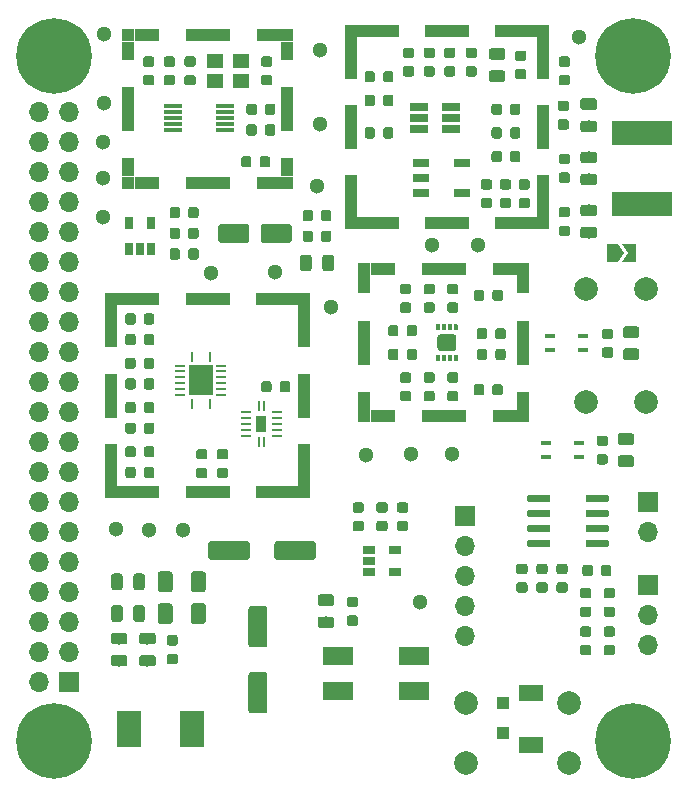
<source format=gts>
G04 #@! TF.GenerationSoftware,KiCad,Pcbnew,(5.1.4)-1*
G04 #@! TF.CreationDate,2020-03-16T20:43:03+01:00*
G04 #@! TF.ProjectId,rf-receiver,72662d72-6563-4656-9976-65722e6b6963,Rev 2*
G04 #@! TF.SameCoordinates,Original*
G04 #@! TF.FileFunction,Soldermask,Top*
G04 #@! TF.FilePolarity,Negative*
%FSLAX46Y46*%
G04 Gerber Fmt 4.6, Leading zero omitted, Abs format (unit mm)*
G04 Created by KiCad (PCBNEW (5.1.4)-1) date 2020-03-16 20:43:03*
%MOMM*%
%LPD*%
G04 APERTURE LIST*
%ADD10C,0.100000*%
%ADD11C,1.600000*%
%ADD12C,0.875000*%
%ADD13C,1.300000*%
%ADD14C,0.975000*%
%ADD15C,0.300000*%
%ADD16R,0.850000X0.280000*%
%ADD17R,0.280000X0.850000*%
%ADD18R,2.050000X2.550000*%
%ADD19R,0.900000X0.240000*%
%ADD20R,0.240000X0.900000*%
%ADD21R,0.900000X1.400000*%
%ADD22R,2.000000X1.400000*%
%ADD23C,6.400000*%
%ADD24R,5.080000X2.000000*%
%ADD25C,2.000000*%
%ADD26R,1.000000X1.000000*%
%ADD27C,0.600000*%
%ADD28O,1.700000X1.700000*%
%ADD29R,1.700000X1.700000*%
%ADD30C,1.250000*%
%ADD31R,2.000000X3.100000*%
%ADD32R,0.900000X0.400000*%
%ADD33R,2.500000X1.500000*%
%ADD34R,2.130000X1.000000*%
%ADD35R,3.800000X1.000000*%
%ADD36R,1.000000X1.650000*%
%ADD37R,1.000000X3.800000*%
%ADD38R,1.000000X3.550000*%
%ADD39R,3.550000X1.000000*%
%ADD40C,0.350000*%
%ADD41C,1.400000*%
%ADD42R,1.400000X1.200000*%
%ADD43R,0.650000X1.060000*%
%ADD44R,1.550000X0.400000*%
%ADD45R,1.060000X0.650000*%
%ADD46R,1.560000X0.650000*%
%ADD47R,1.400000X0.760000*%
G04 APERTURE END LIST*
D10*
G36*
X100924504Y-102301204D02*
G01*
X100948773Y-102304804D01*
X100972571Y-102310765D01*
X100995671Y-102319030D01*
X101017849Y-102329520D01*
X101038893Y-102342133D01*
X101058598Y-102356747D01*
X101076777Y-102373223D01*
X101093253Y-102391402D01*
X101107867Y-102411107D01*
X101120480Y-102432151D01*
X101130970Y-102454329D01*
X101139235Y-102477429D01*
X101145196Y-102501227D01*
X101148796Y-102525496D01*
X101150000Y-102550000D01*
X101150000Y-103650000D01*
X101148796Y-103674504D01*
X101145196Y-103698773D01*
X101139235Y-103722571D01*
X101130970Y-103745671D01*
X101120480Y-103767849D01*
X101107867Y-103788893D01*
X101093253Y-103808598D01*
X101076777Y-103826777D01*
X101058598Y-103843253D01*
X101038893Y-103857867D01*
X101017849Y-103870480D01*
X100995671Y-103880970D01*
X100972571Y-103889235D01*
X100948773Y-103895196D01*
X100924504Y-103898796D01*
X100900000Y-103900000D01*
X97900000Y-103900000D01*
X97875496Y-103898796D01*
X97851227Y-103895196D01*
X97827429Y-103889235D01*
X97804329Y-103880970D01*
X97782151Y-103870480D01*
X97761107Y-103857867D01*
X97741402Y-103843253D01*
X97723223Y-103826777D01*
X97706747Y-103808598D01*
X97692133Y-103788893D01*
X97679520Y-103767849D01*
X97669030Y-103745671D01*
X97660765Y-103722571D01*
X97654804Y-103698773D01*
X97651204Y-103674504D01*
X97650000Y-103650000D01*
X97650000Y-102550000D01*
X97651204Y-102525496D01*
X97654804Y-102501227D01*
X97660765Y-102477429D01*
X97669030Y-102454329D01*
X97679520Y-102432151D01*
X97692133Y-102411107D01*
X97706747Y-102391402D01*
X97723223Y-102373223D01*
X97741402Y-102356747D01*
X97761107Y-102342133D01*
X97782151Y-102329520D01*
X97804329Y-102319030D01*
X97827429Y-102310765D01*
X97851227Y-102304804D01*
X97875496Y-102301204D01*
X97900000Y-102300000D01*
X100900000Y-102300000D01*
X100924504Y-102301204D01*
X100924504Y-102301204D01*
G37*
D11*
X99400000Y-103100000D03*
D10*
G36*
X95324504Y-102301204D02*
G01*
X95348773Y-102304804D01*
X95372571Y-102310765D01*
X95395671Y-102319030D01*
X95417849Y-102329520D01*
X95438893Y-102342133D01*
X95458598Y-102356747D01*
X95476777Y-102373223D01*
X95493253Y-102391402D01*
X95507867Y-102411107D01*
X95520480Y-102432151D01*
X95530970Y-102454329D01*
X95539235Y-102477429D01*
X95545196Y-102501227D01*
X95548796Y-102525496D01*
X95550000Y-102550000D01*
X95550000Y-103650000D01*
X95548796Y-103674504D01*
X95545196Y-103698773D01*
X95539235Y-103722571D01*
X95530970Y-103745671D01*
X95520480Y-103767849D01*
X95507867Y-103788893D01*
X95493253Y-103808598D01*
X95476777Y-103826777D01*
X95458598Y-103843253D01*
X95438893Y-103857867D01*
X95417849Y-103870480D01*
X95395671Y-103880970D01*
X95372571Y-103889235D01*
X95348773Y-103895196D01*
X95324504Y-103898796D01*
X95300000Y-103900000D01*
X92300000Y-103900000D01*
X92275496Y-103898796D01*
X92251227Y-103895196D01*
X92227429Y-103889235D01*
X92204329Y-103880970D01*
X92182151Y-103870480D01*
X92161107Y-103857867D01*
X92141402Y-103843253D01*
X92123223Y-103826777D01*
X92106747Y-103808598D01*
X92092133Y-103788893D01*
X92079520Y-103767849D01*
X92069030Y-103745671D01*
X92060765Y-103722571D01*
X92054804Y-103698773D01*
X92051204Y-103674504D01*
X92050000Y-103650000D01*
X92050000Y-102550000D01*
X92051204Y-102525496D01*
X92054804Y-102501227D01*
X92060765Y-102477429D01*
X92069030Y-102454329D01*
X92079520Y-102432151D01*
X92092133Y-102411107D01*
X92106747Y-102391402D01*
X92123223Y-102373223D01*
X92141402Y-102356747D01*
X92161107Y-102342133D01*
X92182151Y-102329520D01*
X92204329Y-102319030D01*
X92227429Y-102310765D01*
X92251227Y-102304804D01*
X92275496Y-102301204D01*
X92300000Y-102300000D01*
X95300000Y-102300000D01*
X95324504Y-102301204D01*
X95324504Y-102301204D01*
G37*
D11*
X93800000Y-103100000D03*
D10*
G36*
X97077691Y-69726053D02*
G01*
X97098926Y-69729203D01*
X97119750Y-69734419D01*
X97139962Y-69741651D01*
X97159368Y-69750830D01*
X97177781Y-69761866D01*
X97195024Y-69774654D01*
X97210930Y-69789070D01*
X97225346Y-69804976D01*
X97238134Y-69822219D01*
X97249170Y-69840632D01*
X97258349Y-69860038D01*
X97265581Y-69880250D01*
X97270797Y-69901074D01*
X97273947Y-69922309D01*
X97275000Y-69943750D01*
X97275000Y-70456250D01*
X97273947Y-70477691D01*
X97270797Y-70498926D01*
X97265581Y-70519750D01*
X97258349Y-70539962D01*
X97249170Y-70559368D01*
X97238134Y-70577781D01*
X97225346Y-70595024D01*
X97210930Y-70610930D01*
X97195024Y-70625346D01*
X97177781Y-70638134D01*
X97159368Y-70649170D01*
X97139962Y-70658349D01*
X97119750Y-70665581D01*
X97098926Y-70670797D01*
X97077691Y-70673947D01*
X97056250Y-70675000D01*
X96618750Y-70675000D01*
X96597309Y-70673947D01*
X96576074Y-70670797D01*
X96555250Y-70665581D01*
X96535038Y-70658349D01*
X96515632Y-70649170D01*
X96497219Y-70638134D01*
X96479976Y-70625346D01*
X96464070Y-70610930D01*
X96449654Y-70595024D01*
X96436866Y-70577781D01*
X96425830Y-70559368D01*
X96416651Y-70539962D01*
X96409419Y-70519750D01*
X96404203Y-70498926D01*
X96401053Y-70477691D01*
X96400000Y-70456250D01*
X96400000Y-69943750D01*
X96401053Y-69922309D01*
X96404203Y-69901074D01*
X96409419Y-69880250D01*
X96416651Y-69860038D01*
X96425830Y-69840632D01*
X96436866Y-69822219D01*
X96449654Y-69804976D01*
X96464070Y-69789070D01*
X96479976Y-69774654D01*
X96497219Y-69761866D01*
X96515632Y-69750830D01*
X96535038Y-69741651D01*
X96555250Y-69734419D01*
X96576074Y-69729203D01*
X96597309Y-69726053D01*
X96618750Y-69725000D01*
X97056250Y-69725000D01*
X97077691Y-69726053D01*
X97077691Y-69726053D01*
G37*
D12*
X96837500Y-70200000D03*
D10*
G36*
X95502691Y-69726053D02*
G01*
X95523926Y-69729203D01*
X95544750Y-69734419D01*
X95564962Y-69741651D01*
X95584368Y-69750830D01*
X95602781Y-69761866D01*
X95620024Y-69774654D01*
X95635930Y-69789070D01*
X95650346Y-69804976D01*
X95663134Y-69822219D01*
X95674170Y-69840632D01*
X95683349Y-69860038D01*
X95690581Y-69880250D01*
X95695797Y-69901074D01*
X95698947Y-69922309D01*
X95700000Y-69943750D01*
X95700000Y-70456250D01*
X95698947Y-70477691D01*
X95695797Y-70498926D01*
X95690581Y-70519750D01*
X95683349Y-70539962D01*
X95674170Y-70559368D01*
X95663134Y-70577781D01*
X95650346Y-70595024D01*
X95635930Y-70610930D01*
X95620024Y-70625346D01*
X95602781Y-70638134D01*
X95584368Y-70649170D01*
X95564962Y-70658349D01*
X95544750Y-70665581D01*
X95523926Y-70670797D01*
X95502691Y-70673947D01*
X95481250Y-70675000D01*
X95043750Y-70675000D01*
X95022309Y-70673947D01*
X95001074Y-70670797D01*
X94980250Y-70665581D01*
X94960038Y-70658349D01*
X94940632Y-70649170D01*
X94922219Y-70638134D01*
X94904976Y-70625346D01*
X94889070Y-70610930D01*
X94874654Y-70595024D01*
X94861866Y-70577781D01*
X94850830Y-70559368D01*
X94841651Y-70539962D01*
X94834419Y-70519750D01*
X94829203Y-70498926D01*
X94826053Y-70477691D01*
X94825000Y-70456250D01*
X94825000Y-69943750D01*
X94826053Y-69922309D01*
X94829203Y-69901074D01*
X94834419Y-69880250D01*
X94841651Y-69860038D01*
X94850830Y-69840632D01*
X94861866Y-69822219D01*
X94874654Y-69804976D01*
X94889070Y-69789070D01*
X94904976Y-69774654D01*
X94922219Y-69761866D01*
X94940632Y-69750830D01*
X94960038Y-69741651D01*
X94980250Y-69734419D01*
X95001074Y-69729203D01*
X95022309Y-69726053D01*
X95043750Y-69725000D01*
X95481250Y-69725000D01*
X95502691Y-69726053D01*
X95502691Y-69726053D01*
G37*
D12*
X95262500Y-70200000D03*
D13*
X83150000Y-68500000D03*
X83150000Y-71550000D03*
D10*
G36*
X124730142Y-64826174D02*
G01*
X124753803Y-64829684D01*
X124777007Y-64835496D01*
X124799529Y-64843554D01*
X124821153Y-64853782D01*
X124841670Y-64866079D01*
X124860883Y-64880329D01*
X124878607Y-64896393D01*
X124894671Y-64914117D01*
X124908921Y-64933330D01*
X124921218Y-64953847D01*
X124931446Y-64975471D01*
X124939504Y-64997993D01*
X124945316Y-65021197D01*
X124948826Y-65044858D01*
X124950000Y-65068750D01*
X124950000Y-65556250D01*
X124948826Y-65580142D01*
X124945316Y-65603803D01*
X124939504Y-65627007D01*
X124931446Y-65649529D01*
X124921218Y-65671153D01*
X124908921Y-65691670D01*
X124894671Y-65710883D01*
X124878607Y-65728607D01*
X124860883Y-65744671D01*
X124841670Y-65758921D01*
X124821153Y-65771218D01*
X124799529Y-65781446D01*
X124777007Y-65789504D01*
X124753803Y-65795316D01*
X124730142Y-65798826D01*
X124706250Y-65800000D01*
X123793750Y-65800000D01*
X123769858Y-65798826D01*
X123746197Y-65795316D01*
X123722993Y-65789504D01*
X123700471Y-65781446D01*
X123678847Y-65771218D01*
X123658330Y-65758921D01*
X123639117Y-65744671D01*
X123621393Y-65728607D01*
X123605329Y-65710883D01*
X123591079Y-65691670D01*
X123578782Y-65671153D01*
X123568554Y-65649529D01*
X123560496Y-65627007D01*
X123554684Y-65603803D01*
X123551174Y-65580142D01*
X123550000Y-65556250D01*
X123550000Y-65068750D01*
X123551174Y-65044858D01*
X123554684Y-65021197D01*
X123560496Y-64997993D01*
X123568554Y-64975471D01*
X123578782Y-64953847D01*
X123591079Y-64933330D01*
X123605329Y-64914117D01*
X123621393Y-64896393D01*
X123639117Y-64880329D01*
X123658330Y-64866079D01*
X123678847Y-64853782D01*
X123700471Y-64843554D01*
X123722993Y-64835496D01*
X123746197Y-64829684D01*
X123769858Y-64826174D01*
X123793750Y-64825000D01*
X124706250Y-64825000D01*
X124730142Y-64826174D01*
X124730142Y-64826174D01*
G37*
D14*
X124250000Y-65312500D03*
D10*
G36*
X124730142Y-66701174D02*
G01*
X124753803Y-66704684D01*
X124777007Y-66710496D01*
X124799529Y-66718554D01*
X124821153Y-66728782D01*
X124841670Y-66741079D01*
X124860883Y-66755329D01*
X124878607Y-66771393D01*
X124894671Y-66789117D01*
X124908921Y-66808330D01*
X124921218Y-66828847D01*
X124931446Y-66850471D01*
X124939504Y-66872993D01*
X124945316Y-66896197D01*
X124948826Y-66919858D01*
X124950000Y-66943750D01*
X124950000Y-67431250D01*
X124948826Y-67455142D01*
X124945316Y-67478803D01*
X124939504Y-67502007D01*
X124931446Y-67524529D01*
X124921218Y-67546153D01*
X124908921Y-67566670D01*
X124894671Y-67585883D01*
X124878607Y-67603607D01*
X124860883Y-67619671D01*
X124841670Y-67633921D01*
X124821153Y-67646218D01*
X124799529Y-67656446D01*
X124777007Y-67664504D01*
X124753803Y-67670316D01*
X124730142Y-67673826D01*
X124706250Y-67675000D01*
X123793750Y-67675000D01*
X123769858Y-67673826D01*
X123746197Y-67670316D01*
X123722993Y-67664504D01*
X123700471Y-67656446D01*
X123678847Y-67646218D01*
X123658330Y-67633921D01*
X123639117Y-67619671D01*
X123621393Y-67603607D01*
X123605329Y-67585883D01*
X123591079Y-67566670D01*
X123578782Y-67546153D01*
X123568554Y-67524529D01*
X123560496Y-67502007D01*
X123554684Y-67478803D01*
X123551174Y-67455142D01*
X123550000Y-67431250D01*
X123550000Y-66943750D01*
X123551174Y-66919858D01*
X123554684Y-66896197D01*
X123560496Y-66872993D01*
X123568554Y-66850471D01*
X123578782Y-66828847D01*
X123591079Y-66808330D01*
X123605329Y-66789117D01*
X123621393Y-66771393D01*
X123639117Y-66755329D01*
X123658330Y-66741079D01*
X123678847Y-66728782D01*
X123700471Y-66718554D01*
X123722993Y-66710496D01*
X123746197Y-66704684D01*
X123769858Y-66701174D01*
X123793750Y-66700000D01*
X124706250Y-66700000D01*
X124730142Y-66701174D01*
X124730142Y-66701174D01*
G37*
D14*
X124250000Y-67187500D03*
D15*
X126275000Y-77900000D03*
D10*
G36*
X127275000Y-77900000D02*
G01*
X126775000Y-78650000D01*
X125775000Y-78650000D01*
X125775000Y-77150000D01*
X126775000Y-77150000D01*
X127275000Y-77900000D01*
X127275000Y-77900000D01*
G37*
D15*
X127725000Y-77900000D03*
D10*
G36*
X128225000Y-78650000D02*
G01*
X127075000Y-78650000D01*
X127575000Y-77900000D01*
X127075000Y-77150000D01*
X128225000Y-77150000D01*
X128225000Y-78650000D01*
X128225000Y-78650000D01*
G37*
D13*
X123400000Y-59600000D03*
X109200000Y-94900000D03*
X97700000Y-79500000D03*
X92300000Y-79600000D03*
X83150000Y-74900000D03*
X83250000Y-65250000D03*
X83250000Y-59350000D03*
X110000000Y-107500000D03*
X105400000Y-95000000D03*
X112700000Y-94900000D03*
X89900000Y-101400000D03*
X87050000Y-101400000D03*
X101500000Y-60750000D03*
X101250000Y-72250000D03*
X102400000Y-82500000D03*
X114900000Y-77250000D03*
X111000000Y-77250000D03*
X101500000Y-67000000D03*
X84250000Y-101300000D03*
D10*
G36*
X89277691Y-111851053D02*
G01*
X89298926Y-111854203D01*
X89319750Y-111859419D01*
X89339962Y-111866651D01*
X89359368Y-111875830D01*
X89377781Y-111886866D01*
X89395024Y-111899654D01*
X89410930Y-111914070D01*
X89425346Y-111929976D01*
X89438134Y-111947219D01*
X89449170Y-111965632D01*
X89458349Y-111985038D01*
X89465581Y-112005250D01*
X89470797Y-112026074D01*
X89473947Y-112047309D01*
X89475000Y-112068750D01*
X89475000Y-112506250D01*
X89473947Y-112527691D01*
X89470797Y-112548926D01*
X89465581Y-112569750D01*
X89458349Y-112589962D01*
X89449170Y-112609368D01*
X89438134Y-112627781D01*
X89425346Y-112645024D01*
X89410930Y-112660930D01*
X89395024Y-112675346D01*
X89377781Y-112688134D01*
X89359368Y-112699170D01*
X89339962Y-112708349D01*
X89319750Y-112715581D01*
X89298926Y-112720797D01*
X89277691Y-112723947D01*
X89256250Y-112725000D01*
X88743750Y-112725000D01*
X88722309Y-112723947D01*
X88701074Y-112720797D01*
X88680250Y-112715581D01*
X88660038Y-112708349D01*
X88640632Y-112699170D01*
X88622219Y-112688134D01*
X88604976Y-112675346D01*
X88589070Y-112660930D01*
X88574654Y-112645024D01*
X88561866Y-112627781D01*
X88550830Y-112609368D01*
X88541651Y-112589962D01*
X88534419Y-112569750D01*
X88529203Y-112548926D01*
X88526053Y-112527691D01*
X88525000Y-112506250D01*
X88525000Y-112068750D01*
X88526053Y-112047309D01*
X88529203Y-112026074D01*
X88534419Y-112005250D01*
X88541651Y-111985038D01*
X88550830Y-111965632D01*
X88561866Y-111947219D01*
X88574654Y-111929976D01*
X88589070Y-111914070D01*
X88604976Y-111899654D01*
X88622219Y-111886866D01*
X88640632Y-111875830D01*
X88660038Y-111866651D01*
X88680250Y-111859419D01*
X88701074Y-111854203D01*
X88722309Y-111851053D01*
X88743750Y-111850000D01*
X89256250Y-111850000D01*
X89277691Y-111851053D01*
X89277691Y-111851053D01*
G37*
D12*
X89000000Y-112287500D03*
D10*
G36*
X89277691Y-110276053D02*
G01*
X89298926Y-110279203D01*
X89319750Y-110284419D01*
X89339962Y-110291651D01*
X89359368Y-110300830D01*
X89377781Y-110311866D01*
X89395024Y-110324654D01*
X89410930Y-110339070D01*
X89425346Y-110354976D01*
X89438134Y-110372219D01*
X89449170Y-110390632D01*
X89458349Y-110410038D01*
X89465581Y-110430250D01*
X89470797Y-110451074D01*
X89473947Y-110472309D01*
X89475000Y-110493750D01*
X89475000Y-110931250D01*
X89473947Y-110952691D01*
X89470797Y-110973926D01*
X89465581Y-110994750D01*
X89458349Y-111014962D01*
X89449170Y-111034368D01*
X89438134Y-111052781D01*
X89425346Y-111070024D01*
X89410930Y-111085930D01*
X89395024Y-111100346D01*
X89377781Y-111113134D01*
X89359368Y-111124170D01*
X89339962Y-111133349D01*
X89319750Y-111140581D01*
X89298926Y-111145797D01*
X89277691Y-111148947D01*
X89256250Y-111150000D01*
X88743750Y-111150000D01*
X88722309Y-111148947D01*
X88701074Y-111145797D01*
X88680250Y-111140581D01*
X88660038Y-111133349D01*
X88640632Y-111124170D01*
X88622219Y-111113134D01*
X88604976Y-111100346D01*
X88589070Y-111085930D01*
X88574654Y-111070024D01*
X88561866Y-111052781D01*
X88550830Y-111034368D01*
X88541651Y-111014962D01*
X88534419Y-110994750D01*
X88529203Y-110973926D01*
X88526053Y-110952691D01*
X88525000Y-110931250D01*
X88525000Y-110493750D01*
X88526053Y-110472309D01*
X88529203Y-110451074D01*
X88534419Y-110430250D01*
X88541651Y-110410038D01*
X88550830Y-110390632D01*
X88561866Y-110372219D01*
X88574654Y-110354976D01*
X88589070Y-110339070D01*
X88604976Y-110324654D01*
X88622219Y-110311866D01*
X88640632Y-110300830D01*
X88660038Y-110291651D01*
X88680250Y-110284419D01*
X88701074Y-110279203D01*
X88722309Y-110276053D01*
X88743750Y-110275000D01*
X89256250Y-110275000D01*
X89277691Y-110276053D01*
X89277691Y-110276053D01*
G37*
D12*
X89000000Y-110712500D03*
D10*
G36*
X87380142Y-110076174D02*
G01*
X87403803Y-110079684D01*
X87427007Y-110085496D01*
X87449529Y-110093554D01*
X87471153Y-110103782D01*
X87491670Y-110116079D01*
X87510883Y-110130329D01*
X87528607Y-110146393D01*
X87544671Y-110164117D01*
X87558921Y-110183330D01*
X87571218Y-110203847D01*
X87581446Y-110225471D01*
X87589504Y-110247993D01*
X87595316Y-110271197D01*
X87598826Y-110294858D01*
X87600000Y-110318750D01*
X87600000Y-110806250D01*
X87598826Y-110830142D01*
X87595316Y-110853803D01*
X87589504Y-110877007D01*
X87581446Y-110899529D01*
X87571218Y-110921153D01*
X87558921Y-110941670D01*
X87544671Y-110960883D01*
X87528607Y-110978607D01*
X87510883Y-110994671D01*
X87491670Y-111008921D01*
X87471153Y-111021218D01*
X87449529Y-111031446D01*
X87427007Y-111039504D01*
X87403803Y-111045316D01*
X87380142Y-111048826D01*
X87356250Y-111050000D01*
X86443750Y-111050000D01*
X86419858Y-111048826D01*
X86396197Y-111045316D01*
X86372993Y-111039504D01*
X86350471Y-111031446D01*
X86328847Y-111021218D01*
X86308330Y-111008921D01*
X86289117Y-110994671D01*
X86271393Y-110978607D01*
X86255329Y-110960883D01*
X86241079Y-110941670D01*
X86228782Y-110921153D01*
X86218554Y-110899529D01*
X86210496Y-110877007D01*
X86204684Y-110853803D01*
X86201174Y-110830142D01*
X86200000Y-110806250D01*
X86200000Y-110318750D01*
X86201174Y-110294858D01*
X86204684Y-110271197D01*
X86210496Y-110247993D01*
X86218554Y-110225471D01*
X86228782Y-110203847D01*
X86241079Y-110183330D01*
X86255329Y-110164117D01*
X86271393Y-110146393D01*
X86289117Y-110130329D01*
X86308330Y-110116079D01*
X86328847Y-110103782D01*
X86350471Y-110093554D01*
X86372993Y-110085496D01*
X86396197Y-110079684D01*
X86419858Y-110076174D01*
X86443750Y-110075000D01*
X87356250Y-110075000D01*
X87380142Y-110076174D01*
X87380142Y-110076174D01*
G37*
D14*
X86900000Y-110562500D03*
D10*
G36*
X87380142Y-111951174D02*
G01*
X87403803Y-111954684D01*
X87427007Y-111960496D01*
X87449529Y-111968554D01*
X87471153Y-111978782D01*
X87491670Y-111991079D01*
X87510883Y-112005329D01*
X87528607Y-112021393D01*
X87544671Y-112039117D01*
X87558921Y-112058330D01*
X87571218Y-112078847D01*
X87581446Y-112100471D01*
X87589504Y-112122993D01*
X87595316Y-112146197D01*
X87598826Y-112169858D01*
X87600000Y-112193750D01*
X87600000Y-112681250D01*
X87598826Y-112705142D01*
X87595316Y-112728803D01*
X87589504Y-112752007D01*
X87581446Y-112774529D01*
X87571218Y-112796153D01*
X87558921Y-112816670D01*
X87544671Y-112835883D01*
X87528607Y-112853607D01*
X87510883Y-112869671D01*
X87491670Y-112883921D01*
X87471153Y-112896218D01*
X87449529Y-112906446D01*
X87427007Y-112914504D01*
X87403803Y-112920316D01*
X87380142Y-112923826D01*
X87356250Y-112925000D01*
X86443750Y-112925000D01*
X86419858Y-112923826D01*
X86396197Y-112920316D01*
X86372993Y-112914504D01*
X86350471Y-112906446D01*
X86328847Y-112896218D01*
X86308330Y-112883921D01*
X86289117Y-112869671D01*
X86271393Y-112853607D01*
X86255329Y-112835883D01*
X86241079Y-112816670D01*
X86228782Y-112796153D01*
X86218554Y-112774529D01*
X86210496Y-112752007D01*
X86204684Y-112728803D01*
X86201174Y-112705142D01*
X86200000Y-112681250D01*
X86200000Y-112193750D01*
X86201174Y-112169858D01*
X86204684Y-112146197D01*
X86210496Y-112122993D01*
X86218554Y-112100471D01*
X86228782Y-112078847D01*
X86241079Y-112058330D01*
X86255329Y-112039117D01*
X86271393Y-112021393D01*
X86289117Y-112005329D01*
X86308330Y-111991079D01*
X86328847Y-111978782D01*
X86350471Y-111968554D01*
X86372993Y-111960496D01*
X86396197Y-111954684D01*
X86419858Y-111951174D01*
X86443750Y-111950000D01*
X87356250Y-111950000D01*
X87380142Y-111951174D01*
X87380142Y-111951174D01*
G37*
D14*
X86900000Y-112437500D03*
D16*
X93125000Y-89950000D03*
X93125000Y-89450000D03*
X93125000Y-88950000D03*
X93125000Y-88450000D03*
X93125000Y-87950000D03*
X89675000Y-87450000D03*
X89675000Y-87950000D03*
X89675000Y-88450000D03*
X89675000Y-88950000D03*
X89675000Y-89450000D03*
X93125000Y-87450000D03*
X89675000Y-89950000D03*
D17*
X90650000Y-86725000D03*
X92150000Y-86725000D03*
D18*
X91400000Y-88700000D03*
D17*
X92150000Y-90675000D03*
X90650000Y-90675000D03*
D19*
X95230000Y-91910000D03*
X95230000Y-92410000D03*
X95230000Y-92910000D03*
X95230000Y-91410000D03*
X97830000Y-92910000D03*
D20*
X96730000Y-90850000D03*
X96330000Y-90860000D03*
D19*
X95230000Y-93410000D03*
D21*
X96530000Y-92410000D03*
D20*
X96730000Y-93960000D03*
D19*
X97830000Y-91910000D03*
X97830000Y-92410000D03*
D20*
X96330000Y-93960000D03*
D19*
X97830000Y-91410000D03*
X97830000Y-93410000D03*
D10*
G36*
X124730142Y-69326174D02*
G01*
X124753803Y-69329684D01*
X124777007Y-69335496D01*
X124799529Y-69343554D01*
X124821153Y-69353782D01*
X124841670Y-69366079D01*
X124860883Y-69380329D01*
X124878607Y-69396393D01*
X124894671Y-69414117D01*
X124908921Y-69433330D01*
X124921218Y-69453847D01*
X124931446Y-69475471D01*
X124939504Y-69497993D01*
X124945316Y-69521197D01*
X124948826Y-69544858D01*
X124950000Y-69568750D01*
X124950000Y-70056250D01*
X124948826Y-70080142D01*
X124945316Y-70103803D01*
X124939504Y-70127007D01*
X124931446Y-70149529D01*
X124921218Y-70171153D01*
X124908921Y-70191670D01*
X124894671Y-70210883D01*
X124878607Y-70228607D01*
X124860883Y-70244671D01*
X124841670Y-70258921D01*
X124821153Y-70271218D01*
X124799529Y-70281446D01*
X124777007Y-70289504D01*
X124753803Y-70295316D01*
X124730142Y-70298826D01*
X124706250Y-70300000D01*
X123793750Y-70300000D01*
X123769858Y-70298826D01*
X123746197Y-70295316D01*
X123722993Y-70289504D01*
X123700471Y-70281446D01*
X123678847Y-70271218D01*
X123658330Y-70258921D01*
X123639117Y-70244671D01*
X123621393Y-70228607D01*
X123605329Y-70210883D01*
X123591079Y-70191670D01*
X123578782Y-70171153D01*
X123568554Y-70149529D01*
X123560496Y-70127007D01*
X123554684Y-70103803D01*
X123551174Y-70080142D01*
X123550000Y-70056250D01*
X123550000Y-69568750D01*
X123551174Y-69544858D01*
X123554684Y-69521197D01*
X123560496Y-69497993D01*
X123568554Y-69475471D01*
X123578782Y-69453847D01*
X123591079Y-69433330D01*
X123605329Y-69414117D01*
X123621393Y-69396393D01*
X123639117Y-69380329D01*
X123658330Y-69366079D01*
X123678847Y-69353782D01*
X123700471Y-69343554D01*
X123722993Y-69335496D01*
X123746197Y-69329684D01*
X123769858Y-69326174D01*
X123793750Y-69325000D01*
X124706250Y-69325000D01*
X124730142Y-69326174D01*
X124730142Y-69326174D01*
G37*
D14*
X124250000Y-69812500D03*
D10*
G36*
X124730142Y-71201174D02*
G01*
X124753803Y-71204684D01*
X124777007Y-71210496D01*
X124799529Y-71218554D01*
X124821153Y-71228782D01*
X124841670Y-71241079D01*
X124860883Y-71255329D01*
X124878607Y-71271393D01*
X124894671Y-71289117D01*
X124908921Y-71308330D01*
X124921218Y-71328847D01*
X124931446Y-71350471D01*
X124939504Y-71372993D01*
X124945316Y-71396197D01*
X124948826Y-71419858D01*
X124950000Y-71443750D01*
X124950000Y-71931250D01*
X124948826Y-71955142D01*
X124945316Y-71978803D01*
X124939504Y-72002007D01*
X124931446Y-72024529D01*
X124921218Y-72046153D01*
X124908921Y-72066670D01*
X124894671Y-72085883D01*
X124878607Y-72103607D01*
X124860883Y-72119671D01*
X124841670Y-72133921D01*
X124821153Y-72146218D01*
X124799529Y-72156446D01*
X124777007Y-72164504D01*
X124753803Y-72170316D01*
X124730142Y-72173826D01*
X124706250Y-72175000D01*
X123793750Y-72175000D01*
X123769858Y-72173826D01*
X123746197Y-72170316D01*
X123722993Y-72164504D01*
X123700471Y-72156446D01*
X123678847Y-72146218D01*
X123658330Y-72133921D01*
X123639117Y-72119671D01*
X123621393Y-72103607D01*
X123605329Y-72085883D01*
X123591079Y-72066670D01*
X123578782Y-72046153D01*
X123568554Y-72024529D01*
X123560496Y-72002007D01*
X123554684Y-71978803D01*
X123551174Y-71955142D01*
X123550000Y-71931250D01*
X123550000Y-71443750D01*
X123551174Y-71419858D01*
X123554684Y-71396197D01*
X123560496Y-71372993D01*
X123568554Y-71350471D01*
X123578782Y-71328847D01*
X123591079Y-71308330D01*
X123605329Y-71289117D01*
X123621393Y-71271393D01*
X123639117Y-71255329D01*
X123658330Y-71241079D01*
X123678847Y-71228782D01*
X123700471Y-71218554D01*
X123722993Y-71210496D01*
X123746197Y-71204684D01*
X123769858Y-71201174D01*
X123793750Y-71200000D01*
X124706250Y-71200000D01*
X124730142Y-71201174D01*
X124730142Y-71201174D01*
G37*
D14*
X124250000Y-71687500D03*
D10*
G36*
X124730142Y-73826174D02*
G01*
X124753803Y-73829684D01*
X124777007Y-73835496D01*
X124799529Y-73843554D01*
X124821153Y-73853782D01*
X124841670Y-73866079D01*
X124860883Y-73880329D01*
X124878607Y-73896393D01*
X124894671Y-73914117D01*
X124908921Y-73933330D01*
X124921218Y-73953847D01*
X124931446Y-73975471D01*
X124939504Y-73997993D01*
X124945316Y-74021197D01*
X124948826Y-74044858D01*
X124950000Y-74068750D01*
X124950000Y-74556250D01*
X124948826Y-74580142D01*
X124945316Y-74603803D01*
X124939504Y-74627007D01*
X124931446Y-74649529D01*
X124921218Y-74671153D01*
X124908921Y-74691670D01*
X124894671Y-74710883D01*
X124878607Y-74728607D01*
X124860883Y-74744671D01*
X124841670Y-74758921D01*
X124821153Y-74771218D01*
X124799529Y-74781446D01*
X124777007Y-74789504D01*
X124753803Y-74795316D01*
X124730142Y-74798826D01*
X124706250Y-74800000D01*
X123793750Y-74800000D01*
X123769858Y-74798826D01*
X123746197Y-74795316D01*
X123722993Y-74789504D01*
X123700471Y-74781446D01*
X123678847Y-74771218D01*
X123658330Y-74758921D01*
X123639117Y-74744671D01*
X123621393Y-74728607D01*
X123605329Y-74710883D01*
X123591079Y-74691670D01*
X123578782Y-74671153D01*
X123568554Y-74649529D01*
X123560496Y-74627007D01*
X123554684Y-74603803D01*
X123551174Y-74580142D01*
X123550000Y-74556250D01*
X123550000Y-74068750D01*
X123551174Y-74044858D01*
X123554684Y-74021197D01*
X123560496Y-73997993D01*
X123568554Y-73975471D01*
X123578782Y-73953847D01*
X123591079Y-73933330D01*
X123605329Y-73914117D01*
X123621393Y-73896393D01*
X123639117Y-73880329D01*
X123658330Y-73866079D01*
X123678847Y-73853782D01*
X123700471Y-73843554D01*
X123722993Y-73835496D01*
X123746197Y-73829684D01*
X123769858Y-73826174D01*
X123793750Y-73825000D01*
X124706250Y-73825000D01*
X124730142Y-73826174D01*
X124730142Y-73826174D01*
G37*
D14*
X124250000Y-74312500D03*
D10*
G36*
X124730142Y-75701174D02*
G01*
X124753803Y-75704684D01*
X124777007Y-75710496D01*
X124799529Y-75718554D01*
X124821153Y-75728782D01*
X124841670Y-75741079D01*
X124860883Y-75755329D01*
X124878607Y-75771393D01*
X124894671Y-75789117D01*
X124908921Y-75808330D01*
X124921218Y-75828847D01*
X124931446Y-75850471D01*
X124939504Y-75872993D01*
X124945316Y-75896197D01*
X124948826Y-75919858D01*
X124950000Y-75943750D01*
X124950000Y-76431250D01*
X124948826Y-76455142D01*
X124945316Y-76478803D01*
X124939504Y-76502007D01*
X124931446Y-76524529D01*
X124921218Y-76546153D01*
X124908921Y-76566670D01*
X124894671Y-76585883D01*
X124878607Y-76603607D01*
X124860883Y-76619671D01*
X124841670Y-76633921D01*
X124821153Y-76646218D01*
X124799529Y-76656446D01*
X124777007Y-76664504D01*
X124753803Y-76670316D01*
X124730142Y-76673826D01*
X124706250Y-76675000D01*
X123793750Y-76675000D01*
X123769858Y-76673826D01*
X123746197Y-76670316D01*
X123722993Y-76664504D01*
X123700471Y-76656446D01*
X123678847Y-76646218D01*
X123658330Y-76633921D01*
X123639117Y-76619671D01*
X123621393Y-76603607D01*
X123605329Y-76585883D01*
X123591079Y-76566670D01*
X123578782Y-76546153D01*
X123568554Y-76524529D01*
X123560496Y-76502007D01*
X123554684Y-76478803D01*
X123551174Y-76455142D01*
X123550000Y-76431250D01*
X123550000Y-75943750D01*
X123551174Y-75919858D01*
X123554684Y-75896197D01*
X123560496Y-75872993D01*
X123568554Y-75850471D01*
X123578782Y-75828847D01*
X123591079Y-75808330D01*
X123605329Y-75789117D01*
X123621393Y-75771393D01*
X123639117Y-75755329D01*
X123658330Y-75741079D01*
X123678847Y-75728782D01*
X123700471Y-75718554D01*
X123722993Y-75710496D01*
X123746197Y-75704684D01*
X123769858Y-75701174D01*
X123793750Y-75700000D01*
X124706250Y-75700000D01*
X124730142Y-75701174D01*
X124730142Y-75701174D01*
G37*
D14*
X124250000Y-76187500D03*
D10*
G36*
X122477691Y-61276053D02*
G01*
X122498926Y-61279203D01*
X122519750Y-61284419D01*
X122539962Y-61291651D01*
X122559368Y-61300830D01*
X122577781Y-61311866D01*
X122595024Y-61324654D01*
X122610930Y-61339070D01*
X122625346Y-61354976D01*
X122638134Y-61372219D01*
X122649170Y-61390632D01*
X122658349Y-61410038D01*
X122665581Y-61430250D01*
X122670797Y-61451074D01*
X122673947Y-61472309D01*
X122675000Y-61493750D01*
X122675000Y-61931250D01*
X122673947Y-61952691D01*
X122670797Y-61973926D01*
X122665581Y-61994750D01*
X122658349Y-62014962D01*
X122649170Y-62034368D01*
X122638134Y-62052781D01*
X122625346Y-62070024D01*
X122610930Y-62085930D01*
X122595024Y-62100346D01*
X122577781Y-62113134D01*
X122559368Y-62124170D01*
X122539962Y-62133349D01*
X122519750Y-62140581D01*
X122498926Y-62145797D01*
X122477691Y-62148947D01*
X122456250Y-62150000D01*
X121943750Y-62150000D01*
X121922309Y-62148947D01*
X121901074Y-62145797D01*
X121880250Y-62140581D01*
X121860038Y-62133349D01*
X121840632Y-62124170D01*
X121822219Y-62113134D01*
X121804976Y-62100346D01*
X121789070Y-62085930D01*
X121774654Y-62070024D01*
X121761866Y-62052781D01*
X121750830Y-62034368D01*
X121741651Y-62014962D01*
X121734419Y-61994750D01*
X121729203Y-61973926D01*
X121726053Y-61952691D01*
X121725000Y-61931250D01*
X121725000Y-61493750D01*
X121726053Y-61472309D01*
X121729203Y-61451074D01*
X121734419Y-61430250D01*
X121741651Y-61410038D01*
X121750830Y-61390632D01*
X121761866Y-61372219D01*
X121774654Y-61354976D01*
X121789070Y-61339070D01*
X121804976Y-61324654D01*
X121822219Y-61311866D01*
X121840632Y-61300830D01*
X121860038Y-61291651D01*
X121880250Y-61284419D01*
X121901074Y-61279203D01*
X121922309Y-61276053D01*
X121943750Y-61275000D01*
X122456250Y-61275000D01*
X122477691Y-61276053D01*
X122477691Y-61276053D01*
G37*
D12*
X122200000Y-61712500D03*
D10*
G36*
X122477691Y-62851053D02*
G01*
X122498926Y-62854203D01*
X122519750Y-62859419D01*
X122539962Y-62866651D01*
X122559368Y-62875830D01*
X122577781Y-62886866D01*
X122595024Y-62899654D01*
X122610930Y-62914070D01*
X122625346Y-62929976D01*
X122638134Y-62947219D01*
X122649170Y-62965632D01*
X122658349Y-62985038D01*
X122665581Y-63005250D01*
X122670797Y-63026074D01*
X122673947Y-63047309D01*
X122675000Y-63068750D01*
X122675000Y-63506250D01*
X122673947Y-63527691D01*
X122670797Y-63548926D01*
X122665581Y-63569750D01*
X122658349Y-63589962D01*
X122649170Y-63609368D01*
X122638134Y-63627781D01*
X122625346Y-63645024D01*
X122610930Y-63660930D01*
X122595024Y-63675346D01*
X122577781Y-63688134D01*
X122559368Y-63699170D01*
X122539962Y-63708349D01*
X122519750Y-63715581D01*
X122498926Y-63720797D01*
X122477691Y-63723947D01*
X122456250Y-63725000D01*
X121943750Y-63725000D01*
X121922309Y-63723947D01*
X121901074Y-63720797D01*
X121880250Y-63715581D01*
X121860038Y-63708349D01*
X121840632Y-63699170D01*
X121822219Y-63688134D01*
X121804976Y-63675346D01*
X121789070Y-63660930D01*
X121774654Y-63645024D01*
X121761866Y-63627781D01*
X121750830Y-63609368D01*
X121741651Y-63589962D01*
X121734419Y-63569750D01*
X121729203Y-63548926D01*
X121726053Y-63527691D01*
X121725000Y-63506250D01*
X121725000Y-63068750D01*
X121726053Y-63047309D01*
X121729203Y-63026074D01*
X121734419Y-63005250D01*
X121741651Y-62985038D01*
X121750830Y-62965632D01*
X121761866Y-62947219D01*
X121774654Y-62929976D01*
X121789070Y-62914070D01*
X121804976Y-62899654D01*
X121822219Y-62886866D01*
X121840632Y-62875830D01*
X121860038Y-62866651D01*
X121880250Y-62859419D01*
X121901074Y-62854203D01*
X121922309Y-62851053D01*
X121943750Y-62850000D01*
X122456250Y-62850000D01*
X122477691Y-62851053D01*
X122477691Y-62851053D01*
G37*
D12*
X122200000Y-63287500D03*
D10*
G36*
X122377691Y-66601053D02*
G01*
X122398926Y-66604203D01*
X122419750Y-66609419D01*
X122439962Y-66616651D01*
X122459368Y-66625830D01*
X122477781Y-66636866D01*
X122495024Y-66649654D01*
X122510930Y-66664070D01*
X122525346Y-66679976D01*
X122538134Y-66697219D01*
X122549170Y-66715632D01*
X122558349Y-66735038D01*
X122565581Y-66755250D01*
X122570797Y-66776074D01*
X122573947Y-66797309D01*
X122575000Y-66818750D01*
X122575000Y-67256250D01*
X122573947Y-67277691D01*
X122570797Y-67298926D01*
X122565581Y-67319750D01*
X122558349Y-67339962D01*
X122549170Y-67359368D01*
X122538134Y-67377781D01*
X122525346Y-67395024D01*
X122510930Y-67410930D01*
X122495024Y-67425346D01*
X122477781Y-67438134D01*
X122459368Y-67449170D01*
X122439962Y-67458349D01*
X122419750Y-67465581D01*
X122398926Y-67470797D01*
X122377691Y-67473947D01*
X122356250Y-67475000D01*
X121843750Y-67475000D01*
X121822309Y-67473947D01*
X121801074Y-67470797D01*
X121780250Y-67465581D01*
X121760038Y-67458349D01*
X121740632Y-67449170D01*
X121722219Y-67438134D01*
X121704976Y-67425346D01*
X121689070Y-67410930D01*
X121674654Y-67395024D01*
X121661866Y-67377781D01*
X121650830Y-67359368D01*
X121641651Y-67339962D01*
X121634419Y-67319750D01*
X121629203Y-67298926D01*
X121626053Y-67277691D01*
X121625000Y-67256250D01*
X121625000Y-66818750D01*
X121626053Y-66797309D01*
X121629203Y-66776074D01*
X121634419Y-66755250D01*
X121641651Y-66735038D01*
X121650830Y-66715632D01*
X121661866Y-66697219D01*
X121674654Y-66679976D01*
X121689070Y-66664070D01*
X121704976Y-66649654D01*
X121722219Y-66636866D01*
X121740632Y-66625830D01*
X121760038Y-66616651D01*
X121780250Y-66609419D01*
X121801074Y-66604203D01*
X121822309Y-66601053D01*
X121843750Y-66600000D01*
X122356250Y-66600000D01*
X122377691Y-66601053D01*
X122377691Y-66601053D01*
G37*
D12*
X122100000Y-67037500D03*
D10*
G36*
X122377691Y-65026053D02*
G01*
X122398926Y-65029203D01*
X122419750Y-65034419D01*
X122439962Y-65041651D01*
X122459368Y-65050830D01*
X122477781Y-65061866D01*
X122495024Y-65074654D01*
X122510930Y-65089070D01*
X122525346Y-65104976D01*
X122538134Y-65122219D01*
X122549170Y-65140632D01*
X122558349Y-65160038D01*
X122565581Y-65180250D01*
X122570797Y-65201074D01*
X122573947Y-65222309D01*
X122575000Y-65243750D01*
X122575000Y-65681250D01*
X122573947Y-65702691D01*
X122570797Y-65723926D01*
X122565581Y-65744750D01*
X122558349Y-65764962D01*
X122549170Y-65784368D01*
X122538134Y-65802781D01*
X122525346Y-65820024D01*
X122510930Y-65835930D01*
X122495024Y-65850346D01*
X122477781Y-65863134D01*
X122459368Y-65874170D01*
X122439962Y-65883349D01*
X122419750Y-65890581D01*
X122398926Y-65895797D01*
X122377691Y-65898947D01*
X122356250Y-65900000D01*
X121843750Y-65900000D01*
X121822309Y-65898947D01*
X121801074Y-65895797D01*
X121780250Y-65890581D01*
X121760038Y-65883349D01*
X121740632Y-65874170D01*
X121722219Y-65863134D01*
X121704976Y-65850346D01*
X121689070Y-65835930D01*
X121674654Y-65820024D01*
X121661866Y-65802781D01*
X121650830Y-65784368D01*
X121641651Y-65764962D01*
X121634419Y-65744750D01*
X121629203Y-65723926D01*
X121626053Y-65702691D01*
X121625000Y-65681250D01*
X121625000Y-65243750D01*
X121626053Y-65222309D01*
X121629203Y-65201074D01*
X121634419Y-65180250D01*
X121641651Y-65160038D01*
X121650830Y-65140632D01*
X121661866Y-65122219D01*
X121674654Y-65104976D01*
X121689070Y-65089070D01*
X121704976Y-65074654D01*
X121722219Y-65061866D01*
X121740632Y-65050830D01*
X121760038Y-65041651D01*
X121780250Y-65034419D01*
X121801074Y-65029203D01*
X121822309Y-65026053D01*
X121843750Y-65025000D01*
X122356250Y-65025000D01*
X122377691Y-65026053D01*
X122377691Y-65026053D01*
G37*
D12*
X122100000Y-65462500D03*
D10*
G36*
X119077691Y-73251053D02*
G01*
X119098926Y-73254203D01*
X119119750Y-73259419D01*
X119139962Y-73266651D01*
X119159368Y-73275830D01*
X119177781Y-73286866D01*
X119195024Y-73299654D01*
X119210930Y-73314070D01*
X119225346Y-73329976D01*
X119238134Y-73347219D01*
X119249170Y-73365632D01*
X119258349Y-73385038D01*
X119265581Y-73405250D01*
X119270797Y-73426074D01*
X119273947Y-73447309D01*
X119275000Y-73468750D01*
X119275000Y-73906250D01*
X119273947Y-73927691D01*
X119270797Y-73948926D01*
X119265581Y-73969750D01*
X119258349Y-73989962D01*
X119249170Y-74009368D01*
X119238134Y-74027781D01*
X119225346Y-74045024D01*
X119210930Y-74060930D01*
X119195024Y-74075346D01*
X119177781Y-74088134D01*
X119159368Y-74099170D01*
X119139962Y-74108349D01*
X119119750Y-74115581D01*
X119098926Y-74120797D01*
X119077691Y-74123947D01*
X119056250Y-74125000D01*
X118543750Y-74125000D01*
X118522309Y-74123947D01*
X118501074Y-74120797D01*
X118480250Y-74115581D01*
X118460038Y-74108349D01*
X118440632Y-74099170D01*
X118422219Y-74088134D01*
X118404976Y-74075346D01*
X118389070Y-74060930D01*
X118374654Y-74045024D01*
X118361866Y-74027781D01*
X118350830Y-74009368D01*
X118341651Y-73989962D01*
X118334419Y-73969750D01*
X118329203Y-73948926D01*
X118326053Y-73927691D01*
X118325000Y-73906250D01*
X118325000Y-73468750D01*
X118326053Y-73447309D01*
X118329203Y-73426074D01*
X118334419Y-73405250D01*
X118341651Y-73385038D01*
X118350830Y-73365632D01*
X118361866Y-73347219D01*
X118374654Y-73329976D01*
X118389070Y-73314070D01*
X118404976Y-73299654D01*
X118422219Y-73286866D01*
X118440632Y-73275830D01*
X118460038Y-73266651D01*
X118480250Y-73259419D01*
X118501074Y-73254203D01*
X118522309Y-73251053D01*
X118543750Y-73250000D01*
X119056250Y-73250000D01*
X119077691Y-73251053D01*
X119077691Y-73251053D01*
G37*
D12*
X118800000Y-73687500D03*
D10*
G36*
X119077691Y-71676053D02*
G01*
X119098926Y-71679203D01*
X119119750Y-71684419D01*
X119139962Y-71691651D01*
X119159368Y-71700830D01*
X119177781Y-71711866D01*
X119195024Y-71724654D01*
X119210930Y-71739070D01*
X119225346Y-71754976D01*
X119238134Y-71772219D01*
X119249170Y-71790632D01*
X119258349Y-71810038D01*
X119265581Y-71830250D01*
X119270797Y-71851074D01*
X119273947Y-71872309D01*
X119275000Y-71893750D01*
X119275000Y-72331250D01*
X119273947Y-72352691D01*
X119270797Y-72373926D01*
X119265581Y-72394750D01*
X119258349Y-72414962D01*
X119249170Y-72434368D01*
X119238134Y-72452781D01*
X119225346Y-72470024D01*
X119210930Y-72485930D01*
X119195024Y-72500346D01*
X119177781Y-72513134D01*
X119159368Y-72524170D01*
X119139962Y-72533349D01*
X119119750Y-72540581D01*
X119098926Y-72545797D01*
X119077691Y-72548947D01*
X119056250Y-72550000D01*
X118543750Y-72550000D01*
X118522309Y-72548947D01*
X118501074Y-72545797D01*
X118480250Y-72540581D01*
X118460038Y-72533349D01*
X118440632Y-72524170D01*
X118422219Y-72513134D01*
X118404976Y-72500346D01*
X118389070Y-72485930D01*
X118374654Y-72470024D01*
X118361866Y-72452781D01*
X118350830Y-72434368D01*
X118341651Y-72414962D01*
X118334419Y-72394750D01*
X118329203Y-72373926D01*
X118326053Y-72352691D01*
X118325000Y-72331250D01*
X118325000Y-71893750D01*
X118326053Y-71872309D01*
X118329203Y-71851074D01*
X118334419Y-71830250D01*
X118341651Y-71810038D01*
X118350830Y-71790632D01*
X118361866Y-71772219D01*
X118374654Y-71754976D01*
X118389070Y-71739070D01*
X118404976Y-71724654D01*
X118422219Y-71711866D01*
X118440632Y-71700830D01*
X118460038Y-71691651D01*
X118480250Y-71684419D01*
X118501074Y-71679203D01*
X118522309Y-71676053D01*
X118543750Y-71675000D01*
X119056250Y-71675000D01*
X119077691Y-71676053D01*
X119077691Y-71676053D01*
G37*
D12*
X118800000Y-72112500D03*
D10*
G36*
X122477691Y-71101053D02*
G01*
X122498926Y-71104203D01*
X122519750Y-71109419D01*
X122539962Y-71116651D01*
X122559368Y-71125830D01*
X122577781Y-71136866D01*
X122595024Y-71149654D01*
X122610930Y-71164070D01*
X122625346Y-71179976D01*
X122638134Y-71197219D01*
X122649170Y-71215632D01*
X122658349Y-71235038D01*
X122665581Y-71255250D01*
X122670797Y-71276074D01*
X122673947Y-71297309D01*
X122675000Y-71318750D01*
X122675000Y-71756250D01*
X122673947Y-71777691D01*
X122670797Y-71798926D01*
X122665581Y-71819750D01*
X122658349Y-71839962D01*
X122649170Y-71859368D01*
X122638134Y-71877781D01*
X122625346Y-71895024D01*
X122610930Y-71910930D01*
X122595024Y-71925346D01*
X122577781Y-71938134D01*
X122559368Y-71949170D01*
X122539962Y-71958349D01*
X122519750Y-71965581D01*
X122498926Y-71970797D01*
X122477691Y-71973947D01*
X122456250Y-71975000D01*
X121943750Y-71975000D01*
X121922309Y-71973947D01*
X121901074Y-71970797D01*
X121880250Y-71965581D01*
X121860038Y-71958349D01*
X121840632Y-71949170D01*
X121822219Y-71938134D01*
X121804976Y-71925346D01*
X121789070Y-71910930D01*
X121774654Y-71895024D01*
X121761866Y-71877781D01*
X121750830Y-71859368D01*
X121741651Y-71839962D01*
X121734419Y-71819750D01*
X121729203Y-71798926D01*
X121726053Y-71777691D01*
X121725000Y-71756250D01*
X121725000Y-71318750D01*
X121726053Y-71297309D01*
X121729203Y-71276074D01*
X121734419Y-71255250D01*
X121741651Y-71235038D01*
X121750830Y-71215632D01*
X121761866Y-71197219D01*
X121774654Y-71179976D01*
X121789070Y-71164070D01*
X121804976Y-71149654D01*
X121822219Y-71136866D01*
X121840632Y-71125830D01*
X121860038Y-71116651D01*
X121880250Y-71109419D01*
X121901074Y-71104203D01*
X121922309Y-71101053D01*
X121943750Y-71100000D01*
X122456250Y-71100000D01*
X122477691Y-71101053D01*
X122477691Y-71101053D01*
G37*
D12*
X122200000Y-71537500D03*
D10*
G36*
X122477691Y-69526053D02*
G01*
X122498926Y-69529203D01*
X122519750Y-69534419D01*
X122539962Y-69541651D01*
X122559368Y-69550830D01*
X122577781Y-69561866D01*
X122595024Y-69574654D01*
X122610930Y-69589070D01*
X122625346Y-69604976D01*
X122638134Y-69622219D01*
X122649170Y-69640632D01*
X122658349Y-69660038D01*
X122665581Y-69680250D01*
X122670797Y-69701074D01*
X122673947Y-69722309D01*
X122675000Y-69743750D01*
X122675000Y-70181250D01*
X122673947Y-70202691D01*
X122670797Y-70223926D01*
X122665581Y-70244750D01*
X122658349Y-70264962D01*
X122649170Y-70284368D01*
X122638134Y-70302781D01*
X122625346Y-70320024D01*
X122610930Y-70335930D01*
X122595024Y-70350346D01*
X122577781Y-70363134D01*
X122559368Y-70374170D01*
X122539962Y-70383349D01*
X122519750Y-70390581D01*
X122498926Y-70395797D01*
X122477691Y-70398947D01*
X122456250Y-70400000D01*
X121943750Y-70400000D01*
X121922309Y-70398947D01*
X121901074Y-70395797D01*
X121880250Y-70390581D01*
X121860038Y-70383349D01*
X121840632Y-70374170D01*
X121822219Y-70363134D01*
X121804976Y-70350346D01*
X121789070Y-70335930D01*
X121774654Y-70320024D01*
X121761866Y-70302781D01*
X121750830Y-70284368D01*
X121741651Y-70264962D01*
X121734419Y-70244750D01*
X121729203Y-70223926D01*
X121726053Y-70202691D01*
X121725000Y-70181250D01*
X121725000Y-69743750D01*
X121726053Y-69722309D01*
X121729203Y-69701074D01*
X121734419Y-69680250D01*
X121741651Y-69660038D01*
X121750830Y-69640632D01*
X121761866Y-69622219D01*
X121774654Y-69604976D01*
X121789070Y-69589070D01*
X121804976Y-69574654D01*
X121822219Y-69561866D01*
X121840632Y-69550830D01*
X121860038Y-69541651D01*
X121880250Y-69534419D01*
X121901074Y-69529203D01*
X121922309Y-69526053D01*
X121943750Y-69525000D01*
X122456250Y-69525000D01*
X122477691Y-69526053D01*
X122477691Y-69526053D01*
G37*
D12*
X122200000Y-69962500D03*
D10*
G36*
X117477691Y-73251053D02*
G01*
X117498926Y-73254203D01*
X117519750Y-73259419D01*
X117539962Y-73266651D01*
X117559368Y-73275830D01*
X117577781Y-73286866D01*
X117595024Y-73299654D01*
X117610930Y-73314070D01*
X117625346Y-73329976D01*
X117638134Y-73347219D01*
X117649170Y-73365632D01*
X117658349Y-73385038D01*
X117665581Y-73405250D01*
X117670797Y-73426074D01*
X117673947Y-73447309D01*
X117675000Y-73468750D01*
X117675000Y-73906250D01*
X117673947Y-73927691D01*
X117670797Y-73948926D01*
X117665581Y-73969750D01*
X117658349Y-73989962D01*
X117649170Y-74009368D01*
X117638134Y-74027781D01*
X117625346Y-74045024D01*
X117610930Y-74060930D01*
X117595024Y-74075346D01*
X117577781Y-74088134D01*
X117559368Y-74099170D01*
X117539962Y-74108349D01*
X117519750Y-74115581D01*
X117498926Y-74120797D01*
X117477691Y-74123947D01*
X117456250Y-74125000D01*
X116943750Y-74125000D01*
X116922309Y-74123947D01*
X116901074Y-74120797D01*
X116880250Y-74115581D01*
X116860038Y-74108349D01*
X116840632Y-74099170D01*
X116822219Y-74088134D01*
X116804976Y-74075346D01*
X116789070Y-74060930D01*
X116774654Y-74045024D01*
X116761866Y-74027781D01*
X116750830Y-74009368D01*
X116741651Y-73989962D01*
X116734419Y-73969750D01*
X116729203Y-73948926D01*
X116726053Y-73927691D01*
X116725000Y-73906250D01*
X116725000Y-73468750D01*
X116726053Y-73447309D01*
X116729203Y-73426074D01*
X116734419Y-73405250D01*
X116741651Y-73385038D01*
X116750830Y-73365632D01*
X116761866Y-73347219D01*
X116774654Y-73329976D01*
X116789070Y-73314070D01*
X116804976Y-73299654D01*
X116822219Y-73286866D01*
X116840632Y-73275830D01*
X116860038Y-73266651D01*
X116880250Y-73259419D01*
X116901074Y-73254203D01*
X116922309Y-73251053D01*
X116943750Y-73250000D01*
X117456250Y-73250000D01*
X117477691Y-73251053D01*
X117477691Y-73251053D01*
G37*
D12*
X117200000Y-73687500D03*
D10*
G36*
X117477691Y-71676053D02*
G01*
X117498926Y-71679203D01*
X117519750Y-71684419D01*
X117539962Y-71691651D01*
X117559368Y-71700830D01*
X117577781Y-71711866D01*
X117595024Y-71724654D01*
X117610930Y-71739070D01*
X117625346Y-71754976D01*
X117638134Y-71772219D01*
X117649170Y-71790632D01*
X117658349Y-71810038D01*
X117665581Y-71830250D01*
X117670797Y-71851074D01*
X117673947Y-71872309D01*
X117675000Y-71893750D01*
X117675000Y-72331250D01*
X117673947Y-72352691D01*
X117670797Y-72373926D01*
X117665581Y-72394750D01*
X117658349Y-72414962D01*
X117649170Y-72434368D01*
X117638134Y-72452781D01*
X117625346Y-72470024D01*
X117610930Y-72485930D01*
X117595024Y-72500346D01*
X117577781Y-72513134D01*
X117559368Y-72524170D01*
X117539962Y-72533349D01*
X117519750Y-72540581D01*
X117498926Y-72545797D01*
X117477691Y-72548947D01*
X117456250Y-72550000D01*
X116943750Y-72550000D01*
X116922309Y-72548947D01*
X116901074Y-72545797D01*
X116880250Y-72540581D01*
X116860038Y-72533349D01*
X116840632Y-72524170D01*
X116822219Y-72513134D01*
X116804976Y-72500346D01*
X116789070Y-72485930D01*
X116774654Y-72470024D01*
X116761866Y-72452781D01*
X116750830Y-72434368D01*
X116741651Y-72414962D01*
X116734419Y-72394750D01*
X116729203Y-72373926D01*
X116726053Y-72352691D01*
X116725000Y-72331250D01*
X116725000Y-71893750D01*
X116726053Y-71872309D01*
X116729203Y-71851074D01*
X116734419Y-71830250D01*
X116741651Y-71810038D01*
X116750830Y-71790632D01*
X116761866Y-71772219D01*
X116774654Y-71754976D01*
X116789070Y-71739070D01*
X116804976Y-71724654D01*
X116822219Y-71711866D01*
X116840632Y-71700830D01*
X116860038Y-71691651D01*
X116880250Y-71684419D01*
X116901074Y-71679203D01*
X116922309Y-71676053D01*
X116943750Y-71675000D01*
X117456250Y-71675000D01*
X117477691Y-71676053D01*
X117477691Y-71676053D01*
G37*
D12*
X117200000Y-72112500D03*
D10*
G36*
X122477691Y-75601053D02*
G01*
X122498926Y-75604203D01*
X122519750Y-75609419D01*
X122539962Y-75616651D01*
X122559368Y-75625830D01*
X122577781Y-75636866D01*
X122595024Y-75649654D01*
X122610930Y-75664070D01*
X122625346Y-75679976D01*
X122638134Y-75697219D01*
X122649170Y-75715632D01*
X122658349Y-75735038D01*
X122665581Y-75755250D01*
X122670797Y-75776074D01*
X122673947Y-75797309D01*
X122675000Y-75818750D01*
X122675000Y-76256250D01*
X122673947Y-76277691D01*
X122670797Y-76298926D01*
X122665581Y-76319750D01*
X122658349Y-76339962D01*
X122649170Y-76359368D01*
X122638134Y-76377781D01*
X122625346Y-76395024D01*
X122610930Y-76410930D01*
X122595024Y-76425346D01*
X122577781Y-76438134D01*
X122559368Y-76449170D01*
X122539962Y-76458349D01*
X122519750Y-76465581D01*
X122498926Y-76470797D01*
X122477691Y-76473947D01*
X122456250Y-76475000D01*
X121943750Y-76475000D01*
X121922309Y-76473947D01*
X121901074Y-76470797D01*
X121880250Y-76465581D01*
X121860038Y-76458349D01*
X121840632Y-76449170D01*
X121822219Y-76438134D01*
X121804976Y-76425346D01*
X121789070Y-76410930D01*
X121774654Y-76395024D01*
X121761866Y-76377781D01*
X121750830Y-76359368D01*
X121741651Y-76339962D01*
X121734419Y-76319750D01*
X121729203Y-76298926D01*
X121726053Y-76277691D01*
X121725000Y-76256250D01*
X121725000Y-75818750D01*
X121726053Y-75797309D01*
X121729203Y-75776074D01*
X121734419Y-75755250D01*
X121741651Y-75735038D01*
X121750830Y-75715632D01*
X121761866Y-75697219D01*
X121774654Y-75679976D01*
X121789070Y-75664070D01*
X121804976Y-75649654D01*
X121822219Y-75636866D01*
X121840632Y-75625830D01*
X121860038Y-75616651D01*
X121880250Y-75609419D01*
X121901074Y-75604203D01*
X121922309Y-75601053D01*
X121943750Y-75600000D01*
X122456250Y-75600000D01*
X122477691Y-75601053D01*
X122477691Y-75601053D01*
G37*
D12*
X122200000Y-76037500D03*
D10*
G36*
X122477691Y-74026053D02*
G01*
X122498926Y-74029203D01*
X122519750Y-74034419D01*
X122539962Y-74041651D01*
X122559368Y-74050830D01*
X122577781Y-74061866D01*
X122595024Y-74074654D01*
X122610930Y-74089070D01*
X122625346Y-74104976D01*
X122638134Y-74122219D01*
X122649170Y-74140632D01*
X122658349Y-74160038D01*
X122665581Y-74180250D01*
X122670797Y-74201074D01*
X122673947Y-74222309D01*
X122675000Y-74243750D01*
X122675000Y-74681250D01*
X122673947Y-74702691D01*
X122670797Y-74723926D01*
X122665581Y-74744750D01*
X122658349Y-74764962D01*
X122649170Y-74784368D01*
X122638134Y-74802781D01*
X122625346Y-74820024D01*
X122610930Y-74835930D01*
X122595024Y-74850346D01*
X122577781Y-74863134D01*
X122559368Y-74874170D01*
X122539962Y-74883349D01*
X122519750Y-74890581D01*
X122498926Y-74895797D01*
X122477691Y-74898947D01*
X122456250Y-74900000D01*
X121943750Y-74900000D01*
X121922309Y-74898947D01*
X121901074Y-74895797D01*
X121880250Y-74890581D01*
X121860038Y-74883349D01*
X121840632Y-74874170D01*
X121822219Y-74863134D01*
X121804976Y-74850346D01*
X121789070Y-74835930D01*
X121774654Y-74820024D01*
X121761866Y-74802781D01*
X121750830Y-74784368D01*
X121741651Y-74764962D01*
X121734419Y-74744750D01*
X121729203Y-74723926D01*
X121726053Y-74702691D01*
X121725000Y-74681250D01*
X121725000Y-74243750D01*
X121726053Y-74222309D01*
X121729203Y-74201074D01*
X121734419Y-74180250D01*
X121741651Y-74160038D01*
X121750830Y-74140632D01*
X121761866Y-74122219D01*
X121774654Y-74104976D01*
X121789070Y-74089070D01*
X121804976Y-74074654D01*
X121822219Y-74061866D01*
X121840632Y-74050830D01*
X121860038Y-74041651D01*
X121880250Y-74034419D01*
X121901074Y-74029203D01*
X121922309Y-74026053D01*
X121943750Y-74025000D01*
X122456250Y-74025000D01*
X122477691Y-74026053D01*
X122477691Y-74026053D01*
G37*
D12*
X122200000Y-74462500D03*
D10*
G36*
X115877691Y-71676053D02*
G01*
X115898926Y-71679203D01*
X115919750Y-71684419D01*
X115939962Y-71691651D01*
X115959368Y-71700830D01*
X115977781Y-71711866D01*
X115995024Y-71724654D01*
X116010930Y-71739070D01*
X116025346Y-71754976D01*
X116038134Y-71772219D01*
X116049170Y-71790632D01*
X116058349Y-71810038D01*
X116065581Y-71830250D01*
X116070797Y-71851074D01*
X116073947Y-71872309D01*
X116075000Y-71893750D01*
X116075000Y-72331250D01*
X116073947Y-72352691D01*
X116070797Y-72373926D01*
X116065581Y-72394750D01*
X116058349Y-72414962D01*
X116049170Y-72434368D01*
X116038134Y-72452781D01*
X116025346Y-72470024D01*
X116010930Y-72485930D01*
X115995024Y-72500346D01*
X115977781Y-72513134D01*
X115959368Y-72524170D01*
X115939962Y-72533349D01*
X115919750Y-72540581D01*
X115898926Y-72545797D01*
X115877691Y-72548947D01*
X115856250Y-72550000D01*
X115343750Y-72550000D01*
X115322309Y-72548947D01*
X115301074Y-72545797D01*
X115280250Y-72540581D01*
X115260038Y-72533349D01*
X115240632Y-72524170D01*
X115222219Y-72513134D01*
X115204976Y-72500346D01*
X115189070Y-72485930D01*
X115174654Y-72470024D01*
X115161866Y-72452781D01*
X115150830Y-72434368D01*
X115141651Y-72414962D01*
X115134419Y-72394750D01*
X115129203Y-72373926D01*
X115126053Y-72352691D01*
X115125000Y-72331250D01*
X115125000Y-71893750D01*
X115126053Y-71872309D01*
X115129203Y-71851074D01*
X115134419Y-71830250D01*
X115141651Y-71810038D01*
X115150830Y-71790632D01*
X115161866Y-71772219D01*
X115174654Y-71754976D01*
X115189070Y-71739070D01*
X115204976Y-71724654D01*
X115222219Y-71711866D01*
X115240632Y-71700830D01*
X115260038Y-71691651D01*
X115280250Y-71684419D01*
X115301074Y-71679203D01*
X115322309Y-71676053D01*
X115343750Y-71675000D01*
X115856250Y-71675000D01*
X115877691Y-71676053D01*
X115877691Y-71676053D01*
G37*
D12*
X115600000Y-72112500D03*
D10*
G36*
X115877691Y-73251053D02*
G01*
X115898926Y-73254203D01*
X115919750Y-73259419D01*
X115939962Y-73266651D01*
X115959368Y-73275830D01*
X115977781Y-73286866D01*
X115995024Y-73299654D01*
X116010930Y-73314070D01*
X116025346Y-73329976D01*
X116038134Y-73347219D01*
X116049170Y-73365632D01*
X116058349Y-73385038D01*
X116065581Y-73405250D01*
X116070797Y-73426074D01*
X116073947Y-73447309D01*
X116075000Y-73468750D01*
X116075000Y-73906250D01*
X116073947Y-73927691D01*
X116070797Y-73948926D01*
X116065581Y-73969750D01*
X116058349Y-73989962D01*
X116049170Y-74009368D01*
X116038134Y-74027781D01*
X116025346Y-74045024D01*
X116010930Y-74060930D01*
X115995024Y-74075346D01*
X115977781Y-74088134D01*
X115959368Y-74099170D01*
X115939962Y-74108349D01*
X115919750Y-74115581D01*
X115898926Y-74120797D01*
X115877691Y-74123947D01*
X115856250Y-74125000D01*
X115343750Y-74125000D01*
X115322309Y-74123947D01*
X115301074Y-74120797D01*
X115280250Y-74115581D01*
X115260038Y-74108349D01*
X115240632Y-74099170D01*
X115222219Y-74088134D01*
X115204976Y-74075346D01*
X115189070Y-74060930D01*
X115174654Y-74045024D01*
X115161866Y-74027781D01*
X115150830Y-74009368D01*
X115141651Y-73989962D01*
X115134419Y-73969750D01*
X115129203Y-73948926D01*
X115126053Y-73927691D01*
X115125000Y-73906250D01*
X115125000Y-73468750D01*
X115126053Y-73447309D01*
X115129203Y-73426074D01*
X115134419Y-73405250D01*
X115141651Y-73385038D01*
X115150830Y-73365632D01*
X115161866Y-73347219D01*
X115174654Y-73329976D01*
X115189070Y-73314070D01*
X115204976Y-73299654D01*
X115222219Y-73286866D01*
X115240632Y-73275830D01*
X115260038Y-73266651D01*
X115280250Y-73259419D01*
X115301074Y-73254203D01*
X115322309Y-73251053D01*
X115343750Y-73250000D01*
X115856250Y-73250000D01*
X115877691Y-73251053D01*
X115877691Y-73251053D01*
G37*
D12*
X115600000Y-73687500D03*
D22*
X119400000Y-119600000D03*
X119400000Y-115200000D03*
D23*
X79000000Y-119250000D03*
X128000000Y-119250000D03*
X128000000Y-61250000D03*
X79000000Y-61250000D03*
D24*
X128750000Y-67750000D03*
X128750000Y-73750000D03*
D25*
X122600000Y-121080000D03*
X122600000Y-116000000D03*
X129080000Y-90500000D03*
X124000000Y-90500000D03*
X129080000Y-81000000D03*
X124000000Y-81000000D03*
X113900000Y-121080000D03*
X113900000Y-116000000D03*
D10*
G36*
X116777691Y-89026053D02*
G01*
X116798926Y-89029203D01*
X116819750Y-89034419D01*
X116839962Y-89041651D01*
X116859368Y-89050830D01*
X116877781Y-89061866D01*
X116895024Y-89074654D01*
X116910930Y-89089070D01*
X116925346Y-89104976D01*
X116938134Y-89122219D01*
X116949170Y-89140632D01*
X116958349Y-89160038D01*
X116965581Y-89180250D01*
X116970797Y-89201074D01*
X116973947Y-89222309D01*
X116975000Y-89243750D01*
X116975000Y-89756250D01*
X116973947Y-89777691D01*
X116970797Y-89798926D01*
X116965581Y-89819750D01*
X116958349Y-89839962D01*
X116949170Y-89859368D01*
X116938134Y-89877781D01*
X116925346Y-89895024D01*
X116910930Y-89910930D01*
X116895024Y-89925346D01*
X116877781Y-89938134D01*
X116859368Y-89949170D01*
X116839962Y-89958349D01*
X116819750Y-89965581D01*
X116798926Y-89970797D01*
X116777691Y-89973947D01*
X116756250Y-89975000D01*
X116318750Y-89975000D01*
X116297309Y-89973947D01*
X116276074Y-89970797D01*
X116255250Y-89965581D01*
X116235038Y-89958349D01*
X116215632Y-89949170D01*
X116197219Y-89938134D01*
X116179976Y-89925346D01*
X116164070Y-89910930D01*
X116149654Y-89895024D01*
X116136866Y-89877781D01*
X116125830Y-89859368D01*
X116116651Y-89839962D01*
X116109419Y-89819750D01*
X116104203Y-89798926D01*
X116101053Y-89777691D01*
X116100000Y-89756250D01*
X116100000Y-89243750D01*
X116101053Y-89222309D01*
X116104203Y-89201074D01*
X116109419Y-89180250D01*
X116116651Y-89160038D01*
X116125830Y-89140632D01*
X116136866Y-89122219D01*
X116149654Y-89104976D01*
X116164070Y-89089070D01*
X116179976Y-89074654D01*
X116197219Y-89061866D01*
X116215632Y-89050830D01*
X116235038Y-89041651D01*
X116255250Y-89034419D01*
X116276074Y-89029203D01*
X116297309Y-89026053D01*
X116318750Y-89025000D01*
X116756250Y-89025000D01*
X116777691Y-89026053D01*
X116777691Y-89026053D01*
G37*
D12*
X116537500Y-89500000D03*
D10*
G36*
X115202691Y-89026053D02*
G01*
X115223926Y-89029203D01*
X115244750Y-89034419D01*
X115264962Y-89041651D01*
X115284368Y-89050830D01*
X115302781Y-89061866D01*
X115320024Y-89074654D01*
X115335930Y-89089070D01*
X115350346Y-89104976D01*
X115363134Y-89122219D01*
X115374170Y-89140632D01*
X115383349Y-89160038D01*
X115390581Y-89180250D01*
X115395797Y-89201074D01*
X115398947Y-89222309D01*
X115400000Y-89243750D01*
X115400000Y-89756250D01*
X115398947Y-89777691D01*
X115395797Y-89798926D01*
X115390581Y-89819750D01*
X115383349Y-89839962D01*
X115374170Y-89859368D01*
X115363134Y-89877781D01*
X115350346Y-89895024D01*
X115335930Y-89910930D01*
X115320024Y-89925346D01*
X115302781Y-89938134D01*
X115284368Y-89949170D01*
X115264962Y-89958349D01*
X115244750Y-89965581D01*
X115223926Y-89970797D01*
X115202691Y-89973947D01*
X115181250Y-89975000D01*
X114743750Y-89975000D01*
X114722309Y-89973947D01*
X114701074Y-89970797D01*
X114680250Y-89965581D01*
X114660038Y-89958349D01*
X114640632Y-89949170D01*
X114622219Y-89938134D01*
X114604976Y-89925346D01*
X114589070Y-89910930D01*
X114574654Y-89895024D01*
X114561866Y-89877781D01*
X114550830Y-89859368D01*
X114541651Y-89839962D01*
X114534419Y-89819750D01*
X114529203Y-89798926D01*
X114526053Y-89777691D01*
X114525000Y-89756250D01*
X114525000Y-89243750D01*
X114526053Y-89222309D01*
X114529203Y-89201074D01*
X114534419Y-89180250D01*
X114541651Y-89160038D01*
X114550830Y-89140632D01*
X114561866Y-89122219D01*
X114574654Y-89104976D01*
X114589070Y-89089070D01*
X114604976Y-89074654D01*
X114622219Y-89061866D01*
X114640632Y-89050830D01*
X114660038Y-89041651D01*
X114680250Y-89034419D01*
X114701074Y-89029203D01*
X114722309Y-89026053D01*
X114743750Y-89025000D01*
X115181250Y-89025000D01*
X115202691Y-89026053D01*
X115202691Y-89026053D01*
G37*
D12*
X114962500Y-89500000D03*
D26*
X117000000Y-118550000D03*
X117000000Y-116050000D03*
D10*
G36*
X125814703Y-98395722D02*
G01*
X125829264Y-98397882D01*
X125843543Y-98401459D01*
X125857403Y-98406418D01*
X125870710Y-98412712D01*
X125883336Y-98420280D01*
X125895159Y-98429048D01*
X125906066Y-98438934D01*
X125915952Y-98449841D01*
X125924720Y-98461664D01*
X125932288Y-98474290D01*
X125938582Y-98487597D01*
X125943541Y-98501457D01*
X125947118Y-98515736D01*
X125949278Y-98530297D01*
X125950000Y-98545000D01*
X125950000Y-98845000D01*
X125949278Y-98859703D01*
X125947118Y-98874264D01*
X125943541Y-98888543D01*
X125938582Y-98902403D01*
X125932288Y-98915710D01*
X125924720Y-98928336D01*
X125915952Y-98940159D01*
X125906066Y-98951066D01*
X125895159Y-98960952D01*
X125883336Y-98969720D01*
X125870710Y-98977288D01*
X125857403Y-98983582D01*
X125843543Y-98988541D01*
X125829264Y-98992118D01*
X125814703Y-98994278D01*
X125800000Y-98995000D01*
X124150000Y-98995000D01*
X124135297Y-98994278D01*
X124120736Y-98992118D01*
X124106457Y-98988541D01*
X124092597Y-98983582D01*
X124079290Y-98977288D01*
X124066664Y-98969720D01*
X124054841Y-98960952D01*
X124043934Y-98951066D01*
X124034048Y-98940159D01*
X124025280Y-98928336D01*
X124017712Y-98915710D01*
X124011418Y-98902403D01*
X124006459Y-98888543D01*
X124002882Y-98874264D01*
X124000722Y-98859703D01*
X124000000Y-98845000D01*
X124000000Y-98545000D01*
X124000722Y-98530297D01*
X124002882Y-98515736D01*
X124006459Y-98501457D01*
X124011418Y-98487597D01*
X124017712Y-98474290D01*
X124025280Y-98461664D01*
X124034048Y-98449841D01*
X124043934Y-98438934D01*
X124054841Y-98429048D01*
X124066664Y-98420280D01*
X124079290Y-98412712D01*
X124092597Y-98406418D01*
X124106457Y-98401459D01*
X124120736Y-98397882D01*
X124135297Y-98395722D01*
X124150000Y-98395000D01*
X125800000Y-98395000D01*
X125814703Y-98395722D01*
X125814703Y-98395722D01*
G37*
D27*
X124975000Y-98695000D03*
D10*
G36*
X125814703Y-99665722D02*
G01*
X125829264Y-99667882D01*
X125843543Y-99671459D01*
X125857403Y-99676418D01*
X125870710Y-99682712D01*
X125883336Y-99690280D01*
X125895159Y-99699048D01*
X125906066Y-99708934D01*
X125915952Y-99719841D01*
X125924720Y-99731664D01*
X125932288Y-99744290D01*
X125938582Y-99757597D01*
X125943541Y-99771457D01*
X125947118Y-99785736D01*
X125949278Y-99800297D01*
X125950000Y-99815000D01*
X125950000Y-100115000D01*
X125949278Y-100129703D01*
X125947118Y-100144264D01*
X125943541Y-100158543D01*
X125938582Y-100172403D01*
X125932288Y-100185710D01*
X125924720Y-100198336D01*
X125915952Y-100210159D01*
X125906066Y-100221066D01*
X125895159Y-100230952D01*
X125883336Y-100239720D01*
X125870710Y-100247288D01*
X125857403Y-100253582D01*
X125843543Y-100258541D01*
X125829264Y-100262118D01*
X125814703Y-100264278D01*
X125800000Y-100265000D01*
X124150000Y-100265000D01*
X124135297Y-100264278D01*
X124120736Y-100262118D01*
X124106457Y-100258541D01*
X124092597Y-100253582D01*
X124079290Y-100247288D01*
X124066664Y-100239720D01*
X124054841Y-100230952D01*
X124043934Y-100221066D01*
X124034048Y-100210159D01*
X124025280Y-100198336D01*
X124017712Y-100185710D01*
X124011418Y-100172403D01*
X124006459Y-100158543D01*
X124002882Y-100144264D01*
X124000722Y-100129703D01*
X124000000Y-100115000D01*
X124000000Y-99815000D01*
X124000722Y-99800297D01*
X124002882Y-99785736D01*
X124006459Y-99771457D01*
X124011418Y-99757597D01*
X124017712Y-99744290D01*
X124025280Y-99731664D01*
X124034048Y-99719841D01*
X124043934Y-99708934D01*
X124054841Y-99699048D01*
X124066664Y-99690280D01*
X124079290Y-99682712D01*
X124092597Y-99676418D01*
X124106457Y-99671459D01*
X124120736Y-99667882D01*
X124135297Y-99665722D01*
X124150000Y-99665000D01*
X125800000Y-99665000D01*
X125814703Y-99665722D01*
X125814703Y-99665722D01*
G37*
D27*
X124975000Y-99965000D03*
D10*
G36*
X125814703Y-100935722D02*
G01*
X125829264Y-100937882D01*
X125843543Y-100941459D01*
X125857403Y-100946418D01*
X125870710Y-100952712D01*
X125883336Y-100960280D01*
X125895159Y-100969048D01*
X125906066Y-100978934D01*
X125915952Y-100989841D01*
X125924720Y-101001664D01*
X125932288Y-101014290D01*
X125938582Y-101027597D01*
X125943541Y-101041457D01*
X125947118Y-101055736D01*
X125949278Y-101070297D01*
X125950000Y-101085000D01*
X125950000Y-101385000D01*
X125949278Y-101399703D01*
X125947118Y-101414264D01*
X125943541Y-101428543D01*
X125938582Y-101442403D01*
X125932288Y-101455710D01*
X125924720Y-101468336D01*
X125915952Y-101480159D01*
X125906066Y-101491066D01*
X125895159Y-101500952D01*
X125883336Y-101509720D01*
X125870710Y-101517288D01*
X125857403Y-101523582D01*
X125843543Y-101528541D01*
X125829264Y-101532118D01*
X125814703Y-101534278D01*
X125800000Y-101535000D01*
X124150000Y-101535000D01*
X124135297Y-101534278D01*
X124120736Y-101532118D01*
X124106457Y-101528541D01*
X124092597Y-101523582D01*
X124079290Y-101517288D01*
X124066664Y-101509720D01*
X124054841Y-101500952D01*
X124043934Y-101491066D01*
X124034048Y-101480159D01*
X124025280Y-101468336D01*
X124017712Y-101455710D01*
X124011418Y-101442403D01*
X124006459Y-101428543D01*
X124002882Y-101414264D01*
X124000722Y-101399703D01*
X124000000Y-101385000D01*
X124000000Y-101085000D01*
X124000722Y-101070297D01*
X124002882Y-101055736D01*
X124006459Y-101041457D01*
X124011418Y-101027597D01*
X124017712Y-101014290D01*
X124025280Y-101001664D01*
X124034048Y-100989841D01*
X124043934Y-100978934D01*
X124054841Y-100969048D01*
X124066664Y-100960280D01*
X124079290Y-100952712D01*
X124092597Y-100946418D01*
X124106457Y-100941459D01*
X124120736Y-100937882D01*
X124135297Y-100935722D01*
X124150000Y-100935000D01*
X125800000Y-100935000D01*
X125814703Y-100935722D01*
X125814703Y-100935722D01*
G37*
D27*
X124975000Y-101235000D03*
D10*
G36*
X125814703Y-102205722D02*
G01*
X125829264Y-102207882D01*
X125843543Y-102211459D01*
X125857403Y-102216418D01*
X125870710Y-102222712D01*
X125883336Y-102230280D01*
X125895159Y-102239048D01*
X125906066Y-102248934D01*
X125915952Y-102259841D01*
X125924720Y-102271664D01*
X125932288Y-102284290D01*
X125938582Y-102297597D01*
X125943541Y-102311457D01*
X125947118Y-102325736D01*
X125949278Y-102340297D01*
X125950000Y-102355000D01*
X125950000Y-102655000D01*
X125949278Y-102669703D01*
X125947118Y-102684264D01*
X125943541Y-102698543D01*
X125938582Y-102712403D01*
X125932288Y-102725710D01*
X125924720Y-102738336D01*
X125915952Y-102750159D01*
X125906066Y-102761066D01*
X125895159Y-102770952D01*
X125883336Y-102779720D01*
X125870710Y-102787288D01*
X125857403Y-102793582D01*
X125843543Y-102798541D01*
X125829264Y-102802118D01*
X125814703Y-102804278D01*
X125800000Y-102805000D01*
X124150000Y-102805000D01*
X124135297Y-102804278D01*
X124120736Y-102802118D01*
X124106457Y-102798541D01*
X124092597Y-102793582D01*
X124079290Y-102787288D01*
X124066664Y-102779720D01*
X124054841Y-102770952D01*
X124043934Y-102761066D01*
X124034048Y-102750159D01*
X124025280Y-102738336D01*
X124017712Y-102725710D01*
X124011418Y-102712403D01*
X124006459Y-102698543D01*
X124002882Y-102684264D01*
X124000722Y-102669703D01*
X124000000Y-102655000D01*
X124000000Y-102355000D01*
X124000722Y-102340297D01*
X124002882Y-102325736D01*
X124006459Y-102311457D01*
X124011418Y-102297597D01*
X124017712Y-102284290D01*
X124025280Y-102271664D01*
X124034048Y-102259841D01*
X124043934Y-102248934D01*
X124054841Y-102239048D01*
X124066664Y-102230280D01*
X124079290Y-102222712D01*
X124092597Y-102216418D01*
X124106457Y-102211459D01*
X124120736Y-102207882D01*
X124135297Y-102205722D01*
X124150000Y-102205000D01*
X125800000Y-102205000D01*
X125814703Y-102205722D01*
X125814703Y-102205722D01*
G37*
D27*
X124975000Y-102505000D03*
D10*
G36*
X120864703Y-102205722D02*
G01*
X120879264Y-102207882D01*
X120893543Y-102211459D01*
X120907403Y-102216418D01*
X120920710Y-102222712D01*
X120933336Y-102230280D01*
X120945159Y-102239048D01*
X120956066Y-102248934D01*
X120965952Y-102259841D01*
X120974720Y-102271664D01*
X120982288Y-102284290D01*
X120988582Y-102297597D01*
X120993541Y-102311457D01*
X120997118Y-102325736D01*
X120999278Y-102340297D01*
X121000000Y-102355000D01*
X121000000Y-102655000D01*
X120999278Y-102669703D01*
X120997118Y-102684264D01*
X120993541Y-102698543D01*
X120988582Y-102712403D01*
X120982288Y-102725710D01*
X120974720Y-102738336D01*
X120965952Y-102750159D01*
X120956066Y-102761066D01*
X120945159Y-102770952D01*
X120933336Y-102779720D01*
X120920710Y-102787288D01*
X120907403Y-102793582D01*
X120893543Y-102798541D01*
X120879264Y-102802118D01*
X120864703Y-102804278D01*
X120850000Y-102805000D01*
X119200000Y-102805000D01*
X119185297Y-102804278D01*
X119170736Y-102802118D01*
X119156457Y-102798541D01*
X119142597Y-102793582D01*
X119129290Y-102787288D01*
X119116664Y-102779720D01*
X119104841Y-102770952D01*
X119093934Y-102761066D01*
X119084048Y-102750159D01*
X119075280Y-102738336D01*
X119067712Y-102725710D01*
X119061418Y-102712403D01*
X119056459Y-102698543D01*
X119052882Y-102684264D01*
X119050722Y-102669703D01*
X119050000Y-102655000D01*
X119050000Y-102355000D01*
X119050722Y-102340297D01*
X119052882Y-102325736D01*
X119056459Y-102311457D01*
X119061418Y-102297597D01*
X119067712Y-102284290D01*
X119075280Y-102271664D01*
X119084048Y-102259841D01*
X119093934Y-102248934D01*
X119104841Y-102239048D01*
X119116664Y-102230280D01*
X119129290Y-102222712D01*
X119142597Y-102216418D01*
X119156457Y-102211459D01*
X119170736Y-102207882D01*
X119185297Y-102205722D01*
X119200000Y-102205000D01*
X120850000Y-102205000D01*
X120864703Y-102205722D01*
X120864703Y-102205722D01*
G37*
D27*
X120025000Y-102505000D03*
D10*
G36*
X120864703Y-100935722D02*
G01*
X120879264Y-100937882D01*
X120893543Y-100941459D01*
X120907403Y-100946418D01*
X120920710Y-100952712D01*
X120933336Y-100960280D01*
X120945159Y-100969048D01*
X120956066Y-100978934D01*
X120965952Y-100989841D01*
X120974720Y-101001664D01*
X120982288Y-101014290D01*
X120988582Y-101027597D01*
X120993541Y-101041457D01*
X120997118Y-101055736D01*
X120999278Y-101070297D01*
X121000000Y-101085000D01*
X121000000Y-101385000D01*
X120999278Y-101399703D01*
X120997118Y-101414264D01*
X120993541Y-101428543D01*
X120988582Y-101442403D01*
X120982288Y-101455710D01*
X120974720Y-101468336D01*
X120965952Y-101480159D01*
X120956066Y-101491066D01*
X120945159Y-101500952D01*
X120933336Y-101509720D01*
X120920710Y-101517288D01*
X120907403Y-101523582D01*
X120893543Y-101528541D01*
X120879264Y-101532118D01*
X120864703Y-101534278D01*
X120850000Y-101535000D01*
X119200000Y-101535000D01*
X119185297Y-101534278D01*
X119170736Y-101532118D01*
X119156457Y-101528541D01*
X119142597Y-101523582D01*
X119129290Y-101517288D01*
X119116664Y-101509720D01*
X119104841Y-101500952D01*
X119093934Y-101491066D01*
X119084048Y-101480159D01*
X119075280Y-101468336D01*
X119067712Y-101455710D01*
X119061418Y-101442403D01*
X119056459Y-101428543D01*
X119052882Y-101414264D01*
X119050722Y-101399703D01*
X119050000Y-101385000D01*
X119050000Y-101085000D01*
X119050722Y-101070297D01*
X119052882Y-101055736D01*
X119056459Y-101041457D01*
X119061418Y-101027597D01*
X119067712Y-101014290D01*
X119075280Y-101001664D01*
X119084048Y-100989841D01*
X119093934Y-100978934D01*
X119104841Y-100969048D01*
X119116664Y-100960280D01*
X119129290Y-100952712D01*
X119142597Y-100946418D01*
X119156457Y-100941459D01*
X119170736Y-100937882D01*
X119185297Y-100935722D01*
X119200000Y-100935000D01*
X120850000Y-100935000D01*
X120864703Y-100935722D01*
X120864703Y-100935722D01*
G37*
D27*
X120025000Y-101235000D03*
D10*
G36*
X120864703Y-99665722D02*
G01*
X120879264Y-99667882D01*
X120893543Y-99671459D01*
X120907403Y-99676418D01*
X120920710Y-99682712D01*
X120933336Y-99690280D01*
X120945159Y-99699048D01*
X120956066Y-99708934D01*
X120965952Y-99719841D01*
X120974720Y-99731664D01*
X120982288Y-99744290D01*
X120988582Y-99757597D01*
X120993541Y-99771457D01*
X120997118Y-99785736D01*
X120999278Y-99800297D01*
X121000000Y-99815000D01*
X121000000Y-100115000D01*
X120999278Y-100129703D01*
X120997118Y-100144264D01*
X120993541Y-100158543D01*
X120988582Y-100172403D01*
X120982288Y-100185710D01*
X120974720Y-100198336D01*
X120965952Y-100210159D01*
X120956066Y-100221066D01*
X120945159Y-100230952D01*
X120933336Y-100239720D01*
X120920710Y-100247288D01*
X120907403Y-100253582D01*
X120893543Y-100258541D01*
X120879264Y-100262118D01*
X120864703Y-100264278D01*
X120850000Y-100265000D01*
X119200000Y-100265000D01*
X119185297Y-100264278D01*
X119170736Y-100262118D01*
X119156457Y-100258541D01*
X119142597Y-100253582D01*
X119129290Y-100247288D01*
X119116664Y-100239720D01*
X119104841Y-100230952D01*
X119093934Y-100221066D01*
X119084048Y-100210159D01*
X119075280Y-100198336D01*
X119067712Y-100185710D01*
X119061418Y-100172403D01*
X119056459Y-100158543D01*
X119052882Y-100144264D01*
X119050722Y-100129703D01*
X119050000Y-100115000D01*
X119050000Y-99815000D01*
X119050722Y-99800297D01*
X119052882Y-99785736D01*
X119056459Y-99771457D01*
X119061418Y-99757597D01*
X119067712Y-99744290D01*
X119075280Y-99731664D01*
X119084048Y-99719841D01*
X119093934Y-99708934D01*
X119104841Y-99699048D01*
X119116664Y-99690280D01*
X119129290Y-99682712D01*
X119142597Y-99676418D01*
X119156457Y-99671459D01*
X119170736Y-99667882D01*
X119185297Y-99665722D01*
X119200000Y-99665000D01*
X120850000Y-99665000D01*
X120864703Y-99665722D01*
X120864703Y-99665722D01*
G37*
D27*
X120025000Y-99965000D03*
D10*
G36*
X120864703Y-98395722D02*
G01*
X120879264Y-98397882D01*
X120893543Y-98401459D01*
X120907403Y-98406418D01*
X120920710Y-98412712D01*
X120933336Y-98420280D01*
X120945159Y-98429048D01*
X120956066Y-98438934D01*
X120965952Y-98449841D01*
X120974720Y-98461664D01*
X120982288Y-98474290D01*
X120988582Y-98487597D01*
X120993541Y-98501457D01*
X120997118Y-98515736D01*
X120999278Y-98530297D01*
X121000000Y-98545000D01*
X121000000Y-98845000D01*
X120999278Y-98859703D01*
X120997118Y-98874264D01*
X120993541Y-98888543D01*
X120988582Y-98902403D01*
X120982288Y-98915710D01*
X120974720Y-98928336D01*
X120965952Y-98940159D01*
X120956066Y-98951066D01*
X120945159Y-98960952D01*
X120933336Y-98969720D01*
X120920710Y-98977288D01*
X120907403Y-98983582D01*
X120893543Y-98988541D01*
X120879264Y-98992118D01*
X120864703Y-98994278D01*
X120850000Y-98995000D01*
X119200000Y-98995000D01*
X119185297Y-98994278D01*
X119170736Y-98992118D01*
X119156457Y-98988541D01*
X119142597Y-98983582D01*
X119129290Y-98977288D01*
X119116664Y-98969720D01*
X119104841Y-98960952D01*
X119093934Y-98951066D01*
X119084048Y-98940159D01*
X119075280Y-98928336D01*
X119067712Y-98915710D01*
X119061418Y-98902403D01*
X119056459Y-98888543D01*
X119052882Y-98874264D01*
X119050722Y-98859703D01*
X119050000Y-98845000D01*
X119050000Y-98545000D01*
X119050722Y-98530297D01*
X119052882Y-98515736D01*
X119056459Y-98501457D01*
X119061418Y-98487597D01*
X119067712Y-98474290D01*
X119075280Y-98461664D01*
X119084048Y-98449841D01*
X119093934Y-98438934D01*
X119104841Y-98429048D01*
X119116664Y-98420280D01*
X119129290Y-98412712D01*
X119142597Y-98406418D01*
X119156457Y-98401459D01*
X119170736Y-98397882D01*
X119185297Y-98395722D01*
X119200000Y-98395000D01*
X120850000Y-98395000D01*
X120864703Y-98395722D01*
X120864703Y-98395722D01*
G37*
D27*
X120025000Y-98695000D03*
D10*
G36*
X86455142Y-107751174D02*
G01*
X86478803Y-107754684D01*
X86502007Y-107760496D01*
X86524529Y-107768554D01*
X86546153Y-107778782D01*
X86566670Y-107791079D01*
X86585883Y-107805329D01*
X86603607Y-107821393D01*
X86619671Y-107839117D01*
X86633921Y-107858330D01*
X86646218Y-107878847D01*
X86656446Y-107900471D01*
X86664504Y-107922993D01*
X86670316Y-107946197D01*
X86673826Y-107969858D01*
X86675000Y-107993750D01*
X86675000Y-108906250D01*
X86673826Y-108930142D01*
X86670316Y-108953803D01*
X86664504Y-108977007D01*
X86656446Y-108999529D01*
X86646218Y-109021153D01*
X86633921Y-109041670D01*
X86619671Y-109060883D01*
X86603607Y-109078607D01*
X86585883Y-109094671D01*
X86566670Y-109108921D01*
X86546153Y-109121218D01*
X86524529Y-109131446D01*
X86502007Y-109139504D01*
X86478803Y-109145316D01*
X86455142Y-109148826D01*
X86431250Y-109150000D01*
X85943750Y-109150000D01*
X85919858Y-109148826D01*
X85896197Y-109145316D01*
X85872993Y-109139504D01*
X85850471Y-109131446D01*
X85828847Y-109121218D01*
X85808330Y-109108921D01*
X85789117Y-109094671D01*
X85771393Y-109078607D01*
X85755329Y-109060883D01*
X85741079Y-109041670D01*
X85728782Y-109021153D01*
X85718554Y-108999529D01*
X85710496Y-108977007D01*
X85704684Y-108953803D01*
X85701174Y-108930142D01*
X85700000Y-108906250D01*
X85700000Y-107993750D01*
X85701174Y-107969858D01*
X85704684Y-107946197D01*
X85710496Y-107922993D01*
X85718554Y-107900471D01*
X85728782Y-107878847D01*
X85741079Y-107858330D01*
X85755329Y-107839117D01*
X85771393Y-107821393D01*
X85789117Y-107805329D01*
X85808330Y-107791079D01*
X85828847Y-107778782D01*
X85850471Y-107768554D01*
X85872993Y-107760496D01*
X85896197Y-107754684D01*
X85919858Y-107751174D01*
X85943750Y-107750000D01*
X86431250Y-107750000D01*
X86455142Y-107751174D01*
X86455142Y-107751174D01*
G37*
D14*
X86187500Y-108450000D03*
D10*
G36*
X84580142Y-107751174D02*
G01*
X84603803Y-107754684D01*
X84627007Y-107760496D01*
X84649529Y-107768554D01*
X84671153Y-107778782D01*
X84691670Y-107791079D01*
X84710883Y-107805329D01*
X84728607Y-107821393D01*
X84744671Y-107839117D01*
X84758921Y-107858330D01*
X84771218Y-107878847D01*
X84781446Y-107900471D01*
X84789504Y-107922993D01*
X84795316Y-107946197D01*
X84798826Y-107969858D01*
X84800000Y-107993750D01*
X84800000Y-108906250D01*
X84798826Y-108930142D01*
X84795316Y-108953803D01*
X84789504Y-108977007D01*
X84781446Y-108999529D01*
X84771218Y-109021153D01*
X84758921Y-109041670D01*
X84744671Y-109060883D01*
X84728607Y-109078607D01*
X84710883Y-109094671D01*
X84691670Y-109108921D01*
X84671153Y-109121218D01*
X84649529Y-109131446D01*
X84627007Y-109139504D01*
X84603803Y-109145316D01*
X84580142Y-109148826D01*
X84556250Y-109150000D01*
X84068750Y-109150000D01*
X84044858Y-109148826D01*
X84021197Y-109145316D01*
X83997993Y-109139504D01*
X83975471Y-109131446D01*
X83953847Y-109121218D01*
X83933330Y-109108921D01*
X83914117Y-109094671D01*
X83896393Y-109078607D01*
X83880329Y-109060883D01*
X83866079Y-109041670D01*
X83853782Y-109021153D01*
X83843554Y-108999529D01*
X83835496Y-108977007D01*
X83829684Y-108953803D01*
X83826174Y-108930142D01*
X83825000Y-108906250D01*
X83825000Y-107993750D01*
X83826174Y-107969858D01*
X83829684Y-107946197D01*
X83835496Y-107922993D01*
X83843554Y-107900471D01*
X83853782Y-107878847D01*
X83866079Y-107858330D01*
X83880329Y-107839117D01*
X83896393Y-107821393D01*
X83914117Y-107805329D01*
X83933330Y-107791079D01*
X83953847Y-107778782D01*
X83975471Y-107768554D01*
X83997993Y-107760496D01*
X84021197Y-107754684D01*
X84044858Y-107751174D01*
X84068750Y-107750000D01*
X84556250Y-107750000D01*
X84580142Y-107751174D01*
X84580142Y-107751174D01*
G37*
D14*
X84312500Y-108450000D03*
D10*
G36*
X118877691Y-104226053D02*
G01*
X118898926Y-104229203D01*
X118919750Y-104234419D01*
X118939962Y-104241651D01*
X118959368Y-104250830D01*
X118977781Y-104261866D01*
X118995024Y-104274654D01*
X119010930Y-104289070D01*
X119025346Y-104304976D01*
X119038134Y-104322219D01*
X119049170Y-104340632D01*
X119058349Y-104360038D01*
X119065581Y-104380250D01*
X119070797Y-104401074D01*
X119073947Y-104422309D01*
X119075000Y-104443750D01*
X119075000Y-104881250D01*
X119073947Y-104902691D01*
X119070797Y-104923926D01*
X119065581Y-104944750D01*
X119058349Y-104964962D01*
X119049170Y-104984368D01*
X119038134Y-105002781D01*
X119025346Y-105020024D01*
X119010930Y-105035930D01*
X118995024Y-105050346D01*
X118977781Y-105063134D01*
X118959368Y-105074170D01*
X118939962Y-105083349D01*
X118919750Y-105090581D01*
X118898926Y-105095797D01*
X118877691Y-105098947D01*
X118856250Y-105100000D01*
X118343750Y-105100000D01*
X118322309Y-105098947D01*
X118301074Y-105095797D01*
X118280250Y-105090581D01*
X118260038Y-105083349D01*
X118240632Y-105074170D01*
X118222219Y-105063134D01*
X118204976Y-105050346D01*
X118189070Y-105035930D01*
X118174654Y-105020024D01*
X118161866Y-105002781D01*
X118150830Y-104984368D01*
X118141651Y-104964962D01*
X118134419Y-104944750D01*
X118129203Y-104923926D01*
X118126053Y-104902691D01*
X118125000Y-104881250D01*
X118125000Y-104443750D01*
X118126053Y-104422309D01*
X118129203Y-104401074D01*
X118134419Y-104380250D01*
X118141651Y-104360038D01*
X118150830Y-104340632D01*
X118161866Y-104322219D01*
X118174654Y-104304976D01*
X118189070Y-104289070D01*
X118204976Y-104274654D01*
X118222219Y-104261866D01*
X118240632Y-104250830D01*
X118260038Y-104241651D01*
X118280250Y-104234419D01*
X118301074Y-104229203D01*
X118322309Y-104226053D01*
X118343750Y-104225000D01*
X118856250Y-104225000D01*
X118877691Y-104226053D01*
X118877691Y-104226053D01*
G37*
D12*
X118600000Y-104662500D03*
D10*
G36*
X118877691Y-105801053D02*
G01*
X118898926Y-105804203D01*
X118919750Y-105809419D01*
X118939962Y-105816651D01*
X118959368Y-105825830D01*
X118977781Y-105836866D01*
X118995024Y-105849654D01*
X119010930Y-105864070D01*
X119025346Y-105879976D01*
X119038134Y-105897219D01*
X119049170Y-105915632D01*
X119058349Y-105935038D01*
X119065581Y-105955250D01*
X119070797Y-105976074D01*
X119073947Y-105997309D01*
X119075000Y-106018750D01*
X119075000Y-106456250D01*
X119073947Y-106477691D01*
X119070797Y-106498926D01*
X119065581Y-106519750D01*
X119058349Y-106539962D01*
X119049170Y-106559368D01*
X119038134Y-106577781D01*
X119025346Y-106595024D01*
X119010930Y-106610930D01*
X118995024Y-106625346D01*
X118977781Y-106638134D01*
X118959368Y-106649170D01*
X118939962Y-106658349D01*
X118919750Y-106665581D01*
X118898926Y-106670797D01*
X118877691Y-106673947D01*
X118856250Y-106675000D01*
X118343750Y-106675000D01*
X118322309Y-106673947D01*
X118301074Y-106670797D01*
X118280250Y-106665581D01*
X118260038Y-106658349D01*
X118240632Y-106649170D01*
X118222219Y-106638134D01*
X118204976Y-106625346D01*
X118189070Y-106610930D01*
X118174654Y-106595024D01*
X118161866Y-106577781D01*
X118150830Y-106559368D01*
X118141651Y-106539962D01*
X118134419Y-106519750D01*
X118129203Y-106498926D01*
X118126053Y-106477691D01*
X118125000Y-106456250D01*
X118125000Y-106018750D01*
X118126053Y-105997309D01*
X118129203Y-105976074D01*
X118134419Y-105955250D01*
X118141651Y-105935038D01*
X118150830Y-105915632D01*
X118161866Y-105897219D01*
X118174654Y-105879976D01*
X118189070Y-105864070D01*
X118204976Y-105849654D01*
X118222219Y-105836866D01*
X118240632Y-105825830D01*
X118260038Y-105816651D01*
X118280250Y-105809419D01*
X118301074Y-105804203D01*
X118322309Y-105801053D01*
X118343750Y-105800000D01*
X118856250Y-105800000D01*
X118877691Y-105801053D01*
X118877691Y-105801053D01*
G37*
D12*
X118600000Y-106237500D03*
D10*
G36*
X122277691Y-104226053D02*
G01*
X122298926Y-104229203D01*
X122319750Y-104234419D01*
X122339962Y-104241651D01*
X122359368Y-104250830D01*
X122377781Y-104261866D01*
X122395024Y-104274654D01*
X122410930Y-104289070D01*
X122425346Y-104304976D01*
X122438134Y-104322219D01*
X122449170Y-104340632D01*
X122458349Y-104360038D01*
X122465581Y-104380250D01*
X122470797Y-104401074D01*
X122473947Y-104422309D01*
X122475000Y-104443750D01*
X122475000Y-104881250D01*
X122473947Y-104902691D01*
X122470797Y-104923926D01*
X122465581Y-104944750D01*
X122458349Y-104964962D01*
X122449170Y-104984368D01*
X122438134Y-105002781D01*
X122425346Y-105020024D01*
X122410930Y-105035930D01*
X122395024Y-105050346D01*
X122377781Y-105063134D01*
X122359368Y-105074170D01*
X122339962Y-105083349D01*
X122319750Y-105090581D01*
X122298926Y-105095797D01*
X122277691Y-105098947D01*
X122256250Y-105100000D01*
X121743750Y-105100000D01*
X121722309Y-105098947D01*
X121701074Y-105095797D01*
X121680250Y-105090581D01*
X121660038Y-105083349D01*
X121640632Y-105074170D01*
X121622219Y-105063134D01*
X121604976Y-105050346D01*
X121589070Y-105035930D01*
X121574654Y-105020024D01*
X121561866Y-105002781D01*
X121550830Y-104984368D01*
X121541651Y-104964962D01*
X121534419Y-104944750D01*
X121529203Y-104923926D01*
X121526053Y-104902691D01*
X121525000Y-104881250D01*
X121525000Y-104443750D01*
X121526053Y-104422309D01*
X121529203Y-104401074D01*
X121534419Y-104380250D01*
X121541651Y-104360038D01*
X121550830Y-104340632D01*
X121561866Y-104322219D01*
X121574654Y-104304976D01*
X121589070Y-104289070D01*
X121604976Y-104274654D01*
X121622219Y-104261866D01*
X121640632Y-104250830D01*
X121660038Y-104241651D01*
X121680250Y-104234419D01*
X121701074Y-104229203D01*
X121722309Y-104226053D01*
X121743750Y-104225000D01*
X122256250Y-104225000D01*
X122277691Y-104226053D01*
X122277691Y-104226053D01*
G37*
D12*
X122000000Y-104662500D03*
D10*
G36*
X122277691Y-105801053D02*
G01*
X122298926Y-105804203D01*
X122319750Y-105809419D01*
X122339962Y-105816651D01*
X122359368Y-105825830D01*
X122377781Y-105836866D01*
X122395024Y-105849654D01*
X122410930Y-105864070D01*
X122425346Y-105879976D01*
X122438134Y-105897219D01*
X122449170Y-105915632D01*
X122458349Y-105935038D01*
X122465581Y-105955250D01*
X122470797Y-105976074D01*
X122473947Y-105997309D01*
X122475000Y-106018750D01*
X122475000Y-106456250D01*
X122473947Y-106477691D01*
X122470797Y-106498926D01*
X122465581Y-106519750D01*
X122458349Y-106539962D01*
X122449170Y-106559368D01*
X122438134Y-106577781D01*
X122425346Y-106595024D01*
X122410930Y-106610930D01*
X122395024Y-106625346D01*
X122377781Y-106638134D01*
X122359368Y-106649170D01*
X122339962Y-106658349D01*
X122319750Y-106665581D01*
X122298926Y-106670797D01*
X122277691Y-106673947D01*
X122256250Y-106675000D01*
X121743750Y-106675000D01*
X121722309Y-106673947D01*
X121701074Y-106670797D01*
X121680250Y-106665581D01*
X121660038Y-106658349D01*
X121640632Y-106649170D01*
X121622219Y-106638134D01*
X121604976Y-106625346D01*
X121589070Y-106610930D01*
X121574654Y-106595024D01*
X121561866Y-106577781D01*
X121550830Y-106559368D01*
X121541651Y-106539962D01*
X121534419Y-106519750D01*
X121529203Y-106498926D01*
X121526053Y-106477691D01*
X121525000Y-106456250D01*
X121525000Y-106018750D01*
X121526053Y-105997309D01*
X121529203Y-105976074D01*
X121534419Y-105955250D01*
X121541651Y-105935038D01*
X121550830Y-105915632D01*
X121561866Y-105897219D01*
X121574654Y-105879976D01*
X121589070Y-105864070D01*
X121604976Y-105849654D01*
X121622219Y-105836866D01*
X121640632Y-105825830D01*
X121660038Y-105816651D01*
X121680250Y-105809419D01*
X121701074Y-105804203D01*
X121722309Y-105801053D01*
X121743750Y-105800000D01*
X122256250Y-105800000D01*
X122277691Y-105801053D01*
X122277691Y-105801053D01*
G37*
D12*
X122000000Y-106237500D03*
D10*
G36*
X120577691Y-104226053D02*
G01*
X120598926Y-104229203D01*
X120619750Y-104234419D01*
X120639962Y-104241651D01*
X120659368Y-104250830D01*
X120677781Y-104261866D01*
X120695024Y-104274654D01*
X120710930Y-104289070D01*
X120725346Y-104304976D01*
X120738134Y-104322219D01*
X120749170Y-104340632D01*
X120758349Y-104360038D01*
X120765581Y-104380250D01*
X120770797Y-104401074D01*
X120773947Y-104422309D01*
X120775000Y-104443750D01*
X120775000Y-104881250D01*
X120773947Y-104902691D01*
X120770797Y-104923926D01*
X120765581Y-104944750D01*
X120758349Y-104964962D01*
X120749170Y-104984368D01*
X120738134Y-105002781D01*
X120725346Y-105020024D01*
X120710930Y-105035930D01*
X120695024Y-105050346D01*
X120677781Y-105063134D01*
X120659368Y-105074170D01*
X120639962Y-105083349D01*
X120619750Y-105090581D01*
X120598926Y-105095797D01*
X120577691Y-105098947D01*
X120556250Y-105100000D01*
X120043750Y-105100000D01*
X120022309Y-105098947D01*
X120001074Y-105095797D01*
X119980250Y-105090581D01*
X119960038Y-105083349D01*
X119940632Y-105074170D01*
X119922219Y-105063134D01*
X119904976Y-105050346D01*
X119889070Y-105035930D01*
X119874654Y-105020024D01*
X119861866Y-105002781D01*
X119850830Y-104984368D01*
X119841651Y-104964962D01*
X119834419Y-104944750D01*
X119829203Y-104923926D01*
X119826053Y-104902691D01*
X119825000Y-104881250D01*
X119825000Y-104443750D01*
X119826053Y-104422309D01*
X119829203Y-104401074D01*
X119834419Y-104380250D01*
X119841651Y-104360038D01*
X119850830Y-104340632D01*
X119861866Y-104322219D01*
X119874654Y-104304976D01*
X119889070Y-104289070D01*
X119904976Y-104274654D01*
X119922219Y-104261866D01*
X119940632Y-104250830D01*
X119960038Y-104241651D01*
X119980250Y-104234419D01*
X120001074Y-104229203D01*
X120022309Y-104226053D01*
X120043750Y-104225000D01*
X120556250Y-104225000D01*
X120577691Y-104226053D01*
X120577691Y-104226053D01*
G37*
D12*
X120300000Y-104662500D03*
D10*
G36*
X120577691Y-105801053D02*
G01*
X120598926Y-105804203D01*
X120619750Y-105809419D01*
X120639962Y-105816651D01*
X120659368Y-105825830D01*
X120677781Y-105836866D01*
X120695024Y-105849654D01*
X120710930Y-105864070D01*
X120725346Y-105879976D01*
X120738134Y-105897219D01*
X120749170Y-105915632D01*
X120758349Y-105935038D01*
X120765581Y-105955250D01*
X120770797Y-105976074D01*
X120773947Y-105997309D01*
X120775000Y-106018750D01*
X120775000Y-106456250D01*
X120773947Y-106477691D01*
X120770797Y-106498926D01*
X120765581Y-106519750D01*
X120758349Y-106539962D01*
X120749170Y-106559368D01*
X120738134Y-106577781D01*
X120725346Y-106595024D01*
X120710930Y-106610930D01*
X120695024Y-106625346D01*
X120677781Y-106638134D01*
X120659368Y-106649170D01*
X120639962Y-106658349D01*
X120619750Y-106665581D01*
X120598926Y-106670797D01*
X120577691Y-106673947D01*
X120556250Y-106675000D01*
X120043750Y-106675000D01*
X120022309Y-106673947D01*
X120001074Y-106670797D01*
X119980250Y-106665581D01*
X119960038Y-106658349D01*
X119940632Y-106649170D01*
X119922219Y-106638134D01*
X119904976Y-106625346D01*
X119889070Y-106610930D01*
X119874654Y-106595024D01*
X119861866Y-106577781D01*
X119850830Y-106559368D01*
X119841651Y-106539962D01*
X119834419Y-106519750D01*
X119829203Y-106498926D01*
X119826053Y-106477691D01*
X119825000Y-106456250D01*
X119825000Y-106018750D01*
X119826053Y-105997309D01*
X119829203Y-105976074D01*
X119834419Y-105955250D01*
X119841651Y-105935038D01*
X119850830Y-105915632D01*
X119861866Y-105897219D01*
X119874654Y-105879976D01*
X119889070Y-105864070D01*
X119904976Y-105849654D01*
X119922219Y-105836866D01*
X119940632Y-105825830D01*
X119960038Y-105816651D01*
X119980250Y-105809419D01*
X120001074Y-105804203D01*
X120022309Y-105801053D01*
X120043750Y-105800000D01*
X120556250Y-105800000D01*
X120577691Y-105801053D01*
X120577691Y-105801053D01*
G37*
D12*
X120300000Y-106237500D03*
D10*
G36*
X86455142Y-105051174D02*
G01*
X86478803Y-105054684D01*
X86502007Y-105060496D01*
X86524529Y-105068554D01*
X86546153Y-105078782D01*
X86566670Y-105091079D01*
X86585883Y-105105329D01*
X86603607Y-105121393D01*
X86619671Y-105139117D01*
X86633921Y-105158330D01*
X86646218Y-105178847D01*
X86656446Y-105200471D01*
X86664504Y-105222993D01*
X86670316Y-105246197D01*
X86673826Y-105269858D01*
X86675000Y-105293750D01*
X86675000Y-106206250D01*
X86673826Y-106230142D01*
X86670316Y-106253803D01*
X86664504Y-106277007D01*
X86656446Y-106299529D01*
X86646218Y-106321153D01*
X86633921Y-106341670D01*
X86619671Y-106360883D01*
X86603607Y-106378607D01*
X86585883Y-106394671D01*
X86566670Y-106408921D01*
X86546153Y-106421218D01*
X86524529Y-106431446D01*
X86502007Y-106439504D01*
X86478803Y-106445316D01*
X86455142Y-106448826D01*
X86431250Y-106450000D01*
X85943750Y-106450000D01*
X85919858Y-106448826D01*
X85896197Y-106445316D01*
X85872993Y-106439504D01*
X85850471Y-106431446D01*
X85828847Y-106421218D01*
X85808330Y-106408921D01*
X85789117Y-106394671D01*
X85771393Y-106378607D01*
X85755329Y-106360883D01*
X85741079Y-106341670D01*
X85728782Y-106321153D01*
X85718554Y-106299529D01*
X85710496Y-106277007D01*
X85704684Y-106253803D01*
X85701174Y-106230142D01*
X85700000Y-106206250D01*
X85700000Y-105293750D01*
X85701174Y-105269858D01*
X85704684Y-105246197D01*
X85710496Y-105222993D01*
X85718554Y-105200471D01*
X85728782Y-105178847D01*
X85741079Y-105158330D01*
X85755329Y-105139117D01*
X85771393Y-105121393D01*
X85789117Y-105105329D01*
X85808330Y-105091079D01*
X85828847Y-105078782D01*
X85850471Y-105068554D01*
X85872993Y-105060496D01*
X85896197Y-105054684D01*
X85919858Y-105051174D01*
X85943750Y-105050000D01*
X86431250Y-105050000D01*
X86455142Y-105051174D01*
X86455142Y-105051174D01*
G37*
D14*
X86187500Y-105750000D03*
D10*
G36*
X84580142Y-105051174D02*
G01*
X84603803Y-105054684D01*
X84627007Y-105060496D01*
X84649529Y-105068554D01*
X84671153Y-105078782D01*
X84691670Y-105091079D01*
X84710883Y-105105329D01*
X84728607Y-105121393D01*
X84744671Y-105139117D01*
X84758921Y-105158330D01*
X84771218Y-105178847D01*
X84781446Y-105200471D01*
X84789504Y-105222993D01*
X84795316Y-105246197D01*
X84798826Y-105269858D01*
X84800000Y-105293750D01*
X84800000Y-106206250D01*
X84798826Y-106230142D01*
X84795316Y-106253803D01*
X84789504Y-106277007D01*
X84781446Y-106299529D01*
X84771218Y-106321153D01*
X84758921Y-106341670D01*
X84744671Y-106360883D01*
X84728607Y-106378607D01*
X84710883Y-106394671D01*
X84691670Y-106408921D01*
X84671153Y-106421218D01*
X84649529Y-106431446D01*
X84627007Y-106439504D01*
X84603803Y-106445316D01*
X84580142Y-106448826D01*
X84556250Y-106450000D01*
X84068750Y-106450000D01*
X84044858Y-106448826D01*
X84021197Y-106445316D01*
X83997993Y-106439504D01*
X83975471Y-106431446D01*
X83953847Y-106421218D01*
X83933330Y-106408921D01*
X83914117Y-106394671D01*
X83896393Y-106378607D01*
X83880329Y-106360883D01*
X83866079Y-106341670D01*
X83853782Y-106321153D01*
X83843554Y-106299529D01*
X83835496Y-106277007D01*
X83829684Y-106253803D01*
X83826174Y-106230142D01*
X83825000Y-106206250D01*
X83825000Y-105293750D01*
X83826174Y-105269858D01*
X83829684Y-105246197D01*
X83835496Y-105222993D01*
X83843554Y-105200471D01*
X83853782Y-105178847D01*
X83866079Y-105158330D01*
X83880329Y-105139117D01*
X83896393Y-105121393D01*
X83914117Y-105105329D01*
X83933330Y-105091079D01*
X83953847Y-105078782D01*
X83975471Y-105068554D01*
X83997993Y-105060496D01*
X84021197Y-105054684D01*
X84044858Y-105051174D01*
X84068750Y-105050000D01*
X84556250Y-105050000D01*
X84580142Y-105051174D01*
X84580142Y-105051174D01*
G37*
D14*
X84312500Y-105750000D03*
D28*
X129250000Y-101540000D03*
D29*
X129250000Y-99000000D03*
D10*
G36*
X88799504Y-107576204D02*
G01*
X88823773Y-107579804D01*
X88847571Y-107585765D01*
X88870671Y-107594030D01*
X88892849Y-107604520D01*
X88913893Y-107617133D01*
X88933598Y-107631747D01*
X88951777Y-107648223D01*
X88968253Y-107666402D01*
X88982867Y-107686107D01*
X88995480Y-107707151D01*
X89005970Y-107729329D01*
X89014235Y-107752429D01*
X89020196Y-107776227D01*
X89023796Y-107800496D01*
X89025000Y-107825000D01*
X89025000Y-109075000D01*
X89023796Y-109099504D01*
X89020196Y-109123773D01*
X89014235Y-109147571D01*
X89005970Y-109170671D01*
X88995480Y-109192849D01*
X88982867Y-109213893D01*
X88968253Y-109233598D01*
X88951777Y-109251777D01*
X88933598Y-109268253D01*
X88913893Y-109282867D01*
X88892849Y-109295480D01*
X88870671Y-109305970D01*
X88847571Y-109314235D01*
X88823773Y-109320196D01*
X88799504Y-109323796D01*
X88775000Y-109325000D01*
X88025000Y-109325000D01*
X88000496Y-109323796D01*
X87976227Y-109320196D01*
X87952429Y-109314235D01*
X87929329Y-109305970D01*
X87907151Y-109295480D01*
X87886107Y-109282867D01*
X87866402Y-109268253D01*
X87848223Y-109251777D01*
X87831747Y-109233598D01*
X87817133Y-109213893D01*
X87804520Y-109192849D01*
X87794030Y-109170671D01*
X87785765Y-109147571D01*
X87779804Y-109123773D01*
X87776204Y-109099504D01*
X87775000Y-109075000D01*
X87775000Y-107825000D01*
X87776204Y-107800496D01*
X87779804Y-107776227D01*
X87785765Y-107752429D01*
X87794030Y-107729329D01*
X87804520Y-107707151D01*
X87817133Y-107686107D01*
X87831747Y-107666402D01*
X87848223Y-107648223D01*
X87866402Y-107631747D01*
X87886107Y-107617133D01*
X87907151Y-107604520D01*
X87929329Y-107594030D01*
X87952429Y-107585765D01*
X87976227Y-107579804D01*
X88000496Y-107576204D01*
X88025000Y-107575000D01*
X88775000Y-107575000D01*
X88799504Y-107576204D01*
X88799504Y-107576204D01*
G37*
D30*
X88400000Y-108450000D03*
D10*
G36*
X91599504Y-107576204D02*
G01*
X91623773Y-107579804D01*
X91647571Y-107585765D01*
X91670671Y-107594030D01*
X91692849Y-107604520D01*
X91713893Y-107617133D01*
X91733598Y-107631747D01*
X91751777Y-107648223D01*
X91768253Y-107666402D01*
X91782867Y-107686107D01*
X91795480Y-107707151D01*
X91805970Y-107729329D01*
X91814235Y-107752429D01*
X91820196Y-107776227D01*
X91823796Y-107800496D01*
X91825000Y-107825000D01*
X91825000Y-109075000D01*
X91823796Y-109099504D01*
X91820196Y-109123773D01*
X91814235Y-109147571D01*
X91805970Y-109170671D01*
X91795480Y-109192849D01*
X91782867Y-109213893D01*
X91768253Y-109233598D01*
X91751777Y-109251777D01*
X91733598Y-109268253D01*
X91713893Y-109282867D01*
X91692849Y-109295480D01*
X91670671Y-109305970D01*
X91647571Y-109314235D01*
X91623773Y-109320196D01*
X91599504Y-109323796D01*
X91575000Y-109325000D01*
X90825000Y-109325000D01*
X90800496Y-109323796D01*
X90776227Y-109320196D01*
X90752429Y-109314235D01*
X90729329Y-109305970D01*
X90707151Y-109295480D01*
X90686107Y-109282867D01*
X90666402Y-109268253D01*
X90648223Y-109251777D01*
X90631747Y-109233598D01*
X90617133Y-109213893D01*
X90604520Y-109192849D01*
X90594030Y-109170671D01*
X90585765Y-109147571D01*
X90579804Y-109123773D01*
X90576204Y-109099504D01*
X90575000Y-109075000D01*
X90575000Y-107825000D01*
X90576204Y-107800496D01*
X90579804Y-107776227D01*
X90585765Y-107752429D01*
X90594030Y-107729329D01*
X90604520Y-107707151D01*
X90617133Y-107686107D01*
X90631747Y-107666402D01*
X90648223Y-107648223D01*
X90666402Y-107631747D01*
X90686107Y-107617133D01*
X90707151Y-107604520D01*
X90729329Y-107594030D01*
X90752429Y-107585765D01*
X90776227Y-107579804D01*
X90800496Y-107576204D01*
X90825000Y-107575000D01*
X91575000Y-107575000D01*
X91599504Y-107576204D01*
X91599504Y-107576204D01*
G37*
D30*
X91200000Y-108450000D03*
D10*
G36*
X88799504Y-104876204D02*
G01*
X88823773Y-104879804D01*
X88847571Y-104885765D01*
X88870671Y-104894030D01*
X88892849Y-104904520D01*
X88913893Y-104917133D01*
X88933598Y-104931747D01*
X88951777Y-104948223D01*
X88968253Y-104966402D01*
X88982867Y-104986107D01*
X88995480Y-105007151D01*
X89005970Y-105029329D01*
X89014235Y-105052429D01*
X89020196Y-105076227D01*
X89023796Y-105100496D01*
X89025000Y-105125000D01*
X89025000Y-106375000D01*
X89023796Y-106399504D01*
X89020196Y-106423773D01*
X89014235Y-106447571D01*
X89005970Y-106470671D01*
X88995480Y-106492849D01*
X88982867Y-106513893D01*
X88968253Y-106533598D01*
X88951777Y-106551777D01*
X88933598Y-106568253D01*
X88913893Y-106582867D01*
X88892849Y-106595480D01*
X88870671Y-106605970D01*
X88847571Y-106614235D01*
X88823773Y-106620196D01*
X88799504Y-106623796D01*
X88775000Y-106625000D01*
X88025000Y-106625000D01*
X88000496Y-106623796D01*
X87976227Y-106620196D01*
X87952429Y-106614235D01*
X87929329Y-106605970D01*
X87907151Y-106595480D01*
X87886107Y-106582867D01*
X87866402Y-106568253D01*
X87848223Y-106551777D01*
X87831747Y-106533598D01*
X87817133Y-106513893D01*
X87804520Y-106492849D01*
X87794030Y-106470671D01*
X87785765Y-106447571D01*
X87779804Y-106423773D01*
X87776204Y-106399504D01*
X87775000Y-106375000D01*
X87775000Y-105125000D01*
X87776204Y-105100496D01*
X87779804Y-105076227D01*
X87785765Y-105052429D01*
X87794030Y-105029329D01*
X87804520Y-105007151D01*
X87817133Y-104986107D01*
X87831747Y-104966402D01*
X87848223Y-104948223D01*
X87866402Y-104931747D01*
X87886107Y-104917133D01*
X87907151Y-104904520D01*
X87929329Y-104894030D01*
X87952429Y-104885765D01*
X87976227Y-104879804D01*
X88000496Y-104876204D01*
X88025000Y-104875000D01*
X88775000Y-104875000D01*
X88799504Y-104876204D01*
X88799504Y-104876204D01*
G37*
D30*
X88400000Y-105750000D03*
D10*
G36*
X91599504Y-104876204D02*
G01*
X91623773Y-104879804D01*
X91647571Y-104885765D01*
X91670671Y-104894030D01*
X91692849Y-104904520D01*
X91713893Y-104917133D01*
X91733598Y-104931747D01*
X91751777Y-104948223D01*
X91768253Y-104966402D01*
X91782867Y-104986107D01*
X91795480Y-105007151D01*
X91805970Y-105029329D01*
X91814235Y-105052429D01*
X91820196Y-105076227D01*
X91823796Y-105100496D01*
X91825000Y-105125000D01*
X91825000Y-106375000D01*
X91823796Y-106399504D01*
X91820196Y-106423773D01*
X91814235Y-106447571D01*
X91805970Y-106470671D01*
X91795480Y-106492849D01*
X91782867Y-106513893D01*
X91768253Y-106533598D01*
X91751777Y-106551777D01*
X91733598Y-106568253D01*
X91713893Y-106582867D01*
X91692849Y-106595480D01*
X91670671Y-106605970D01*
X91647571Y-106614235D01*
X91623773Y-106620196D01*
X91599504Y-106623796D01*
X91575000Y-106625000D01*
X90825000Y-106625000D01*
X90800496Y-106623796D01*
X90776227Y-106620196D01*
X90752429Y-106614235D01*
X90729329Y-106605970D01*
X90707151Y-106595480D01*
X90686107Y-106582867D01*
X90666402Y-106568253D01*
X90648223Y-106551777D01*
X90631747Y-106533598D01*
X90617133Y-106513893D01*
X90604520Y-106492849D01*
X90594030Y-106470671D01*
X90585765Y-106447571D01*
X90579804Y-106423773D01*
X90576204Y-106399504D01*
X90575000Y-106375000D01*
X90575000Y-105125000D01*
X90576204Y-105100496D01*
X90579804Y-105076227D01*
X90585765Y-105052429D01*
X90594030Y-105029329D01*
X90604520Y-105007151D01*
X90617133Y-104986107D01*
X90631747Y-104966402D01*
X90648223Y-104948223D01*
X90666402Y-104931747D01*
X90686107Y-104917133D01*
X90707151Y-104904520D01*
X90729329Y-104894030D01*
X90752429Y-104885765D01*
X90776227Y-104879804D01*
X90800496Y-104876204D01*
X90825000Y-104875000D01*
X91575000Y-104875000D01*
X91599504Y-104876204D01*
X91599504Y-104876204D01*
G37*
D30*
X91200000Y-105750000D03*
D10*
G36*
X124402691Y-104326053D02*
G01*
X124423926Y-104329203D01*
X124444750Y-104334419D01*
X124464962Y-104341651D01*
X124484368Y-104350830D01*
X124502781Y-104361866D01*
X124520024Y-104374654D01*
X124535930Y-104389070D01*
X124550346Y-104404976D01*
X124563134Y-104422219D01*
X124574170Y-104440632D01*
X124583349Y-104460038D01*
X124590581Y-104480250D01*
X124595797Y-104501074D01*
X124598947Y-104522309D01*
X124600000Y-104543750D01*
X124600000Y-105056250D01*
X124598947Y-105077691D01*
X124595797Y-105098926D01*
X124590581Y-105119750D01*
X124583349Y-105139962D01*
X124574170Y-105159368D01*
X124563134Y-105177781D01*
X124550346Y-105195024D01*
X124535930Y-105210930D01*
X124520024Y-105225346D01*
X124502781Y-105238134D01*
X124484368Y-105249170D01*
X124464962Y-105258349D01*
X124444750Y-105265581D01*
X124423926Y-105270797D01*
X124402691Y-105273947D01*
X124381250Y-105275000D01*
X123943750Y-105275000D01*
X123922309Y-105273947D01*
X123901074Y-105270797D01*
X123880250Y-105265581D01*
X123860038Y-105258349D01*
X123840632Y-105249170D01*
X123822219Y-105238134D01*
X123804976Y-105225346D01*
X123789070Y-105210930D01*
X123774654Y-105195024D01*
X123761866Y-105177781D01*
X123750830Y-105159368D01*
X123741651Y-105139962D01*
X123734419Y-105119750D01*
X123729203Y-105098926D01*
X123726053Y-105077691D01*
X123725000Y-105056250D01*
X123725000Y-104543750D01*
X123726053Y-104522309D01*
X123729203Y-104501074D01*
X123734419Y-104480250D01*
X123741651Y-104460038D01*
X123750830Y-104440632D01*
X123761866Y-104422219D01*
X123774654Y-104404976D01*
X123789070Y-104389070D01*
X123804976Y-104374654D01*
X123822219Y-104361866D01*
X123840632Y-104350830D01*
X123860038Y-104341651D01*
X123880250Y-104334419D01*
X123901074Y-104329203D01*
X123922309Y-104326053D01*
X123943750Y-104325000D01*
X124381250Y-104325000D01*
X124402691Y-104326053D01*
X124402691Y-104326053D01*
G37*
D12*
X124162500Y-104800000D03*
D10*
G36*
X125977691Y-104326053D02*
G01*
X125998926Y-104329203D01*
X126019750Y-104334419D01*
X126039962Y-104341651D01*
X126059368Y-104350830D01*
X126077781Y-104361866D01*
X126095024Y-104374654D01*
X126110930Y-104389070D01*
X126125346Y-104404976D01*
X126138134Y-104422219D01*
X126149170Y-104440632D01*
X126158349Y-104460038D01*
X126165581Y-104480250D01*
X126170797Y-104501074D01*
X126173947Y-104522309D01*
X126175000Y-104543750D01*
X126175000Y-105056250D01*
X126173947Y-105077691D01*
X126170797Y-105098926D01*
X126165581Y-105119750D01*
X126158349Y-105139962D01*
X126149170Y-105159368D01*
X126138134Y-105177781D01*
X126125346Y-105195024D01*
X126110930Y-105210930D01*
X126095024Y-105225346D01*
X126077781Y-105238134D01*
X126059368Y-105249170D01*
X126039962Y-105258349D01*
X126019750Y-105265581D01*
X125998926Y-105270797D01*
X125977691Y-105273947D01*
X125956250Y-105275000D01*
X125518750Y-105275000D01*
X125497309Y-105273947D01*
X125476074Y-105270797D01*
X125455250Y-105265581D01*
X125435038Y-105258349D01*
X125415632Y-105249170D01*
X125397219Y-105238134D01*
X125379976Y-105225346D01*
X125364070Y-105210930D01*
X125349654Y-105195024D01*
X125336866Y-105177781D01*
X125325830Y-105159368D01*
X125316651Y-105139962D01*
X125309419Y-105119750D01*
X125304203Y-105098926D01*
X125301053Y-105077691D01*
X125300000Y-105056250D01*
X125300000Y-104543750D01*
X125301053Y-104522309D01*
X125304203Y-104501074D01*
X125309419Y-104480250D01*
X125316651Y-104460038D01*
X125325830Y-104440632D01*
X125336866Y-104422219D01*
X125349654Y-104404976D01*
X125364070Y-104389070D01*
X125379976Y-104374654D01*
X125397219Y-104361866D01*
X125415632Y-104350830D01*
X125435038Y-104341651D01*
X125455250Y-104334419D01*
X125476074Y-104329203D01*
X125497309Y-104326053D01*
X125518750Y-104325000D01*
X125956250Y-104325000D01*
X125977691Y-104326053D01*
X125977691Y-104326053D01*
G37*
D12*
X125737500Y-104800000D03*
D31*
X85350000Y-118250000D03*
X90650000Y-118250000D03*
D10*
G36*
X84980142Y-110076174D02*
G01*
X85003803Y-110079684D01*
X85027007Y-110085496D01*
X85049529Y-110093554D01*
X85071153Y-110103782D01*
X85091670Y-110116079D01*
X85110883Y-110130329D01*
X85128607Y-110146393D01*
X85144671Y-110164117D01*
X85158921Y-110183330D01*
X85171218Y-110203847D01*
X85181446Y-110225471D01*
X85189504Y-110247993D01*
X85195316Y-110271197D01*
X85198826Y-110294858D01*
X85200000Y-110318750D01*
X85200000Y-110806250D01*
X85198826Y-110830142D01*
X85195316Y-110853803D01*
X85189504Y-110877007D01*
X85181446Y-110899529D01*
X85171218Y-110921153D01*
X85158921Y-110941670D01*
X85144671Y-110960883D01*
X85128607Y-110978607D01*
X85110883Y-110994671D01*
X85091670Y-111008921D01*
X85071153Y-111021218D01*
X85049529Y-111031446D01*
X85027007Y-111039504D01*
X85003803Y-111045316D01*
X84980142Y-111048826D01*
X84956250Y-111050000D01*
X84043750Y-111050000D01*
X84019858Y-111048826D01*
X83996197Y-111045316D01*
X83972993Y-111039504D01*
X83950471Y-111031446D01*
X83928847Y-111021218D01*
X83908330Y-111008921D01*
X83889117Y-110994671D01*
X83871393Y-110978607D01*
X83855329Y-110960883D01*
X83841079Y-110941670D01*
X83828782Y-110921153D01*
X83818554Y-110899529D01*
X83810496Y-110877007D01*
X83804684Y-110853803D01*
X83801174Y-110830142D01*
X83800000Y-110806250D01*
X83800000Y-110318750D01*
X83801174Y-110294858D01*
X83804684Y-110271197D01*
X83810496Y-110247993D01*
X83818554Y-110225471D01*
X83828782Y-110203847D01*
X83841079Y-110183330D01*
X83855329Y-110164117D01*
X83871393Y-110146393D01*
X83889117Y-110130329D01*
X83908330Y-110116079D01*
X83928847Y-110103782D01*
X83950471Y-110093554D01*
X83972993Y-110085496D01*
X83996197Y-110079684D01*
X84019858Y-110076174D01*
X84043750Y-110075000D01*
X84956250Y-110075000D01*
X84980142Y-110076174D01*
X84980142Y-110076174D01*
G37*
D14*
X84500000Y-110562500D03*
D10*
G36*
X84980142Y-111951174D02*
G01*
X85003803Y-111954684D01*
X85027007Y-111960496D01*
X85049529Y-111968554D01*
X85071153Y-111978782D01*
X85091670Y-111991079D01*
X85110883Y-112005329D01*
X85128607Y-112021393D01*
X85144671Y-112039117D01*
X85158921Y-112058330D01*
X85171218Y-112078847D01*
X85181446Y-112100471D01*
X85189504Y-112122993D01*
X85195316Y-112146197D01*
X85198826Y-112169858D01*
X85200000Y-112193750D01*
X85200000Y-112681250D01*
X85198826Y-112705142D01*
X85195316Y-112728803D01*
X85189504Y-112752007D01*
X85181446Y-112774529D01*
X85171218Y-112796153D01*
X85158921Y-112816670D01*
X85144671Y-112835883D01*
X85128607Y-112853607D01*
X85110883Y-112869671D01*
X85091670Y-112883921D01*
X85071153Y-112896218D01*
X85049529Y-112906446D01*
X85027007Y-112914504D01*
X85003803Y-112920316D01*
X84980142Y-112923826D01*
X84956250Y-112925000D01*
X84043750Y-112925000D01*
X84019858Y-112923826D01*
X83996197Y-112920316D01*
X83972993Y-112914504D01*
X83950471Y-112906446D01*
X83928847Y-112896218D01*
X83908330Y-112883921D01*
X83889117Y-112869671D01*
X83871393Y-112853607D01*
X83855329Y-112835883D01*
X83841079Y-112816670D01*
X83828782Y-112796153D01*
X83818554Y-112774529D01*
X83810496Y-112752007D01*
X83804684Y-112728803D01*
X83801174Y-112705142D01*
X83800000Y-112681250D01*
X83800000Y-112193750D01*
X83801174Y-112169858D01*
X83804684Y-112146197D01*
X83810496Y-112122993D01*
X83818554Y-112100471D01*
X83828782Y-112078847D01*
X83841079Y-112058330D01*
X83855329Y-112039117D01*
X83871393Y-112021393D01*
X83889117Y-112005329D01*
X83908330Y-111991079D01*
X83928847Y-111978782D01*
X83950471Y-111968554D01*
X83972993Y-111960496D01*
X83996197Y-111954684D01*
X84019858Y-111951174D01*
X84043750Y-111950000D01*
X84956250Y-111950000D01*
X84980142Y-111951174D01*
X84980142Y-111951174D01*
G37*
D14*
X84500000Y-112437500D03*
D32*
X120650000Y-94025000D03*
X120650000Y-95175000D03*
X123450000Y-94025000D03*
X123450000Y-95175000D03*
X120950000Y-84975000D03*
X120950000Y-86125000D03*
X123750000Y-84975000D03*
X123750000Y-86125000D03*
D10*
G36*
X102455142Y-78051174D02*
G01*
X102478803Y-78054684D01*
X102502007Y-78060496D01*
X102524529Y-78068554D01*
X102546153Y-78078782D01*
X102566670Y-78091079D01*
X102585883Y-78105329D01*
X102603607Y-78121393D01*
X102619671Y-78139117D01*
X102633921Y-78158330D01*
X102646218Y-78178847D01*
X102656446Y-78200471D01*
X102664504Y-78222993D01*
X102670316Y-78246197D01*
X102673826Y-78269858D01*
X102675000Y-78293750D01*
X102675000Y-79206250D01*
X102673826Y-79230142D01*
X102670316Y-79253803D01*
X102664504Y-79277007D01*
X102656446Y-79299529D01*
X102646218Y-79321153D01*
X102633921Y-79341670D01*
X102619671Y-79360883D01*
X102603607Y-79378607D01*
X102585883Y-79394671D01*
X102566670Y-79408921D01*
X102546153Y-79421218D01*
X102524529Y-79431446D01*
X102502007Y-79439504D01*
X102478803Y-79445316D01*
X102455142Y-79448826D01*
X102431250Y-79450000D01*
X101943750Y-79450000D01*
X101919858Y-79448826D01*
X101896197Y-79445316D01*
X101872993Y-79439504D01*
X101850471Y-79431446D01*
X101828847Y-79421218D01*
X101808330Y-79408921D01*
X101789117Y-79394671D01*
X101771393Y-79378607D01*
X101755329Y-79360883D01*
X101741079Y-79341670D01*
X101728782Y-79321153D01*
X101718554Y-79299529D01*
X101710496Y-79277007D01*
X101704684Y-79253803D01*
X101701174Y-79230142D01*
X101700000Y-79206250D01*
X101700000Y-78293750D01*
X101701174Y-78269858D01*
X101704684Y-78246197D01*
X101710496Y-78222993D01*
X101718554Y-78200471D01*
X101728782Y-78178847D01*
X101741079Y-78158330D01*
X101755329Y-78139117D01*
X101771393Y-78121393D01*
X101789117Y-78105329D01*
X101808330Y-78091079D01*
X101828847Y-78078782D01*
X101850471Y-78068554D01*
X101872993Y-78060496D01*
X101896197Y-78054684D01*
X101919858Y-78051174D01*
X101943750Y-78050000D01*
X102431250Y-78050000D01*
X102455142Y-78051174D01*
X102455142Y-78051174D01*
G37*
D14*
X102187500Y-78750000D03*
D10*
G36*
X100580142Y-78051174D02*
G01*
X100603803Y-78054684D01*
X100627007Y-78060496D01*
X100649529Y-78068554D01*
X100671153Y-78078782D01*
X100691670Y-78091079D01*
X100710883Y-78105329D01*
X100728607Y-78121393D01*
X100744671Y-78139117D01*
X100758921Y-78158330D01*
X100771218Y-78178847D01*
X100781446Y-78200471D01*
X100789504Y-78222993D01*
X100795316Y-78246197D01*
X100798826Y-78269858D01*
X100800000Y-78293750D01*
X100800000Y-79206250D01*
X100798826Y-79230142D01*
X100795316Y-79253803D01*
X100789504Y-79277007D01*
X100781446Y-79299529D01*
X100771218Y-79321153D01*
X100758921Y-79341670D01*
X100744671Y-79360883D01*
X100728607Y-79378607D01*
X100710883Y-79394671D01*
X100691670Y-79408921D01*
X100671153Y-79421218D01*
X100649529Y-79431446D01*
X100627007Y-79439504D01*
X100603803Y-79445316D01*
X100580142Y-79448826D01*
X100556250Y-79450000D01*
X100068750Y-79450000D01*
X100044858Y-79448826D01*
X100021197Y-79445316D01*
X99997993Y-79439504D01*
X99975471Y-79431446D01*
X99953847Y-79421218D01*
X99933330Y-79408921D01*
X99914117Y-79394671D01*
X99896393Y-79378607D01*
X99880329Y-79360883D01*
X99866079Y-79341670D01*
X99853782Y-79321153D01*
X99843554Y-79299529D01*
X99835496Y-79277007D01*
X99829684Y-79253803D01*
X99826174Y-79230142D01*
X99825000Y-79206250D01*
X99825000Y-78293750D01*
X99826174Y-78269858D01*
X99829684Y-78246197D01*
X99835496Y-78222993D01*
X99843554Y-78200471D01*
X99853782Y-78178847D01*
X99866079Y-78158330D01*
X99880329Y-78139117D01*
X99896393Y-78121393D01*
X99914117Y-78105329D01*
X99933330Y-78091079D01*
X99953847Y-78078782D01*
X99975471Y-78068554D01*
X99997993Y-78060496D01*
X100021197Y-78054684D01*
X100044858Y-78051174D01*
X100068750Y-78050000D01*
X100556250Y-78050000D01*
X100580142Y-78051174D01*
X100580142Y-78051174D01*
G37*
D14*
X100312500Y-78750000D03*
D10*
G36*
X104527691Y-107026053D02*
G01*
X104548926Y-107029203D01*
X104569750Y-107034419D01*
X104589962Y-107041651D01*
X104609368Y-107050830D01*
X104627781Y-107061866D01*
X104645024Y-107074654D01*
X104660930Y-107089070D01*
X104675346Y-107104976D01*
X104688134Y-107122219D01*
X104699170Y-107140632D01*
X104708349Y-107160038D01*
X104715581Y-107180250D01*
X104720797Y-107201074D01*
X104723947Y-107222309D01*
X104725000Y-107243750D01*
X104725000Y-107681250D01*
X104723947Y-107702691D01*
X104720797Y-107723926D01*
X104715581Y-107744750D01*
X104708349Y-107764962D01*
X104699170Y-107784368D01*
X104688134Y-107802781D01*
X104675346Y-107820024D01*
X104660930Y-107835930D01*
X104645024Y-107850346D01*
X104627781Y-107863134D01*
X104609368Y-107874170D01*
X104589962Y-107883349D01*
X104569750Y-107890581D01*
X104548926Y-107895797D01*
X104527691Y-107898947D01*
X104506250Y-107900000D01*
X103993750Y-107900000D01*
X103972309Y-107898947D01*
X103951074Y-107895797D01*
X103930250Y-107890581D01*
X103910038Y-107883349D01*
X103890632Y-107874170D01*
X103872219Y-107863134D01*
X103854976Y-107850346D01*
X103839070Y-107835930D01*
X103824654Y-107820024D01*
X103811866Y-107802781D01*
X103800830Y-107784368D01*
X103791651Y-107764962D01*
X103784419Y-107744750D01*
X103779203Y-107723926D01*
X103776053Y-107702691D01*
X103775000Y-107681250D01*
X103775000Y-107243750D01*
X103776053Y-107222309D01*
X103779203Y-107201074D01*
X103784419Y-107180250D01*
X103791651Y-107160038D01*
X103800830Y-107140632D01*
X103811866Y-107122219D01*
X103824654Y-107104976D01*
X103839070Y-107089070D01*
X103854976Y-107074654D01*
X103872219Y-107061866D01*
X103890632Y-107050830D01*
X103910038Y-107041651D01*
X103930250Y-107034419D01*
X103951074Y-107029203D01*
X103972309Y-107026053D01*
X103993750Y-107025000D01*
X104506250Y-107025000D01*
X104527691Y-107026053D01*
X104527691Y-107026053D01*
G37*
D12*
X104250000Y-107462500D03*
D10*
G36*
X104527691Y-108601053D02*
G01*
X104548926Y-108604203D01*
X104569750Y-108609419D01*
X104589962Y-108616651D01*
X104609368Y-108625830D01*
X104627781Y-108636866D01*
X104645024Y-108649654D01*
X104660930Y-108664070D01*
X104675346Y-108679976D01*
X104688134Y-108697219D01*
X104699170Y-108715632D01*
X104708349Y-108735038D01*
X104715581Y-108755250D01*
X104720797Y-108776074D01*
X104723947Y-108797309D01*
X104725000Y-108818750D01*
X104725000Y-109256250D01*
X104723947Y-109277691D01*
X104720797Y-109298926D01*
X104715581Y-109319750D01*
X104708349Y-109339962D01*
X104699170Y-109359368D01*
X104688134Y-109377781D01*
X104675346Y-109395024D01*
X104660930Y-109410930D01*
X104645024Y-109425346D01*
X104627781Y-109438134D01*
X104609368Y-109449170D01*
X104589962Y-109458349D01*
X104569750Y-109465581D01*
X104548926Y-109470797D01*
X104527691Y-109473947D01*
X104506250Y-109475000D01*
X103993750Y-109475000D01*
X103972309Y-109473947D01*
X103951074Y-109470797D01*
X103930250Y-109465581D01*
X103910038Y-109458349D01*
X103890632Y-109449170D01*
X103872219Y-109438134D01*
X103854976Y-109425346D01*
X103839070Y-109410930D01*
X103824654Y-109395024D01*
X103811866Y-109377781D01*
X103800830Y-109359368D01*
X103791651Y-109339962D01*
X103784419Y-109319750D01*
X103779203Y-109298926D01*
X103776053Y-109277691D01*
X103775000Y-109256250D01*
X103775000Y-108818750D01*
X103776053Y-108797309D01*
X103779203Y-108776074D01*
X103784419Y-108755250D01*
X103791651Y-108735038D01*
X103800830Y-108715632D01*
X103811866Y-108697219D01*
X103824654Y-108679976D01*
X103839070Y-108664070D01*
X103854976Y-108649654D01*
X103872219Y-108636866D01*
X103890632Y-108625830D01*
X103910038Y-108616651D01*
X103930250Y-108609419D01*
X103951074Y-108604203D01*
X103972309Y-108601053D01*
X103993750Y-108600000D01*
X104506250Y-108600000D01*
X104527691Y-108601053D01*
X104527691Y-108601053D01*
G37*
D12*
X104250000Y-109037500D03*
D10*
G36*
X125677691Y-93376053D02*
G01*
X125698926Y-93379203D01*
X125719750Y-93384419D01*
X125739962Y-93391651D01*
X125759368Y-93400830D01*
X125777781Y-93411866D01*
X125795024Y-93424654D01*
X125810930Y-93439070D01*
X125825346Y-93454976D01*
X125838134Y-93472219D01*
X125849170Y-93490632D01*
X125858349Y-93510038D01*
X125865581Y-93530250D01*
X125870797Y-93551074D01*
X125873947Y-93572309D01*
X125875000Y-93593750D01*
X125875000Y-94031250D01*
X125873947Y-94052691D01*
X125870797Y-94073926D01*
X125865581Y-94094750D01*
X125858349Y-94114962D01*
X125849170Y-94134368D01*
X125838134Y-94152781D01*
X125825346Y-94170024D01*
X125810930Y-94185930D01*
X125795024Y-94200346D01*
X125777781Y-94213134D01*
X125759368Y-94224170D01*
X125739962Y-94233349D01*
X125719750Y-94240581D01*
X125698926Y-94245797D01*
X125677691Y-94248947D01*
X125656250Y-94250000D01*
X125143750Y-94250000D01*
X125122309Y-94248947D01*
X125101074Y-94245797D01*
X125080250Y-94240581D01*
X125060038Y-94233349D01*
X125040632Y-94224170D01*
X125022219Y-94213134D01*
X125004976Y-94200346D01*
X124989070Y-94185930D01*
X124974654Y-94170024D01*
X124961866Y-94152781D01*
X124950830Y-94134368D01*
X124941651Y-94114962D01*
X124934419Y-94094750D01*
X124929203Y-94073926D01*
X124926053Y-94052691D01*
X124925000Y-94031250D01*
X124925000Y-93593750D01*
X124926053Y-93572309D01*
X124929203Y-93551074D01*
X124934419Y-93530250D01*
X124941651Y-93510038D01*
X124950830Y-93490632D01*
X124961866Y-93472219D01*
X124974654Y-93454976D01*
X124989070Y-93439070D01*
X125004976Y-93424654D01*
X125022219Y-93411866D01*
X125040632Y-93400830D01*
X125060038Y-93391651D01*
X125080250Y-93384419D01*
X125101074Y-93379203D01*
X125122309Y-93376053D01*
X125143750Y-93375000D01*
X125656250Y-93375000D01*
X125677691Y-93376053D01*
X125677691Y-93376053D01*
G37*
D12*
X125400000Y-93812500D03*
D10*
G36*
X125677691Y-94951053D02*
G01*
X125698926Y-94954203D01*
X125719750Y-94959419D01*
X125739962Y-94966651D01*
X125759368Y-94975830D01*
X125777781Y-94986866D01*
X125795024Y-94999654D01*
X125810930Y-95014070D01*
X125825346Y-95029976D01*
X125838134Y-95047219D01*
X125849170Y-95065632D01*
X125858349Y-95085038D01*
X125865581Y-95105250D01*
X125870797Y-95126074D01*
X125873947Y-95147309D01*
X125875000Y-95168750D01*
X125875000Y-95606250D01*
X125873947Y-95627691D01*
X125870797Y-95648926D01*
X125865581Y-95669750D01*
X125858349Y-95689962D01*
X125849170Y-95709368D01*
X125838134Y-95727781D01*
X125825346Y-95745024D01*
X125810930Y-95760930D01*
X125795024Y-95775346D01*
X125777781Y-95788134D01*
X125759368Y-95799170D01*
X125739962Y-95808349D01*
X125719750Y-95815581D01*
X125698926Y-95820797D01*
X125677691Y-95823947D01*
X125656250Y-95825000D01*
X125143750Y-95825000D01*
X125122309Y-95823947D01*
X125101074Y-95820797D01*
X125080250Y-95815581D01*
X125060038Y-95808349D01*
X125040632Y-95799170D01*
X125022219Y-95788134D01*
X125004976Y-95775346D01*
X124989070Y-95760930D01*
X124974654Y-95745024D01*
X124961866Y-95727781D01*
X124950830Y-95709368D01*
X124941651Y-95689962D01*
X124934419Y-95669750D01*
X124929203Y-95648926D01*
X124926053Y-95627691D01*
X124925000Y-95606250D01*
X124925000Y-95168750D01*
X124926053Y-95147309D01*
X124929203Y-95126074D01*
X124934419Y-95105250D01*
X124941651Y-95085038D01*
X124950830Y-95065632D01*
X124961866Y-95047219D01*
X124974654Y-95029976D01*
X124989070Y-95014070D01*
X125004976Y-94999654D01*
X125022219Y-94986866D01*
X125040632Y-94975830D01*
X125060038Y-94966651D01*
X125080250Y-94959419D01*
X125101074Y-94954203D01*
X125122309Y-94951053D01*
X125143750Y-94950000D01*
X125656250Y-94950000D01*
X125677691Y-94951053D01*
X125677691Y-94951053D01*
G37*
D12*
X125400000Y-95387500D03*
D10*
G36*
X126127691Y-84326053D02*
G01*
X126148926Y-84329203D01*
X126169750Y-84334419D01*
X126189962Y-84341651D01*
X126209368Y-84350830D01*
X126227781Y-84361866D01*
X126245024Y-84374654D01*
X126260930Y-84389070D01*
X126275346Y-84404976D01*
X126288134Y-84422219D01*
X126299170Y-84440632D01*
X126308349Y-84460038D01*
X126315581Y-84480250D01*
X126320797Y-84501074D01*
X126323947Y-84522309D01*
X126325000Y-84543750D01*
X126325000Y-84981250D01*
X126323947Y-85002691D01*
X126320797Y-85023926D01*
X126315581Y-85044750D01*
X126308349Y-85064962D01*
X126299170Y-85084368D01*
X126288134Y-85102781D01*
X126275346Y-85120024D01*
X126260930Y-85135930D01*
X126245024Y-85150346D01*
X126227781Y-85163134D01*
X126209368Y-85174170D01*
X126189962Y-85183349D01*
X126169750Y-85190581D01*
X126148926Y-85195797D01*
X126127691Y-85198947D01*
X126106250Y-85200000D01*
X125593750Y-85200000D01*
X125572309Y-85198947D01*
X125551074Y-85195797D01*
X125530250Y-85190581D01*
X125510038Y-85183349D01*
X125490632Y-85174170D01*
X125472219Y-85163134D01*
X125454976Y-85150346D01*
X125439070Y-85135930D01*
X125424654Y-85120024D01*
X125411866Y-85102781D01*
X125400830Y-85084368D01*
X125391651Y-85064962D01*
X125384419Y-85044750D01*
X125379203Y-85023926D01*
X125376053Y-85002691D01*
X125375000Y-84981250D01*
X125375000Y-84543750D01*
X125376053Y-84522309D01*
X125379203Y-84501074D01*
X125384419Y-84480250D01*
X125391651Y-84460038D01*
X125400830Y-84440632D01*
X125411866Y-84422219D01*
X125424654Y-84404976D01*
X125439070Y-84389070D01*
X125454976Y-84374654D01*
X125472219Y-84361866D01*
X125490632Y-84350830D01*
X125510038Y-84341651D01*
X125530250Y-84334419D01*
X125551074Y-84329203D01*
X125572309Y-84326053D01*
X125593750Y-84325000D01*
X126106250Y-84325000D01*
X126127691Y-84326053D01*
X126127691Y-84326053D01*
G37*
D12*
X125850000Y-84762500D03*
D10*
G36*
X126127691Y-85901053D02*
G01*
X126148926Y-85904203D01*
X126169750Y-85909419D01*
X126189962Y-85916651D01*
X126209368Y-85925830D01*
X126227781Y-85936866D01*
X126245024Y-85949654D01*
X126260930Y-85964070D01*
X126275346Y-85979976D01*
X126288134Y-85997219D01*
X126299170Y-86015632D01*
X126308349Y-86035038D01*
X126315581Y-86055250D01*
X126320797Y-86076074D01*
X126323947Y-86097309D01*
X126325000Y-86118750D01*
X126325000Y-86556250D01*
X126323947Y-86577691D01*
X126320797Y-86598926D01*
X126315581Y-86619750D01*
X126308349Y-86639962D01*
X126299170Y-86659368D01*
X126288134Y-86677781D01*
X126275346Y-86695024D01*
X126260930Y-86710930D01*
X126245024Y-86725346D01*
X126227781Y-86738134D01*
X126209368Y-86749170D01*
X126189962Y-86758349D01*
X126169750Y-86765581D01*
X126148926Y-86770797D01*
X126127691Y-86773947D01*
X126106250Y-86775000D01*
X125593750Y-86775000D01*
X125572309Y-86773947D01*
X125551074Y-86770797D01*
X125530250Y-86765581D01*
X125510038Y-86758349D01*
X125490632Y-86749170D01*
X125472219Y-86738134D01*
X125454976Y-86725346D01*
X125439070Y-86710930D01*
X125424654Y-86695024D01*
X125411866Y-86677781D01*
X125400830Y-86659368D01*
X125391651Y-86639962D01*
X125384419Y-86619750D01*
X125379203Y-86598926D01*
X125376053Y-86577691D01*
X125375000Y-86556250D01*
X125375000Y-86118750D01*
X125376053Y-86097309D01*
X125379203Y-86076074D01*
X125384419Y-86055250D01*
X125391651Y-86035038D01*
X125400830Y-86015632D01*
X125411866Y-85997219D01*
X125424654Y-85979976D01*
X125439070Y-85964070D01*
X125454976Y-85949654D01*
X125472219Y-85936866D01*
X125490632Y-85925830D01*
X125510038Y-85916651D01*
X125530250Y-85909419D01*
X125551074Y-85904203D01*
X125572309Y-85901053D01*
X125593750Y-85900000D01*
X126106250Y-85900000D01*
X126127691Y-85901053D01*
X126127691Y-85901053D01*
G37*
D12*
X125850000Y-86337500D03*
D10*
G36*
X102480142Y-106826174D02*
G01*
X102503803Y-106829684D01*
X102527007Y-106835496D01*
X102549529Y-106843554D01*
X102571153Y-106853782D01*
X102591670Y-106866079D01*
X102610883Y-106880329D01*
X102628607Y-106896393D01*
X102644671Y-106914117D01*
X102658921Y-106933330D01*
X102671218Y-106953847D01*
X102681446Y-106975471D01*
X102689504Y-106997993D01*
X102695316Y-107021197D01*
X102698826Y-107044858D01*
X102700000Y-107068750D01*
X102700000Y-107556250D01*
X102698826Y-107580142D01*
X102695316Y-107603803D01*
X102689504Y-107627007D01*
X102681446Y-107649529D01*
X102671218Y-107671153D01*
X102658921Y-107691670D01*
X102644671Y-107710883D01*
X102628607Y-107728607D01*
X102610883Y-107744671D01*
X102591670Y-107758921D01*
X102571153Y-107771218D01*
X102549529Y-107781446D01*
X102527007Y-107789504D01*
X102503803Y-107795316D01*
X102480142Y-107798826D01*
X102456250Y-107800000D01*
X101543750Y-107800000D01*
X101519858Y-107798826D01*
X101496197Y-107795316D01*
X101472993Y-107789504D01*
X101450471Y-107781446D01*
X101428847Y-107771218D01*
X101408330Y-107758921D01*
X101389117Y-107744671D01*
X101371393Y-107728607D01*
X101355329Y-107710883D01*
X101341079Y-107691670D01*
X101328782Y-107671153D01*
X101318554Y-107649529D01*
X101310496Y-107627007D01*
X101304684Y-107603803D01*
X101301174Y-107580142D01*
X101300000Y-107556250D01*
X101300000Y-107068750D01*
X101301174Y-107044858D01*
X101304684Y-107021197D01*
X101310496Y-106997993D01*
X101318554Y-106975471D01*
X101328782Y-106953847D01*
X101341079Y-106933330D01*
X101355329Y-106914117D01*
X101371393Y-106896393D01*
X101389117Y-106880329D01*
X101408330Y-106866079D01*
X101428847Y-106853782D01*
X101450471Y-106843554D01*
X101472993Y-106835496D01*
X101496197Y-106829684D01*
X101519858Y-106826174D01*
X101543750Y-106825000D01*
X102456250Y-106825000D01*
X102480142Y-106826174D01*
X102480142Y-106826174D01*
G37*
D14*
X102000000Y-107312500D03*
D10*
G36*
X102480142Y-108701174D02*
G01*
X102503803Y-108704684D01*
X102527007Y-108710496D01*
X102549529Y-108718554D01*
X102571153Y-108728782D01*
X102591670Y-108741079D01*
X102610883Y-108755329D01*
X102628607Y-108771393D01*
X102644671Y-108789117D01*
X102658921Y-108808330D01*
X102671218Y-108828847D01*
X102681446Y-108850471D01*
X102689504Y-108872993D01*
X102695316Y-108896197D01*
X102698826Y-108919858D01*
X102700000Y-108943750D01*
X102700000Y-109431250D01*
X102698826Y-109455142D01*
X102695316Y-109478803D01*
X102689504Y-109502007D01*
X102681446Y-109524529D01*
X102671218Y-109546153D01*
X102658921Y-109566670D01*
X102644671Y-109585883D01*
X102628607Y-109603607D01*
X102610883Y-109619671D01*
X102591670Y-109633921D01*
X102571153Y-109646218D01*
X102549529Y-109656446D01*
X102527007Y-109664504D01*
X102503803Y-109670316D01*
X102480142Y-109673826D01*
X102456250Y-109675000D01*
X101543750Y-109675000D01*
X101519858Y-109673826D01*
X101496197Y-109670316D01*
X101472993Y-109664504D01*
X101450471Y-109656446D01*
X101428847Y-109646218D01*
X101408330Y-109633921D01*
X101389117Y-109619671D01*
X101371393Y-109603607D01*
X101355329Y-109585883D01*
X101341079Y-109566670D01*
X101328782Y-109546153D01*
X101318554Y-109524529D01*
X101310496Y-109502007D01*
X101304684Y-109478803D01*
X101301174Y-109455142D01*
X101300000Y-109431250D01*
X101300000Y-108943750D01*
X101301174Y-108919858D01*
X101304684Y-108896197D01*
X101310496Y-108872993D01*
X101318554Y-108850471D01*
X101328782Y-108828847D01*
X101341079Y-108808330D01*
X101355329Y-108789117D01*
X101371393Y-108771393D01*
X101389117Y-108755329D01*
X101408330Y-108741079D01*
X101428847Y-108728782D01*
X101450471Y-108718554D01*
X101472993Y-108710496D01*
X101496197Y-108704684D01*
X101519858Y-108701174D01*
X101543750Y-108700000D01*
X102456250Y-108700000D01*
X102480142Y-108701174D01*
X102480142Y-108701174D01*
G37*
D14*
X102000000Y-109187500D03*
D10*
G36*
X127880142Y-93176174D02*
G01*
X127903803Y-93179684D01*
X127927007Y-93185496D01*
X127949529Y-93193554D01*
X127971153Y-93203782D01*
X127991670Y-93216079D01*
X128010883Y-93230329D01*
X128028607Y-93246393D01*
X128044671Y-93264117D01*
X128058921Y-93283330D01*
X128071218Y-93303847D01*
X128081446Y-93325471D01*
X128089504Y-93347993D01*
X128095316Y-93371197D01*
X128098826Y-93394858D01*
X128100000Y-93418750D01*
X128100000Y-93906250D01*
X128098826Y-93930142D01*
X128095316Y-93953803D01*
X128089504Y-93977007D01*
X128081446Y-93999529D01*
X128071218Y-94021153D01*
X128058921Y-94041670D01*
X128044671Y-94060883D01*
X128028607Y-94078607D01*
X128010883Y-94094671D01*
X127991670Y-94108921D01*
X127971153Y-94121218D01*
X127949529Y-94131446D01*
X127927007Y-94139504D01*
X127903803Y-94145316D01*
X127880142Y-94148826D01*
X127856250Y-94150000D01*
X126943750Y-94150000D01*
X126919858Y-94148826D01*
X126896197Y-94145316D01*
X126872993Y-94139504D01*
X126850471Y-94131446D01*
X126828847Y-94121218D01*
X126808330Y-94108921D01*
X126789117Y-94094671D01*
X126771393Y-94078607D01*
X126755329Y-94060883D01*
X126741079Y-94041670D01*
X126728782Y-94021153D01*
X126718554Y-93999529D01*
X126710496Y-93977007D01*
X126704684Y-93953803D01*
X126701174Y-93930142D01*
X126700000Y-93906250D01*
X126700000Y-93418750D01*
X126701174Y-93394858D01*
X126704684Y-93371197D01*
X126710496Y-93347993D01*
X126718554Y-93325471D01*
X126728782Y-93303847D01*
X126741079Y-93283330D01*
X126755329Y-93264117D01*
X126771393Y-93246393D01*
X126789117Y-93230329D01*
X126808330Y-93216079D01*
X126828847Y-93203782D01*
X126850471Y-93193554D01*
X126872993Y-93185496D01*
X126896197Y-93179684D01*
X126919858Y-93176174D01*
X126943750Y-93175000D01*
X127856250Y-93175000D01*
X127880142Y-93176174D01*
X127880142Y-93176174D01*
G37*
D14*
X127400000Y-93662500D03*
D10*
G36*
X127880142Y-95051174D02*
G01*
X127903803Y-95054684D01*
X127927007Y-95060496D01*
X127949529Y-95068554D01*
X127971153Y-95078782D01*
X127991670Y-95091079D01*
X128010883Y-95105329D01*
X128028607Y-95121393D01*
X128044671Y-95139117D01*
X128058921Y-95158330D01*
X128071218Y-95178847D01*
X128081446Y-95200471D01*
X128089504Y-95222993D01*
X128095316Y-95246197D01*
X128098826Y-95269858D01*
X128100000Y-95293750D01*
X128100000Y-95781250D01*
X128098826Y-95805142D01*
X128095316Y-95828803D01*
X128089504Y-95852007D01*
X128081446Y-95874529D01*
X128071218Y-95896153D01*
X128058921Y-95916670D01*
X128044671Y-95935883D01*
X128028607Y-95953607D01*
X128010883Y-95969671D01*
X127991670Y-95983921D01*
X127971153Y-95996218D01*
X127949529Y-96006446D01*
X127927007Y-96014504D01*
X127903803Y-96020316D01*
X127880142Y-96023826D01*
X127856250Y-96025000D01*
X126943750Y-96025000D01*
X126919858Y-96023826D01*
X126896197Y-96020316D01*
X126872993Y-96014504D01*
X126850471Y-96006446D01*
X126828847Y-95996218D01*
X126808330Y-95983921D01*
X126789117Y-95969671D01*
X126771393Y-95953607D01*
X126755329Y-95935883D01*
X126741079Y-95916670D01*
X126728782Y-95896153D01*
X126718554Y-95874529D01*
X126710496Y-95852007D01*
X126704684Y-95828803D01*
X126701174Y-95805142D01*
X126700000Y-95781250D01*
X126700000Y-95293750D01*
X126701174Y-95269858D01*
X126704684Y-95246197D01*
X126710496Y-95222993D01*
X126718554Y-95200471D01*
X126728782Y-95178847D01*
X126741079Y-95158330D01*
X126755329Y-95139117D01*
X126771393Y-95121393D01*
X126789117Y-95105329D01*
X126808330Y-95091079D01*
X126828847Y-95078782D01*
X126850471Y-95068554D01*
X126872993Y-95060496D01*
X126896197Y-95054684D01*
X126919858Y-95051174D01*
X126943750Y-95050000D01*
X127856250Y-95050000D01*
X127880142Y-95051174D01*
X127880142Y-95051174D01*
G37*
D14*
X127400000Y-95537500D03*
D10*
G36*
X128330142Y-84126174D02*
G01*
X128353803Y-84129684D01*
X128377007Y-84135496D01*
X128399529Y-84143554D01*
X128421153Y-84153782D01*
X128441670Y-84166079D01*
X128460883Y-84180329D01*
X128478607Y-84196393D01*
X128494671Y-84214117D01*
X128508921Y-84233330D01*
X128521218Y-84253847D01*
X128531446Y-84275471D01*
X128539504Y-84297993D01*
X128545316Y-84321197D01*
X128548826Y-84344858D01*
X128550000Y-84368750D01*
X128550000Y-84856250D01*
X128548826Y-84880142D01*
X128545316Y-84903803D01*
X128539504Y-84927007D01*
X128531446Y-84949529D01*
X128521218Y-84971153D01*
X128508921Y-84991670D01*
X128494671Y-85010883D01*
X128478607Y-85028607D01*
X128460883Y-85044671D01*
X128441670Y-85058921D01*
X128421153Y-85071218D01*
X128399529Y-85081446D01*
X128377007Y-85089504D01*
X128353803Y-85095316D01*
X128330142Y-85098826D01*
X128306250Y-85100000D01*
X127393750Y-85100000D01*
X127369858Y-85098826D01*
X127346197Y-85095316D01*
X127322993Y-85089504D01*
X127300471Y-85081446D01*
X127278847Y-85071218D01*
X127258330Y-85058921D01*
X127239117Y-85044671D01*
X127221393Y-85028607D01*
X127205329Y-85010883D01*
X127191079Y-84991670D01*
X127178782Y-84971153D01*
X127168554Y-84949529D01*
X127160496Y-84927007D01*
X127154684Y-84903803D01*
X127151174Y-84880142D01*
X127150000Y-84856250D01*
X127150000Y-84368750D01*
X127151174Y-84344858D01*
X127154684Y-84321197D01*
X127160496Y-84297993D01*
X127168554Y-84275471D01*
X127178782Y-84253847D01*
X127191079Y-84233330D01*
X127205329Y-84214117D01*
X127221393Y-84196393D01*
X127239117Y-84180329D01*
X127258330Y-84166079D01*
X127278847Y-84153782D01*
X127300471Y-84143554D01*
X127322993Y-84135496D01*
X127346197Y-84129684D01*
X127369858Y-84126174D01*
X127393750Y-84125000D01*
X128306250Y-84125000D01*
X128330142Y-84126174D01*
X128330142Y-84126174D01*
G37*
D14*
X127850000Y-84612500D03*
D10*
G36*
X128330142Y-86001174D02*
G01*
X128353803Y-86004684D01*
X128377007Y-86010496D01*
X128399529Y-86018554D01*
X128421153Y-86028782D01*
X128441670Y-86041079D01*
X128460883Y-86055329D01*
X128478607Y-86071393D01*
X128494671Y-86089117D01*
X128508921Y-86108330D01*
X128521218Y-86128847D01*
X128531446Y-86150471D01*
X128539504Y-86172993D01*
X128545316Y-86196197D01*
X128548826Y-86219858D01*
X128550000Y-86243750D01*
X128550000Y-86731250D01*
X128548826Y-86755142D01*
X128545316Y-86778803D01*
X128539504Y-86802007D01*
X128531446Y-86824529D01*
X128521218Y-86846153D01*
X128508921Y-86866670D01*
X128494671Y-86885883D01*
X128478607Y-86903607D01*
X128460883Y-86919671D01*
X128441670Y-86933921D01*
X128421153Y-86946218D01*
X128399529Y-86956446D01*
X128377007Y-86964504D01*
X128353803Y-86970316D01*
X128330142Y-86973826D01*
X128306250Y-86975000D01*
X127393750Y-86975000D01*
X127369858Y-86973826D01*
X127346197Y-86970316D01*
X127322993Y-86964504D01*
X127300471Y-86956446D01*
X127278847Y-86946218D01*
X127258330Y-86933921D01*
X127239117Y-86919671D01*
X127221393Y-86903607D01*
X127205329Y-86885883D01*
X127191079Y-86866670D01*
X127178782Y-86846153D01*
X127168554Y-86824529D01*
X127160496Y-86802007D01*
X127154684Y-86778803D01*
X127151174Y-86755142D01*
X127150000Y-86731250D01*
X127150000Y-86243750D01*
X127151174Y-86219858D01*
X127154684Y-86196197D01*
X127160496Y-86172993D01*
X127168554Y-86150471D01*
X127178782Y-86128847D01*
X127191079Y-86108330D01*
X127205329Y-86089117D01*
X127221393Y-86071393D01*
X127239117Y-86055329D01*
X127258330Y-86041079D01*
X127278847Y-86028782D01*
X127300471Y-86018554D01*
X127322993Y-86010496D01*
X127346197Y-86004684D01*
X127369858Y-86001174D01*
X127393750Y-86000000D01*
X128306250Y-86000000D01*
X128330142Y-86001174D01*
X128330142Y-86001174D01*
G37*
D14*
X127850000Y-86487500D03*
D10*
G36*
X96824504Y-107801204D02*
G01*
X96848773Y-107804804D01*
X96872571Y-107810765D01*
X96895671Y-107819030D01*
X96917849Y-107829520D01*
X96938893Y-107842133D01*
X96958598Y-107856747D01*
X96976777Y-107873223D01*
X96993253Y-107891402D01*
X97007867Y-107911107D01*
X97020480Y-107932151D01*
X97030970Y-107954329D01*
X97039235Y-107977429D01*
X97045196Y-108001227D01*
X97048796Y-108025496D01*
X97050000Y-108050000D01*
X97050000Y-111050000D01*
X97048796Y-111074504D01*
X97045196Y-111098773D01*
X97039235Y-111122571D01*
X97030970Y-111145671D01*
X97020480Y-111167849D01*
X97007867Y-111188893D01*
X96993253Y-111208598D01*
X96976777Y-111226777D01*
X96958598Y-111243253D01*
X96938893Y-111257867D01*
X96917849Y-111270480D01*
X96895671Y-111280970D01*
X96872571Y-111289235D01*
X96848773Y-111295196D01*
X96824504Y-111298796D01*
X96800000Y-111300000D01*
X95700000Y-111300000D01*
X95675496Y-111298796D01*
X95651227Y-111295196D01*
X95627429Y-111289235D01*
X95604329Y-111280970D01*
X95582151Y-111270480D01*
X95561107Y-111257867D01*
X95541402Y-111243253D01*
X95523223Y-111226777D01*
X95506747Y-111208598D01*
X95492133Y-111188893D01*
X95479520Y-111167849D01*
X95469030Y-111145671D01*
X95460765Y-111122571D01*
X95454804Y-111098773D01*
X95451204Y-111074504D01*
X95450000Y-111050000D01*
X95450000Y-108050000D01*
X95451204Y-108025496D01*
X95454804Y-108001227D01*
X95460765Y-107977429D01*
X95469030Y-107954329D01*
X95479520Y-107932151D01*
X95492133Y-107911107D01*
X95506747Y-107891402D01*
X95523223Y-107873223D01*
X95541402Y-107856747D01*
X95561107Y-107842133D01*
X95582151Y-107829520D01*
X95604329Y-107819030D01*
X95627429Y-107810765D01*
X95651227Y-107804804D01*
X95675496Y-107801204D01*
X95700000Y-107800000D01*
X96800000Y-107800000D01*
X96824504Y-107801204D01*
X96824504Y-107801204D01*
G37*
D11*
X96250000Y-109550000D03*
D10*
G36*
X96824504Y-113401204D02*
G01*
X96848773Y-113404804D01*
X96872571Y-113410765D01*
X96895671Y-113419030D01*
X96917849Y-113429520D01*
X96938893Y-113442133D01*
X96958598Y-113456747D01*
X96976777Y-113473223D01*
X96993253Y-113491402D01*
X97007867Y-113511107D01*
X97020480Y-113532151D01*
X97030970Y-113554329D01*
X97039235Y-113577429D01*
X97045196Y-113601227D01*
X97048796Y-113625496D01*
X97050000Y-113650000D01*
X97050000Y-116650000D01*
X97048796Y-116674504D01*
X97045196Y-116698773D01*
X97039235Y-116722571D01*
X97030970Y-116745671D01*
X97020480Y-116767849D01*
X97007867Y-116788893D01*
X96993253Y-116808598D01*
X96976777Y-116826777D01*
X96958598Y-116843253D01*
X96938893Y-116857867D01*
X96917849Y-116870480D01*
X96895671Y-116880970D01*
X96872571Y-116889235D01*
X96848773Y-116895196D01*
X96824504Y-116898796D01*
X96800000Y-116900000D01*
X95700000Y-116900000D01*
X95675496Y-116898796D01*
X95651227Y-116895196D01*
X95627429Y-116889235D01*
X95604329Y-116880970D01*
X95582151Y-116870480D01*
X95561107Y-116857867D01*
X95541402Y-116843253D01*
X95523223Y-116826777D01*
X95506747Y-116808598D01*
X95492133Y-116788893D01*
X95479520Y-116767849D01*
X95469030Y-116745671D01*
X95460765Y-116722571D01*
X95454804Y-116698773D01*
X95451204Y-116674504D01*
X95450000Y-116650000D01*
X95450000Y-113650000D01*
X95451204Y-113625496D01*
X95454804Y-113601227D01*
X95460765Y-113577429D01*
X95469030Y-113554329D01*
X95479520Y-113532151D01*
X95492133Y-113511107D01*
X95506747Y-113491402D01*
X95523223Y-113473223D01*
X95541402Y-113456747D01*
X95561107Y-113442133D01*
X95582151Y-113429520D01*
X95604329Y-113419030D01*
X95627429Y-113410765D01*
X95651227Y-113404804D01*
X95675496Y-113401204D01*
X95700000Y-113400000D01*
X96800000Y-113400000D01*
X96824504Y-113401204D01*
X96824504Y-113401204D01*
G37*
D11*
X96250000Y-115150000D03*
D33*
X109500000Y-115000000D03*
X109500000Y-112000000D03*
X103000000Y-115000000D03*
X103000000Y-112000000D03*
D10*
G36*
X95274504Y-75451204D02*
G01*
X95298773Y-75454804D01*
X95322571Y-75460765D01*
X95345671Y-75469030D01*
X95367849Y-75479520D01*
X95388893Y-75492133D01*
X95408598Y-75506747D01*
X95426777Y-75523223D01*
X95443253Y-75541402D01*
X95457867Y-75561107D01*
X95470480Y-75582151D01*
X95480970Y-75604329D01*
X95489235Y-75627429D01*
X95495196Y-75651227D01*
X95498796Y-75675496D01*
X95500000Y-75700000D01*
X95500000Y-76800000D01*
X95498796Y-76824504D01*
X95495196Y-76848773D01*
X95489235Y-76872571D01*
X95480970Y-76895671D01*
X95470480Y-76917849D01*
X95457867Y-76938893D01*
X95443253Y-76958598D01*
X95426777Y-76976777D01*
X95408598Y-76993253D01*
X95388893Y-77007867D01*
X95367849Y-77020480D01*
X95345671Y-77030970D01*
X95322571Y-77039235D01*
X95298773Y-77045196D01*
X95274504Y-77048796D01*
X95250000Y-77050000D01*
X93150000Y-77050000D01*
X93125496Y-77048796D01*
X93101227Y-77045196D01*
X93077429Y-77039235D01*
X93054329Y-77030970D01*
X93032151Y-77020480D01*
X93011107Y-77007867D01*
X92991402Y-76993253D01*
X92973223Y-76976777D01*
X92956747Y-76958598D01*
X92942133Y-76938893D01*
X92929520Y-76917849D01*
X92919030Y-76895671D01*
X92910765Y-76872571D01*
X92904804Y-76848773D01*
X92901204Y-76824504D01*
X92900000Y-76800000D01*
X92900000Y-75700000D01*
X92901204Y-75675496D01*
X92904804Y-75651227D01*
X92910765Y-75627429D01*
X92919030Y-75604329D01*
X92929520Y-75582151D01*
X92942133Y-75561107D01*
X92956747Y-75541402D01*
X92973223Y-75523223D01*
X92991402Y-75506747D01*
X93011107Y-75492133D01*
X93032151Y-75479520D01*
X93054329Y-75469030D01*
X93077429Y-75460765D01*
X93101227Y-75454804D01*
X93125496Y-75451204D01*
X93150000Y-75450000D01*
X95250000Y-75450000D01*
X95274504Y-75451204D01*
X95274504Y-75451204D01*
G37*
D11*
X94200000Y-76250000D03*
D10*
G36*
X98874504Y-75451204D02*
G01*
X98898773Y-75454804D01*
X98922571Y-75460765D01*
X98945671Y-75469030D01*
X98967849Y-75479520D01*
X98988893Y-75492133D01*
X99008598Y-75506747D01*
X99026777Y-75523223D01*
X99043253Y-75541402D01*
X99057867Y-75561107D01*
X99070480Y-75582151D01*
X99080970Y-75604329D01*
X99089235Y-75627429D01*
X99095196Y-75651227D01*
X99098796Y-75675496D01*
X99100000Y-75700000D01*
X99100000Y-76800000D01*
X99098796Y-76824504D01*
X99095196Y-76848773D01*
X99089235Y-76872571D01*
X99080970Y-76895671D01*
X99070480Y-76917849D01*
X99057867Y-76938893D01*
X99043253Y-76958598D01*
X99026777Y-76976777D01*
X99008598Y-76993253D01*
X98988893Y-77007867D01*
X98967849Y-77020480D01*
X98945671Y-77030970D01*
X98922571Y-77039235D01*
X98898773Y-77045196D01*
X98874504Y-77048796D01*
X98850000Y-77050000D01*
X96750000Y-77050000D01*
X96725496Y-77048796D01*
X96701227Y-77045196D01*
X96677429Y-77039235D01*
X96654329Y-77030970D01*
X96632151Y-77020480D01*
X96611107Y-77007867D01*
X96591402Y-76993253D01*
X96573223Y-76976777D01*
X96556747Y-76958598D01*
X96542133Y-76938893D01*
X96529520Y-76917849D01*
X96519030Y-76895671D01*
X96510765Y-76872571D01*
X96504804Y-76848773D01*
X96501204Y-76824504D01*
X96500000Y-76800000D01*
X96500000Y-75700000D01*
X96501204Y-75675496D01*
X96504804Y-75651227D01*
X96510765Y-75627429D01*
X96519030Y-75604329D01*
X96529520Y-75582151D01*
X96542133Y-75561107D01*
X96556747Y-75541402D01*
X96573223Y-75523223D01*
X96591402Y-75506747D01*
X96611107Y-75492133D01*
X96632151Y-75479520D01*
X96654329Y-75469030D01*
X96677429Y-75460765D01*
X96701227Y-75454804D01*
X96725496Y-75451204D01*
X96750000Y-75450000D01*
X98850000Y-75450000D01*
X98874504Y-75451204D01*
X98874504Y-75451204D01*
G37*
D11*
X97800000Y-76250000D03*
D10*
G36*
X109527691Y-84026053D02*
G01*
X109548926Y-84029203D01*
X109569750Y-84034419D01*
X109589962Y-84041651D01*
X109609368Y-84050830D01*
X109627781Y-84061866D01*
X109645024Y-84074654D01*
X109660930Y-84089070D01*
X109675346Y-84104976D01*
X109688134Y-84122219D01*
X109699170Y-84140632D01*
X109708349Y-84160038D01*
X109715581Y-84180250D01*
X109720797Y-84201074D01*
X109723947Y-84222309D01*
X109725000Y-84243750D01*
X109725000Y-84756250D01*
X109723947Y-84777691D01*
X109720797Y-84798926D01*
X109715581Y-84819750D01*
X109708349Y-84839962D01*
X109699170Y-84859368D01*
X109688134Y-84877781D01*
X109675346Y-84895024D01*
X109660930Y-84910930D01*
X109645024Y-84925346D01*
X109627781Y-84938134D01*
X109609368Y-84949170D01*
X109589962Y-84958349D01*
X109569750Y-84965581D01*
X109548926Y-84970797D01*
X109527691Y-84973947D01*
X109506250Y-84975000D01*
X109068750Y-84975000D01*
X109047309Y-84973947D01*
X109026074Y-84970797D01*
X109005250Y-84965581D01*
X108985038Y-84958349D01*
X108965632Y-84949170D01*
X108947219Y-84938134D01*
X108929976Y-84925346D01*
X108914070Y-84910930D01*
X108899654Y-84895024D01*
X108886866Y-84877781D01*
X108875830Y-84859368D01*
X108866651Y-84839962D01*
X108859419Y-84819750D01*
X108854203Y-84798926D01*
X108851053Y-84777691D01*
X108850000Y-84756250D01*
X108850000Y-84243750D01*
X108851053Y-84222309D01*
X108854203Y-84201074D01*
X108859419Y-84180250D01*
X108866651Y-84160038D01*
X108875830Y-84140632D01*
X108886866Y-84122219D01*
X108899654Y-84104976D01*
X108914070Y-84089070D01*
X108929976Y-84074654D01*
X108947219Y-84061866D01*
X108965632Y-84050830D01*
X108985038Y-84041651D01*
X109005250Y-84034419D01*
X109026074Y-84029203D01*
X109047309Y-84026053D01*
X109068750Y-84025000D01*
X109506250Y-84025000D01*
X109527691Y-84026053D01*
X109527691Y-84026053D01*
G37*
D12*
X109287500Y-84500000D03*
D10*
G36*
X107952691Y-84026053D02*
G01*
X107973926Y-84029203D01*
X107994750Y-84034419D01*
X108014962Y-84041651D01*
X108034368Y-84050830D01*
X108052781Y-84061866D01*
X108070024Y-84074654D01*
X108085930Y-84089070D01*
X108100346Y-84104976D01*
X108113134Y-84122219D01*
X108124170Y-84140632D01*
X108133349Y-84160038D01*
X108140581Y-84180250D01*
X108145797Y-84201074D01*
X108148947Y-84222309D01*
X108150000Y-84243750D01*
X108150000Y-84756250D01*
X108148947Y-84777691D01*
X108145797Y-84798926D01*
X108140581Y-84819750D01*
X108133349Y-84839962D01*
X108124170Y-84859368D01*
X108113134Y-84877781D01*
X108100346Y-84895024D01*
X108085930Y-84910930D01*
X108070024Y-84925346D01*
X108052781Y-84938134D01*
X108034368Y-84949170D01*
X108014962Y-84958349D01*
X107994750Y-84965581D01*
X107973926Y-84970797D01*
X107952691Y-84973947D01*
X107931250Y-84975000D01*
X107493750Y-84975000D01*
X107472309Y-84973947D01*
X107451074Y-84970797D01*
X107430250Y-84965581D01*
X107410038Y-84958349D01*
X107390632Y-84949170D01*
X107372219Y-84938134D01*
X107354976Y-84925346D01*
X107339070Y-84910930D01*
X107324654Y-84895024D01*
X107311866Y-84877781D01*
X107300830Y-84859368D01*
X107291651Y-84839962D01*
X107284419Y-84819750D01*
X107279203Y-84798926D01*
X107276053Y-84777691D01*
X107275000Y-84756250D01*
X107275000Y-84243750D01*
X107276053Y-84222309D01*
X107279203Y-84201074D01*
X107284419Y-84180250D01*
X107291651Y-84160038D01*
X107300830Y-84140632D01*
X107311866Y-84122219D01*
X107324654Y-84104976D01*
X107339070Y-84089070D01*
X107354976Y-84074654D01*
X107372219Y-84061866D01*
X107390632Y-84050830D01*
X107410038Y-84041651D01*
X107430250Y-84034419D01*
X107451074Y-84029203D01*
X107472309Y-84026053D01*
X107493750Y-84025000D01*
X107931250Y-84025000D01*
X107952691Y-84026053D01*
X107952691Y-84026053D01*
G37*
D12*
X107712500Y-84500000D03*
D10*
G36*
X91027691Y-77526053D02*
G01*
X91048926Y-77529203D01*
X91069750Y-77534419D01*
X91089962Y-77541651D01*
X91109368Y-77550830D01*
X91127781Y-77561866D01*
X91145024Y-77574654D01*
X91160930Y-77589070D01*
X91175346Y-77604976D01*
X91188134Y-77622219D01*
X91199170Y-77640632D01*
X91208349Y-77660038D01*
X91215581Y-77680250D01*
X91220797Y-77701074D01*
X91223947Y-77722309D01*
X91225000Y-77743750D01*
X91225000Y-78256250D01*
X91223947Y-78277691D01*
X91220797Y-78298926D01*
X91215581Y-78319750D01*
X91208349Y-78339962D01*
X91199170Y-78359368D01*
X91188134Y-78377781D01*
X91175346Y-78395024D01*
X91160930Y-78410930D01*
X91145024Y-78425346D01*
X91127781Y-78438134D01*
X91109368Y-78449170D01*
X91089962Y-78458349D01*
X91069750Y-78465581D01*
X91048926Y-78470797D01*
X91027691Y-78473947D01*
X91006250Y-78475000D01*
X90568750Y-78475000D01*
X90547309Y-78473947D01*
X90526074Y-78470797D01*
X90505250Y-78465581D01*
X90485038Y-78458349D01*
X90465632Y-78449170D01*
X90447219Y-78438134D01*
X90429976Y-78425346D01*
X90414070Y-78410930D01*
X90399654Y-78395024D01*
X90386866Y-78377781D01*
X90375830Y-78359368D01*
X90366651Y-78339962D01*
X90359419Y-78319750D01*
X90354203Y-78298926D01*
X90351053Y-78277691D01*
X90350000Y-78256250D01*
X90350000Y-77743750D01*
X90351053Y-77722309D01*
X90354203Y-77701074D01*
X90359419Y-77680250D01*
X90366651Y-77660038D01*
X90375830Y-77640632D01*
X90386866Y-77622219D01*
X90399654Y-77604976D01*
X90414070Y-77589070D01*
X90429976Y-77574654D01*
X90447219Y-77561866D01*
X90465632Y-77550830D01*
X90485038Y-77541651D01*
X90505250Y-77534419D01*
X90526074Y-77529203D01*
X90547309Y-77526053D01*
X90568750Y-77525000D01*
X91006250Y-77525000D01*
X91027691Y-77526053D01*
X91027691Y-77526053D01*
G37*
D12*
X90787500Y-78000000D03*
D10*
G36*
X89452691Y-77526053D02*
G01*
X89473926Y-77529203D01*
X89494750Y-77534419D01*
X89514962Y-77541651D01*
X89534368Y-77550830D01*
X89552781Y-77561866D01*
X89570024Y-77574654D01*
X89585930Y-77589070D01*
X89600346Y-77604976D01*
X89613134Y-77622219D01*
X89624170Y-77640632D01*
X89633349Y-77660038D01*
X89640581Y-77680250D01*
X89645797Y-77701074D01*
X89648947Y-77722309D01*
X89650000Y-77743750D01*
X89650000Y-78256250D01*
X89648947Y-78277691D01*
X89645797Y-78298926D01*
X89640581Y-78319750D01*
X89633349Y-78339962D01*
X89624170Y-78359368D01*
X89613134Y-78377781D01*
X89600346Y-78395024D01*
X89585930Y-78410930D01*
X89570024Y-78425346D01*
X89552781Y-78438134D01*
X89534368Y-78449170D01*
X89514962Y-78458349D01*
X89494750Y-78465581D01*
X89473926Y-78470797D01*
X89452691Y-78473947D01*
X89431250Y-78475000D01*
X88993750Y-78475000D01*
X88972309Y-78473947D01*
X88951074Y-78470797D01*
X88930250Y-78465581D01*
X88910038Y-78458349D01*
X88890632Y-78449170D01*
X88872219Y-78438134D01*
X88854976Y-78425346D01*
X88839070Y-78410930D01*
X88824654Y-78395024D01*
X88811866Y-78377781D01*
X88800830Y-78359368D01*
X88791651Y-78339962D01*
X88784419Y-78319750D01*
X88779203Y-78298926D01*
X88776053Y-78277691D01*
X88775000Y-78256250D01*
X88775000Y-77743750D01*
X88776053Y-77722309D01*
X88779203Y-77701074D01*
X88784419Y-77680250D01*
X88791651Y-77660038D01*
X88800830Y-77640632D01*
X88811866Y-77622219D01*
X88824654Y-77604976D01*
X88839070Y-77589070D01*
X88854976Y-77574654D01*
X88872219Y-77561866D01*
X88890632Y-77550830D01*
X88910038Y-77541651D01*
X88930250Y-77534419D01*
X88951074Y-77529203D01*
X88972309Y-77526053D01*
X88993750Y-77525000D01*
X89431250Y-77525000D01*
X89452691Y-77526053D01*
X89452691Y-77526053D01*
G37*
D12*
X89212500Y-78000000D03*
D10*
G36*
X91027691Y-74026053D02*
G01*
X91048926Y-74029203D01*
X91069750Y-74034419D01*
X91089962Y-74041651D01*
X91109368Y-74050830D01*
X91127781Y-74061866D01*
X91145024Y-74074654D01*
X91160930Y-74089070D01*
X91175346Y-74104976D01*
X91188134Y-74122219D01*
X91199170Y-74140632D01*
X91208349Y-74160038D01*
X91215581Y-74180250D01*
X91220797Y-74201074D01*
X91223947Y-74222309D01*
X91225000Y-74243750D01*
X91225000Y-74756250D01*
X91223947Y-74777691D01*
X91220797Y-74798926D01*
X91215581Y-74819750D01*
X91208349Y-74839962D01*
X91199170Y-74859368D01*
X91188134Y-74877781D01*
X91175346Y-74895024D01*
X91160930Y-74910930D01*
X91145024Y-74925346D01*
X91127781Y-74938134D01*
X91109368Y-74949170D01*
X91089962Y-74958349D01*
X91069750Y-74965581D01*
X91048926Y-74970797D01*
X91027691Y-74973947D01*
X91006250Y-74975000D01*
X90568750Y-74975000D01*
X90547309Y-74973947D01*
X90526074Y-74970797D01*
X90505250Y-74965581D01*
X90485038Y-74958349D01*
X90465632Y-74949170D01*
X90447219Y-74938134D01*
X90429976Y-74925346D01*
X90414070Y-74910930D01*
X90399654Y-74895024D01*
X90386866Y-74877781D01*
X90375830Y-74859368D01*
X90366651Y-74839962D01*
X90359419Y-74819750D01*
X90354203Y-74798926D01*
X90351053Y-74777691D01*
X90350000Y-74756250D01*
X90350000Y-74243750D01*
X90351053Y-74222309D01*
X90354203Y-74201074D01*
X90359419Y-74180250D01*
X90366651Y-74160038D01*
X90375830Y-74140632D01*
X90386866Y-74122219D01*
X90399654Y-74104976D01*
X90414070Y-74089070D01*
X90429976Y-74074654D01*
X90447219Y-74061866D01*
X90465632Y-74050830D01*
X90485038Y-74041651D01*
X90505250Y-74034419D01*
X90526074Y-74029203D01*
X90547309Y-74026053D01*
X90568750Y-74025000D01*
X91006250Y-74025000D01*
X91027691Y-74026053D01*
X91027691Y-74026053D01*
G37*
D12*
X90787500Y-74500000D03*
D10*
G36*
X89452691Y-74026053D02*
G01*
X89473926Y-74029203D01*
X89494750Y-74034419D01*
X89514962Y-74041651D01*
X89534368Y-74050830D01*
X89552781Y-74061866D01*
X89570024Y-74074654D01*
X89585930Y-74089070D01*
X89600346Y-74104976D01*
X89613134Y-74122219D01*
X89624170Y-74140632D01*
X89633349Y-74160038D01*
X89640581Y-74180250D01*
X89645797Y-74201074D01*
X89648947Y-74222309D01*
X89650000Y-74243750D01*
X89650000Y-74756250D01*
X89648947Y-74777691D01*
X89645797Y-74798926D01*
X89640581Y-74819750D01*
X89633349Y-74839962D01*
X89624170Y-74859368D01*
X89613134Y-74877781D01*
X89600346Y-74895024D01*
X89585930Y-74910930D01*
X89570024Y-74925346D01*
X89552781Y-74938134D01*
X89534368Y-74949170D01*
X89514962Y-74958349D01*
X89494750Y-74965581D01*
X89473926Y-74970797D01*
X89452691Y-74973947D01*
X89431250Y-74975000D01*
X88993750Y-74975000D01*
X88972309Y-74973947D01*
X88951074Y-74970797D01*
X88930250Y-74965581D01*
X88910038Y-74958349D01*
X88890632Y-74949170D01*
X88872219Y-74938134D01*
X88854976Y-74925346D01*
X88839070Y-74910930D01*
X88824654Y-74895024D01*
X88811866Y-74877781D01*
X88800830Y-74859368D01*
X88791651Y-74839962D01*
X88784419Y-74819750D01*
X88779203Y-74798926D01*
X88776053Y-74777691D01*
X88775000Y-74756250D01*
X88775000Y-74243750D01*
X88776053Y-74222309D01*
X88779203Y-74201074D01*
X88784419Y-74180250D01*
X88791651Y-74160038D01*
X88800830Y-74140632D01*
X88811866Y-74122219D01*
X88824654Y-74104976D01*
X88839070Y-74089070D01*
X88854976Y-74074654D01*
X88872219Y-74061866D01*
X88890632Y-74050830D01*
X88910038Y-74041651D01*
X88930250Y-74034419D01*
X88951074Y-74029203D01*
X88972309Y-74026053D01*
X88993750Y-74025000D01*
X89431250Y-74025000D01*
X89452691Y-74026053D01*
X89452691Y-74026053D01*
G37*
D12*
X89212500Y-74500000D03*
D10*
G36*
X105027691Y-100601053D02*
G01*
X105048926Y-100604203D01*
X105069750Y-100609419D01*
X105089962Y-100616651D01*
X105109368Y-100625830D01*
X105127781Y-100636866D01*
X105145024Y-100649654D01*
X105160930Y-100664070D01*
X105175346Y-100679976D01*
X105188134Y-100697219D01*
X105199170Y-100715632D01*
X105208349Y-100735038D01*
X105215581Y-100755250D01*
X105220797Y-100776074D01*
X105223947Y-100797309D01*
X105225000Y-100818750D01*
X105225000Y-101256250D01*
X105223947Y-101277691D01*
X105220797Y-101298926D01*
X105215581Y-101319750D01*
X105208349Y-101339962D01*
X105199170Y-101359368D01*
X105188134Y-101377781D01*
X105175346Y-101395024D01*
X105160930Y-101410930D01*
X105145024Y-101425346D01*
X105127781Y-101438134D01*
X105109368Y-101449170D01*
X105089962Y-101458349D01*
X105069750Y-101465581D01*
X105048926Y-101470797D01*
X105027691Y-101473947D01*
X105006250Y-101475000D01*
X104493750Y-101475000D01*
X104472309Y-101473947D01*
X104451074Y-101470797D01*
X104430250Y-101465581D01*
X104410038Y-101458349D01*
X104390632Y-101449170D01*
X104372219Y-101438134D01*
X104354976Y-101425346D01*
X104339070Y-101410930D01*
X104324654Y-101395024D01*
X104311866Y-101377781D01*
X104300830Y-101359368D01*
X104291651Y-101339962D01*
X104284419Y-101319750D01*
X104279203Y-101298926D01*
X104276053Y-101277691D01*
X104275000Y-101256250D01*
X104275000Y-100818750D01*
X104276053Y-100797309D01*
X104279203Y-100776074D01*
X104284419Y-100755250D01*
X104291651Y-100735038D01*
X104300830Y-100715632D01*
X104311866Y-100697219D01*
X104324654Y-100679976D01*
X104339070Y-100664070D01*
X104354976Y-100649654D01*
X104372219Y-100636866D01*
X104390632Y-100625830D01*
X104410038Y-100616651D01*
X104430250Y-100609419D01*
X104451074Y-100604203D01*
X104472309Y-100601053D01*
X104493750Y-100600000D01*
X105006250Y-100600000D01*
X105027691Y-100601053D01*
X105027691Y-100601053D01*
G37*
D12*
X104750000Y-101037500D03*
D10*
G36*
X105027691Y-99026053D02*
G01*
X105048926Y-99029203D01*
X105069750Y-99034419D01*
X105089962Y-99041651D01*
X105109368Y-99050830D01*
X105127781Y-99061866D01*
X105145024Y-99074654D01*
X105160930Y-99089070D01*
X105175346Y-99104976D01*
X105188134Y-99122219D01*
X105199170Y-99140632D01*
X105208349Y-99160038D01*
X105215581Y-99180250D01*
X105220797Y-99201074D01*
X105223947Y-99222309D01*
X105225000Y-99243750D01*
X105225000Y-99681250D01*
X105223947Y-99702691D01*
X105220797Y-99723926D01*
X105215581Y-99744750D01*
X105208349Y-99764962D01*
X105199170Y-99784368D01*
X105188134Y-99802781D01*
X105175346Y-99820024D01*
X105160930Y-99835930D01*
X105145024Y-99850346D01*
X105127781Y-99863134D01*
X105109368Y-99874170D01*
X105089962Y-99883349D01*
X105069750Y-99890581D01*
X105048926Y-99895797D01*
X105027691Y-99898947D01*
X105006250Y-99900000D01*
X104493750Y-99900000D01*
X104472309Y-99898947D01*
X104451074Y-99895797D01*
X104430250Y-99890581D01*
X104410038Y-99883349D01*
X104390632Y-99874170D01*
X104372219Y-99863134D01*
X104354976Y-99850346D01*
X104339070Y-99835930D01*
X104324654Y-99820024D01*
X104311866Y-99802781D01*
X104300830Y-99784368D01*
X104291651Y-99764962D01*
X104284419Y-99744750D01*
X104279203Y-99723926D01*
X104276053Y-99702691D01*
X104275000Y-99681250D01*
X104275000Y-99243750D01*
X104276053Y-99222309D01*
X104279203Y-99201074D01*
X104284419Y-99180250D01*
X104291651Y-99160038D01*
X104300830Y-99140632D01*
X104311866Y-99122219D01*
X104324654Y-99104976D01*
X104339070Y-99089070D01*
X104354976Y-99074654D01*
X104372219Y-99061866D01*
X104390632Y-99050830D01*
X104410038Y-99041651D01*
X104430250Y-99034419D01*
X104451074Y-99029203D01*
X104472309Y-99026053D01*
X104493750Y-99025000D01*
X105006250Y-99025000D01*
X105027691Y-99026053D01*
X105027691Y-99026053D01*
G37*
D12*
X104750000Y-99462500D03*
D10*
G36*
X109277691Y-62101053D02*
G01*
X109298926Y-62104203D01*
X109319750Y-62109419D01*
X109339962Y-62116651D01*
X109359368Y-62125830D01*
X109377781Y-62136866D01*
X109395024Y-62149654D01*
X109410930Y-62164070D01*
X109425346Y-62179976D01*
X109438134Y-62197219D01*
X109449170Y-62215632D01*
X109458349Y-62235038D01*
X109465581Y-62255250D01*
X109470797Y-62276074D01*
X109473947Y-62297309D01*
X109475000Y-62318750D01*
X109475000Y-62756250D01*
X109473947Y-62777691D01*
X109470797Y-62798926D01*
X109465581Y-62819750D01*
X109458349Y-62839962D01*
X109449170Y-62859368D01*
X109438134Y-62877781D01*
X109425346Y-62895024D01*
X109410930Y-62910930D01*
X109395024Y-62925346D01*
X109377781Y-62938134D01*
X109359368Y-62949170D01*
X109339962Y-62958349D01*
X109319750Y-62965581D01*
X109298926Y-62970797D01*
X109277691Y-62973947D01*
X109256250Y-62975000D01*
X108743750Y-62975000D01*
X108722309Y-62973947D01*
X108701074Y-62970797D01*
X108680250Y-62965581D01*
X108660038Y-62958349D01*
X108640632Y-62949170D01*
X108622219Y-62938134D01*
X108604976Y-62925346D01*
X108589070Y-62910930D01*
X108574654Y-62895024D01*
X108561866Y-62877781D01*
X108550830Y-62859368D01*
X108541651Y-62839962D01*
X108534419Y-62819750D01*
X108529203Y-62798926D01*
X108526053Y-62777691D01*
X108525000Y-62756250D01*
X108525000Y-62318750D01*
X108526053Y-62297309D01*
X108529203Y-62276074D01*
X108534419Y-62255250D01*
X108541651Y-62235038D01*
X108550830Y-62215632D01*
X108561866Y-62197219D01*
X108574654Y-62179976D01*
X108589070Y-62164070D01*
X108604976Y-62149654D01*
X108622219Y-62136866D01*
X108640632Y-62125830D01*
X108660038Y-62116651D01*
X108680250Y-62109419D01*
X108701074Y-62104203D01*
X108722309Y-62101053D01*
X108743750Y-62100000D01*
X109256250Y-62100000D01*
X109277691Y-62101053D01*
X109277691Y-62101053D01*
G37*
D12*
X109000000Y-62537500D03*
D10*
G36*
X109277691Y-60526053D02*
G01*
X109298926Y-60529203D01*
X109319750Y-60534419D01*
X109339962Y-60541651D01*
X109359368Y-60550830D01*
X109377781Y-60561866D01*
X109395024Y-60574654D01*
X109410930Y-60589070D01*
X109425346Y-60604976D01*
X109438134Y-60622219D01*
X109449170Y-60640632D01*
X109458349Y-60660038D01*
X109465581Y-60680250D01*
X109470797Y-60701074D01*
X109473947Y-60722309D01*
X109475000Y-60743750D01*
X109475000Y-61181250D01*
X109473947Y-61202691D01*
X109470797Y-61223926D01*
X109465581Y-61244750D01*
X109458349Y-61264962D01*
X109449170Y-61284368D01*
X109438134Y-61302781D01*
X109425346Y-61320024D01*
X109410930Y-61335930D01*
X109395024Y-61350346D01*
X109377781Y-61363134D01*
X109359368Y-61374170D01*
X109339962Y-61383349D01*
X109319750Y-61390581D01*
X109298926Y-61395797D01*
X109277691Y-61398947D01*
X109256250Y-61400000D01*
X108743750Y-61400000D01*
X108722309Y-61398947D01*
X108701074Y-61395797D01*
X108680250Y-61390581D01*
X108660038Y-61383349D01*
X108640632Y-61374170D01*
X108622219Y-61363134D01*
X108604976Y-61350346D01*
X108589070Y-61335930D01*
X108574654Y-61320024D01*
X108561866Y-61302781D01*
X108550830Y-61284368D01*
X108541651Y-61264962D01*
X108534419Y-61244750D01*
X108529203Y-61223926D01*
X108526053Y-61202691D01*
X108525000Y-61181250D01*
X108525000Y-60743750D01*
X108526053Y-60722309D01*
X108529203Y-60701074D01*
X108534419Y-60680250D01*
X108541651Y-60660038D01*
X108550830Y-60640632D01*
X108561866Y-60622219D01*
X108574654Y-60604976D01*
X108589070Y-60589070D01*
X108604976Y-60574654D01*
X108622219Y-60561866D01*
X108640632Y-60550830D01*
X108660038Y-60541651D01*
X108680250Y-60534419D01*
X108701074Y-60529203D01*
X108722309Y-60526053D01*
X108743750Y-60525000D01*
X109256250Y-60525000D01*
X109277691Y-60526053D01*
X109277691Y-60526053D01*
G37*
D12*
X109000000Y-60962500D03*
D10*
G36*
X107527691Y-64526053D02*
G01*
X107548926Y-64529203D01*
X107569750Y-64534419D01*
X107589962Y-64541651D01*
X107609368Y-64550830D01*
X107627781Y-64561866D01*
X107645024Y-64574654D01*
X107660930Y-64589070D01*
X107675346Y-64604976D01*
X107688134Y-64622219D01*
X107699170Y-64640632D01*
X107708349Y-64660038D01*
X107715581Y-64680250D01*
X107720797Y-64701074D01*
X107723947Y-64722309D01*
X107725000Y-64743750D01*
X107725000Y-65256250D01*
X107723947Y-65277691D01*
X107720797Y-65298926D01*
X107715581Y-65319750D01*
X107708349Y-65339962D01*
X107699170Y-65359368D01*
X107688134Y-65377781D01*
X107675346Y-65395024D01*
X107660930Y-65410930D01*
X107645024Y-65425346D01*
X107627781Y-65438134D01*
X107609368Y-65449170D01*
X107589962Y-65458349D01*
X107569750Y-65465581D01*
X107548926Y-65470797D01*
X107527691Y-65473947D01*
X107506250Y-65475000D01*
X107068750Y-65475000D01*
X107047309Y-65473947D01*
X107026074Y-65470797D01*
X107005250Y-65465581D01*
X106985038Y-65458349D01*
X106965632Y-65449170D01*
X106947219Y-65438134D01*
X106929976Y-65425346D01*
X106914070Y-65410930D01*
X106899654Y-65395024D01*
X106886866Y-65377781D01*
X106875830Y-65359368D01*
X106866651Y-65339962D01*
X106859419Y-65319750D01*
X106854203Y-65298926D01*
X106851053Y-65277691D01*
X106850000Y-65256250D01*
X106850000Y-64743750D01*
X106851053Y-64722309D01*
X106854203Y-64701074D01*
X106859419Y-64680250D01*
X106866651Y-64660038D01*
X106875830Y-64640632D01*
X106886866Y-64622219D01*
X106899654Y-64604976D01*
X106914070Y-64589070D01*
X106929976Y-64574654D01*
X106947219Y-64561866D01*
X106965632Y-64550830D01*
X106985038Y-64541651D01*
X107005250Y-64534419D01*
X107026074Y-64529203D01*
X107047309Y-64526053D01*
X107068750Y-64525000D01*
X107506250Y-64525000D01*
X107527691Y-64526053D01*
X107527691Y-64526053D01*
G37*
D12*
X107287500Y-65000000D03*
D10*
G36*
X105952691Y-64526053D02*
G01*
X105973926Y-64529203D01*
X105994750Y-64534419D01*
X106014962Y-64541651D01*
X106034368Y-64550830D01*
X106052781Y-64561866D01*
X106070024Y-64574654D01*
X106085930Y-64589070D01*
X106100346Y-64604976D01*
X106113134Y-64622219D01*
X106124170Y-64640632D01*
X106133349Y-64660038D01*
X106140581Y-64680250D01*
X106145797Y-64701074D01*
X106148947Y-64722309D01*
X106150000Y-64743750D01*
X106150000Y-65256250D01*
X106148947Y-65277691D01*
X106145797Y-65298926D01*
X106140581Y-65319750D01*
X106133349Y-65339962D01*
X106124170Y-65359368D01*
X106113134Y-65377781D01*
X106100346Y-65395024D01*
X106085930Y-65410930D01*
X106070024Y-65425346D01*
X106052781Y-65438134D01*
X106034368Y-65449170D01*
X106014962Y-65458349D01*
X105994750Y-65465581D01*
X105973926Y-65470797D01*
X105952691Y-65473947D01*
X105931250Y-65475000D01*
X105493750Y-65475000D01*
X105472309Y-65473947D01*
X105451074Y-65470797D01*
X105430250Y-65465581D01*
X105410038Y-65458349D01*
X105390632Y-65449170D01*
X105372219Y-65438134D01*
X105354976Y-65425346D01*
X105339070Y-65410930D01*
X105324654Y-65395024D01*
X105311866Y-65377781D01*
X105300830Y-65359368D01*
X105291651Y-65339962D01*
X105284419Y-65319750D01*
X105279203Y-65298926D01*
X105276053Y-65277691D01*
X105275000Y-65256250D01*
X105275000Y-64743750D01*
X105276053Y-64722309D01*
X105279203Y-64701074D01*
X105284419Y-64680250D01*
X105291651Y-64660038D01*
X105300830Y-64640632D01*
X105311866Y-64622219D01*
X105324654Y-64604976D01*
X105339070Y-64589070D01*
X105354976Y-64574654D01*
X105372219Y-64561866D01*
X105390632Y-64550830D01*
X105410038Y-64541651D01*
X105430250Y-64534419D01*
X105451074Y-64529203D01*
X105472309Y-64526053D01*
X105493750Y-64525000D01*
X105931250Y-64525000D01*
X105952691Y-64526053D01*
X105952691Y-64526053D01*
G37*
D12*
X105712500Y-65000000D03*
D10*
G36*
X107027691Y-99026053D02*
G01*
X107048926Y-99029203D01*
X107069750Y-99034419D01*
X107089962Y-99041651D01*
X107109368Y-99050830D01*
X107127781Y-99061866D01*
X107145024Y-99074654D01*
X107160930Y-99089070D01*
X107175346Y-99104976D01*
X107188134Y-99122219D01*
X107199170Y-99140632D01*
X107208349Y-99160038D01*
X107215581Y-99180250D01*
X107220797Y-99201074D01*
X107223947Y-99222309D01*
X107225000Y-99243750D01*
X107225000Y-99681250D01*
X107223947Y-99702691D01*
X107220797Y-99723926D01*
X107215581Y-99744750D01*
X107208349Y-99764962D01*
X107199170Y-99784368D01*
X107188134Y-99802781D01*
X107175346Y-99820024D01*
X107160930Y-99835930D01*
X107145024Y-99850346D01*
X107127781Y-99863134D01*
X107109368Y-99874170D01*
X107089962Y-99883349D01*
X107069750Y-99890581D01*
X107048926Y-99895797D01*
X107027691Y-99898947D01*
X107006250Y-99900000D01*
X106493750Y-99900000D01*
X106472309Y-99898947D01*
X106451074Y-99895797D01*
X106430250Y-99890581D01*
X106410038Y-99883349D01*
X106390632Y-99874170D01*
X106372219Y-99863134D01*
X106354976Y-99850346D01*
X106339070Y-99835930D01*
X106324654Y-99820024D01*
X106311866Y-99802781D01*
X106300830Y-99784368D01*
X106291651Y-99764962D01*
X106284419Y-99744750D01*
X106279203Y-99723926D01*
X106276053Y-99702691D01*
X106275000Y-99681250D01*
X106275000Y-99243750D01*
X106276053Y-99222309D01*
X106279203Y-99201074D01*
X106284419Y-99180250D01*
X106291651Y-99160038D01*
X106300830Y-99140632D01*
X106311866Y-99122219D01*
X106324654Y-99104976D01*
X106339070Y-99089070D01*
X106354976Y-99074654D01*
X106372219Y-99061866D01*
X106390632Y-99050830D01*
X106410038Y-99041651D01*
X106430250Y-99034419D01*
X106451074Y-99029203D01*
X106472309Y-99026053D01*
X106493750Y-99025000D01*
X107006250Y-99025000D01*
X107027691Y-99026053D01*
X107027691Y-99026053D01*
G37*
D12*
X106750000Y-99462500D03*
D10*
G36*
X107027691Y-100601053D02*
G01*
X107048926Y-100604203D01*
X107069750Y-100609419D01*
X107089962Y-100616651D01*
X107109368Y-100625830D01*
X107127781Y-100636866D01*
X107145024Y-100649654D01*
X107160930Y-100664070D01*
X107175346Y-100679976D01*
X107188134Y-100697219D01*
X107199170Y-100715632D01*
X107208349Y-100735038D01*
X107215581Y-100755250D01*
X107220797Y-100776074D01*
X107223947Y-100797309D01*
X107225000Y-100818750D01*
X107225000Y-101256250D01*
X107223947Y-101277691D01*
X107220797Y-101298926D01*
X107215581Y-101319750D01*
X107208349Y-101339962D01*
X107199170Y-101359368D01*
X107188134Y-101377781D01*
X107175346Y-101395024D01*
X107160930Y-101410930D01*
X107145024Y-101425346D01*
X107127781Y-101438134D01*
X107109368Y-101449170D01*
X107089962Y-101458349D01*
X107069750Y-101465581D01*
X107048926Y-101470797D01*
X107027691Y-101473947D01*
X107006250Y-101475000D01*
X106493750Y-101475000D01*
X106472309Y-101473947D01*
X106451074Y-101470797D01*
X106430250Y-101465581D01*
X106410038Y-101458349D01*
X106390632Y-101449170D01*
X106372219Y-101438134D01*
X106354976Y-101425346D01*
X106339070Y-101410930D01*
X106324654Y-101395024D01*
X106311866Y-101377781D01*
X106300830Y-101359368D01*
X106291651Y-101339962D01*
X106284419Y-101319750D01*
X106279203Y-101298926D01*
X106276053Y-101277691D01*
X106275000Y-101256250D01*
X106275000Y-100818750D01*
X106276053Y-100797309D01*
X106279203Y-100776074D01*
X106284419Y-100755250D01*
X106291651Y-100735038D01*
X106300830Y-100715632D01*
X106311866Y-100697219D01*
X106324654Y-100679976D01*
X106339070Y-100664070D01*
X106354976Y-100649654D01*
X106372219Y-100636866D01*
X106390632Y-100625830D01*
X106410038Y-100616651D01*
X106430250Y-100609419D01*
X106451074Y-100604203D01*
X106472309Y-100601053D01*
X106493750Y-100600000D01*
X107006250Y-100600000D01*
X107027691Y-100601053D01*
X107027691Y-100601053D01*
G37*
D12*
X106750000Y-101037500D03*
D10*
G36*
X115452691Y-84276053D02*
G01*
X115473926Y-84279203D01*
X115494750Y-84284419D01*
X115514962Y-84291651D01*
X115534368Y-84300830D01*
X115552781Y-84311866D01*
X115570024Y-84324654D01*
X115585930Y-84339070D01*
X115600346Y-84354976D01*
X115613134Y-84372219D01*
X115624170Y-84390632D01*
X115633349Y-84410038D01*
X115640581Y-84430250D01*
X115645797Y-84451074D01*
X115648947Y-84472309D01*
X115650000Y-84493750D01*
X115650000Y-85006250D01*
X115648947Y-85027691D01*
X115645797Y-85048926D01*
X115640581Y-85069750D01*
X115633349Y-85089962D01*
X115624170Y-85109368D01*
X115613134Y-85127781D01*
X115600346Y-85145024D01*
X115585930Y-85160930D01*
X115570024Y-85175346D01*
X115552781Y-85188134D01*
X115534368Y-85199170D01*
X115514962Y-85208349D01*
X115494750Y-85215581D01*
X115473926Y-85220797D01*
X115452691Y-85223947D01*
X115431250Y-85225000D01*
X114993750Y-85225000D01*
X114972309Y-85223947D01*
X114951074Y-85220797D01*
X114930250Y-85215581D01*
X114910038Y-85208349D01*
X114890632Y-85199170D01*
X114872219Y-85188134D01*
X114854976Y-85175346D01*
X114839070Y-85160930D01*
X114824654Y-85145024D01*
X114811866Y-85127781D01*
X114800830Y-85109368D01*
X114791651Y-85089962D01*
X114784419Y-85069750D01*
X114779203Y-85048926D01*
X114776053Y-85027691D01*
X114775000Y-85006250D01*
X114775000Y-84493750D01*
X114776053Y-84472309D01*
X114779203Y-84451074D01*
X114784419Y-84430250D01*
X114791651Y-84410038D01*
X114800830Y-84390632D01*
X114811866Y-84372219D01*
X114824654Y-84354976D01*
X114839070Y-84339070D01*
X114854976Y-84324654D01*
X114872219Y-84311866D01*
X114890632Y-84300830D01*
X114910038Y-84291651D01*
X114930250Y-84284419D01*
X114951074Y-84279203D01*
X114972309Y-84276053D01*
X114993750Y-84275000D01*
X115431250Y-84275000D01*
X115452691Y-84276053D01*
X115452691Y-84276053D01*
G37*
D12*
X115212500Y-84750000D03*
D10*
G36*
X117027691Y-84276053D02*
G01*
X117048926Y-84279203D01*
X117069750Y-84284419D01*
X117089962Y-84291651D01*
X117109368Y-84300830D01*
X117127781Y-84311866D01*
X117145024Y-84324654D01*
X117160930Y-84339070D01*
X117175346Y-84354976D01*
X117188134Y-84372219D01*
X117199170Y-84390632D01*
X117208349Y-84410038D01*
X117215581Y-84430250D01*
X117220797Y-84451074D01*
X117223947Y-84472309D01*
X117225000Y-84493750D01*
X117225000Y-85006250D01*
X117223947Y-85027691D01*
X117220797Y-85048926D01*
X117215581Y-85069750D01*
X117208349Y-85089962D01*
X117199170Y-85109368D01*
X117188134Y-85127781D01*
X117175346Y-85145024D01*
X117160930Y-85160930D01*
X117145024Y-85175346D01*
X117127781Y-85188134D01*
X117109368Y-85199170D01*
X117089962Y-85208349D01*
X117069750Y-85215581D01*
X117048926Y-85220797D01*
X117027691Y-85223947D01*
X117006250Y-85225000D01*
X116568750Y-85225000D01*
X116547309Y-85223947D01*
X116526074Y-85220797D01*
X116505250Y-85215581D01*
X116485038Y-85208349D01*
X116465632Y-85199170D01*
X116447219Y-85188134D01*
X116429976Y-85175346D01*
X116414070Y-85160930D01*
X116399654Y-85145024D01*
X116386866Y-85127781D01*
X116375830Y-85109368D01*
X116366651Y-85089962D01*
X116359419Y-85069750D01*
X116354203Y-85048926D01*
X116351053Y-85027691D01*
X116350000Y-85006250D01*
X116350000Y-84493750D01*
X116351053Y-84472309D01*
X116354203Y-84451074D01*
X116359419Y-84430250D01*
X116366651Y-84410038D01*
X116375830Y-84390632D01*
X116386866Y-84372219D01*
X116399654Y-84354976D01*
X116414070Y-84339070D01*
X116429976Y-84324654D01*
X116447219Y-84311866D01*
X116465632Y-84300830D01*
X116485038Y-84291651D01*
X116505250Y-84284419D01*
X116526074Y-84279203D01*
X116547309Y-84276053D01*
X116568750Y-84275000D01*
X117006250Y-84275000D01*
X117027691Y-84276053D01*
X117027691Y-84276053D01*
G37*
D12*
X116787500Y-84750000D03*
D34*
X86835000Y-72000000D03*
X86835000Y-59500000D03*
D35*
X92000000Y-72000000D03*
X92000000Y-59500000D03*
D34*
X97165000Y-72000000D03*
X97165000Y-59500000D03*
D36*
X85270000Y-70675000D03*
X98730000Y-70675000D03*
D37*
X85270000Y-65750000D03*
X98730000Y-65750000D03*
D36*
X85270000Y-60825000D03*
X98730000Y-60825000D03*
D26*
X85270000Y-59500000D03*
X85270000Y-72000000D03*
X98730000Y-72000000D03*
X98730000Y-59500000D03*
D34*
X106835000Y-91750000D03*
X106835000Y-79250000D03*
D35*
X112000000Y-91750000D03*
X112000000Y-79250000D03*
D34*
X117165000Y-91750000D03*
X117165000Y-79250000D03*
D36*
X105270000Y-90425000D03*
X118730000Y-90425000D03*
D37*
X105270000Y-85500000D03*
X118730000Y-85500000D03*
D36*
X105270000Y-80575000D03*
X118730000Y-80575000D03*
D26*
X105270000Y-79250000D03*
X105270000Y-91750000D03*
X118730000Y-91750000D03*
X118730000Y-79250000D03*
D38*
X83850000Y-84125000D03*
X100150000Y-84125000D03*
D37*
X83850000Y-90000000D03*
X100150000Y-90000000D03*
D38*
X83850000Y-95875000D03*
X100150000Y-95875000D03*
D39*
X86125000Y-81850000D03*
X86125000Y-98150000D03*
D35*
X92000000Y-81850000D03*
X92000000Y-98150000D03*
D39*
X97875000Y-81850000D03*
X97875000Y-98150000D03*
D26*
X100150000Y-81850000D03*
X83850000Y-81850000D03*
X83850000Y-98150000D03*
X100150000Y-98150000D03*
D38*
X120400000Y-73125000D03*
X104100000Y-73125000D03*
D37*
X120400000Y-67250000D03*
X104100000Y-67250000D03*
D38*
X120400000Y-61375000D03*
X104100000Y-61375000D03*
D39*
X118125000Y-75400000D03*
X118125000Y-59100000D03*
D35*
X112250000Y-75400000D03*
X112250000Y-59100000D03*
D39*
X106375000Y-75400000D03*
X106375000Y-59100000D03*
D26*
X104100000Y-75400000D03*
X120400000Y-75400000D03*
X120400000Y-59100000D03*
X104100000Y-59100000D03*
D10*
G36*
X113096076Y-86525421D02*
G01*
X113104570Y-86526681D01*
X113112900Y-86528768D01*
X113120985Y-86531661D01*
X113128747Y-86535332D01*
X113136112Y-86539746D01*
X113143009Y-86544862D01*
X113149372Y-86550628D01*
X113155138Y-86556991D01*
X113160254Y-86563888D01*
X113164668Y-86571253D01*
X113168339Y-86579015D01*
X113171232Y-86587100D01*
X113173319Y-86595430D01*
X113174579Y-86603924D01*
X113175000Y-86612500D01*
X113175000Y-86962500D01*
X113174579Y-86971076D01*
X113173319Y-86979570D01*
X113171232Y-86987900D01*
X113168339Y-86995985D01*
X113164668Y-87003747D01*
X113160254Y-87011112D01*
X113155138Y-87018009D01*
X113149372Y-87024372D01*
X113143009Y-87030138D01*
X113136112Y-87035254D01*
X113128747Y-87039668D01*
X113120985Y-87043339D01*
X113112900Y-87046232D01*
X113104570Y-87048319D01*
X113096076Y-87049579D01*
X113087500Y-87050000D01*
X112912500Y-87050000D01*
X112903924Y-87049579D01*
X112895430Y-87048319D01*
X112887100Y-87046232D01*
X112879015Y-87043339D01*
X112871253Y-87039668D01*
X112863888Y-87035254D01*
X112856991Y-87030138D01*
X112850628Y-87024372D01*
X112844862Y-87018009D01*
X112839746Y-87011112D01*
X112835332Y-87003747D01*
X112831661Y-86995985D01*
X112828768Y-86987900D01*
X112826681Y-86979570D01*
X112825421Y-86971076D01*
X112825000Y-86962500D01*
X112825000Y-86612500D01*
X112825421Y-86603924D01*
X112826681Y-86595430D01*
X112828768Y-86587100D01*
X112831661Y-86579015D01*
X112835332Y-86571253D01*
X112839746Y-86563888D01*
X112844862Y-86556991D01*
X112850628Y-86550628D01*
X112856991Y-86544862D01*
X112863888Y-86539746D01*
X112871253Y-86535332D01*
X112879015Y-86531661D01*
X112887100Y-86528768D01*
X112895430Y-86526681D01*
X112903924Y-86525421D01*
X112912500Y-86525000D01*
X113087500Y-86525000D01*
X113096076Y-86525421D01*
X113096076Y-86525421D01*
G37*
D40*
X113000000Y-86787500D03*
D10*
G36*
X112596076Y-86525421D02*
G01*
X112604570Y-86526681D01*
X112612900Y-86528768D01*
X112620985Y-86531661D01*
X112628747Y-86535332D01*
X112636112Y-86539746D01*
X112643009Y-86544862D01*
X112649372Y-86550628D01*
X112655138Y-86556991D01*
X112660254Y-86563888D01*
X112664668Y-86571253D01*
X112668339Y-86579015D01*
X112671232Y-86587100D01*
X112673319Y-86595430D01*
X112674579Y-86603924D01*
X112675000Y-86612500D01*
X112675000Y-86962500D01*
X112674579Y-86971076D01*
X112673319Y-86979570D01*
X112671232Y-86987900D01*
X112668339Y-86995985D01*
X112664668Y-87003747D01*
X112660254Y-87011112D01*
X112655138Y-87018009D01*
X112649372Y-87024372D01*
X112643009Y-87030138D01*
X112636112Y-87035254D01*
X112628747Y-87039668D01*
X112620985Y-87043339D01*
X112612900Y-87046232D01*
X112604570Y-87048319D01*
X112596076Y-87049579D01*
X112587500Y-87050000D01*
X112412500Y-87050000D01*
X112403924Y-87049579D01*
X112395430Y-87048319D01*
X112387100Y-87046232D01*
X112379015Y-87043339D01*
X112371253Y-87039668D01*
X112363888Y-87035254D01*
X112356991Y-87030138D01*
X112350628Y-87024372D01*
X112344862Y-87018009D01*
X112339746Y-87011112D01*
X112335332Y-87003747D01*
X112331661Y-86995985D01*
X112328768Y-86987900D01*
X112326681Y-86979570D01*
X112325421Y-86971076D01*
X112325000Y-86962500D01*
X112325000Y-86612500D01*
X112325421Y-86603924D01*
X112326681Y-86595430D01*
X112328768Y-86587100D01*
X112331661Y-86579015D01*
X112335332Y-86571253D01*
X112339746Y-86563888D01*
X112344862Y-86556991D01*
X112350628Y-86550628D01*
X112356991Y-86544862D01*
X112363888Y-86539746D01*
X112371253Y-86535332D01*
X112379015Y-86531661D01*
X112387100Y-86528768D01*
X112395430Y-86526681D01*
X112403924Y-86525421D01*
X112412500Y-86525000D01*
X112587500Y-86525000D01*
X112596076Y-86525421D01*
X112596076Y-86525421D01*
G37*
D40*
X112500000Y-86787500D03*
D10*
G36*
X112096076Y-86525421D02*
G01*
X112104570Y-86526681D01*
X112112900Y-86528768D01*
X112120985Y-86531661D01*
X112128747Y-86535332D01*
X112136112Y-86539746D01*
X112143009Y-86544862D01*
X112149372Y-86550628D01*
X112155138Y-86556991D01*
X112160254Y-86563888D01*
X112164668Y-86571253D01*
X112168339Y-86579015D01*
X112171232Y-86587100D01*
X112173319Y-86595430D01*
X112174579Y-86603924D01*
X112175000Y-86612500D01*
X112175000Y-86962500D01*
X112174579Y-86971076D01*
X112173319Y-86979570D01*
X112171232Y-86987900D01*
X112168339Y-86995985D01*
X112164668Y-87003747D01*
X112160254Y-87011112D01*
X112155138Y-87018009D01*
X112149372Y-87024372D01*
X112143009Y-87030138D01*
X112136112Y-87035254D01*
X112128747Y-87039668D01*
X112120985Y-87043339D01*
X112112900Y-87046232D01*
X112104570Y-87048319D01*
X112096076Y-87049579D01*
X112087500Y-87050000D01*
X111912500Y-87050000D01*
X111903924Y-87049579D01*
X111895430Y-87048319D01*
X111887100Y-87046232D01*
X111879015Y-87043339D01*
X111871253Y-87039668D01*
X111863888Y-87035254D01*
X111856991Y-87030138D01*
X111850628Y-87024372D01*
X111844862Y-87018009D01*
X111839746Y-87011112D01*
X111835332Y-87003747D01*
X111831661Y-86995985D01*
X111828768Y-86987900D01*
X111826681Y-86979570D01*
X111825421Y-86971076D01*
X111825000Y-86962500D01*
X111825000Y-86612500D01*
X111825421Y-86603924D01*
X111826681Y-86595430D01*
X111828768Y-86587100D01*
X111831661Y-86579015D01*
X111835332Y-86571253D01*
X111839746Y-86563888D01*
X111844862Y-86556991D01*
X111850628Y-86550628D01*
X111856991Y-86544862D01*
X111863888Y-86539746D01*
X111871253Y-86535332D01*
X111879015Y-86531661D01*
X111887100Y-86528768D01*
X111895430Y-86526681D01*
X111903924Y-86525421D01*
X111912500Y-86525000D01*
X112087500Y-86525000D01*
X112096076Y-86525421D01*
X112096076Y-86525421D01*
G37*
D40*
X112000000Y-86787500D03*
D10*
G36*
X111596076Y-86525421D02*
G01*
X111604570Y-86526681D01*
X111612900Y-86528768D01*
X111620985Y-86531661D01*
X111628747Y-86535332D01*
X111636112Y-86539746D01*
X111643009Y-86544862D01*
X111649372Y-86550628D01*
X111655138Y-86556991D01*
X111660254Y-86563888D01*
X111664668Y-86571253D01*
X111668339Y-86579015D01*
X111671232Y-86587100D01*
X111673319Y-86595430D01*
X111674579Y-86603924D01*
X111675000Y-86612500D01*
X111675000Y-86962500D01*
X111674579Y-86971076D01*
X111673319Y-86979570D01*
X111671232Y-86987900D01*
X111668339Y-86995985D01*
X111664668Y-87003747D01*
X111660254Y-87011112D01*
X111655138Y-87018009D01*
X111649372Y-87024372D01*
X111643009Y-87030138D01*
X111636112Y-87035254D01*
X111628747Y-87039668D01*
X111620985Y-87043339D01*
X111612900Y-87046232D01*
X111604570Y-87048319D01*
X111596076Y-87049579D01*
X111587500Y-87050000D01*
X111412500Y-87050000D01*
X111403924Y-87049579D01*
X111395430Y-87048319D01*
X111387100Y-87046232D01*
X111379015Y-87043339D01*
X111371253Y-87039668D01*
X111363888Y-87035254D01*
X111356991Y-87030138D01*
X111350628Y-87024372D01*
X111344862Y-87018009D01*
X111339746Y-87011112D01*
X111335332Y-87003747D01*
X111331661Y-86995985D01*
X111328768Y-86987900D01*
X111326681Y-86979570D01*
X111325421Y-86971076D01*
X111325000Y-86962500D01*
X111325000Y-86612500D01*
X111325421Y-86603924D01*
X111326681Y-86595430D01*
X111328768Y-86587100D01*
X111331661Y-86579015D01*
X111335332Y-86571253D01*
X111339746Y-86563888D01*
X111344862Y-86556991D01*
X111350628Y-86550628D01*
X111356991Y-86544862D01*
X111363888Y-86539746D01*
X111371253Y-86535332D01*
X111379015Y-86531661D01*
X111387100Y-86528768D01*
X111395430Y-86526681D01*
X111403924Y-86525421D01*
X111412500Y-86525000D01*
X111587500Y-86525000D01*
X111596076Y-86525421D01*
X111596076Y-86525421D01*
G37*
D40*
X111500000Y-86787500D03*
D10*
G36*
X111596076Y-83950421D02*
G01*
X111604570Y-83951681D01*
X111612900Y-83953768D01*
X111620985Y-83956661D01*
X111628747Y-83960332D01*
X111636112Y-83964746D01*
X111643009Y-83969862D01*
X111649372Y-83975628D01*
X111655138Y-83981991D01*
X111660254Y-83988888D01*
X111664668Y-83996253D01*
X111668339Y-84004015D01*
X111671232Y-84012100D01*
X111673319Y-84020430D01*
X111674579Y-84028924D01*
X111675000Y-84037500D01*
X111675000Y-84387500D01*
X111674579Y-84396076D01*
X111673319Y-84404570D01*
X111671232Y-84412900D01*
X111668339Y-84420985D01*
X111664668Y-84428747D01*
X111660254Y-84436112D01*
X111655138Y-84443009D01*
X111649372Y-84449372D01*
X111643009Y-84455138D01*
X111636112Y-84460254D01*
X111628747Y-84464668D01*
X111620985Y-84468339D01*
X111612900Y-84471232D01*
X111604570Y-84473319D01*
X111596076Y-84474579D01*
X111587500Y-84475000D01*
X111412500Y-84475000D01*
X111403924Y-84474579D01*
X111395430Y-84473319D01*
X111387100Y-84471232D01*
X111379015Y-84468339D01*
X111371253Y-84464668D01*
X111363888Y-84460254D01*
X111356991Y-84455138D01*
X111350628Y-84449372D01*
X111344862Y-84443009D01*
X111339746Y-84436112D01*
X111335332Y-84428747D01*
X111331661Y-84420985D01*
X111328768Y-84412900D01*
X111326681Y-84404570D01*
X111325421Y-84396076D01*
X111325000Y-84387500D01*
X111325000Y-84037500D01*
X111325421Y-84028924D01*
X111326681Y-84020430D01*
X111328768Y-84012100D01*
X111331661Y-84004015D01*
X111335332Y-83996253D01*
X111339746Y-83988888D01*
X111344862Y-83981991D01*
X111350628Y-83975628D01*
X111356991Y-83969862D01*
X111363888Y-83964746D01*
X111371253Y-83960332D01*
X111379015Y-83956661D01*
X111387100Y-83953768D01*
X111395430Y-83951681D01*
X111403924Y-83950421D01*
X111412500Y-83950000D01*
X111587500Y-83950000D01*
X111596076Y-83950421D01*
X111596076Y-83950421D01*
G37*
D40*
X111500000Y-84212500D03*
D10*
G36*
X112096076Y-83950421D02*
G01*
X112104570Y-83951681D01*
X112112900Y-83953768D01*
X112120985Y-83956661D01*
X112128747Y-83960332D01*
X112136112Y-83964746D01*
X112143009Y-83969862D01*
X112149372Y-83975628D01*
X112155138Y-83981991D01*
X112160254Y-83988888D01*
X112164668Y-83996253D01*
X112168339Y-84004015D01*
X112171232Y-84012100D01*
X112173319Y-84020430D01*
X112174579Y-84028924D01*
X112175000Y-84037500D01*
X112175000Y-84387500D01*
X112174579Y-84396076D01*
X112173319Y-84404570D01*
X112171232Y-84412900D01*
X112168339Y-84420985D01*
X112164668Y-84428747D01*
X112160254Y-84436112D01*
X112155138Y-84443009D01*
X112149372Y-84449372D01*
X112143009Y-84455138D01*
X112136112Y-84460254D01*
X112128747Y-84464668D01*
X112120985Y-84468339D01*
X112112900Y-84471232D01*
X112104570Y-84473319D01*
X112096076Y-84474579D01*
X112087500Y-84475000D01*
X111912500Y-84475000D01*
X111903924Y-84474579D01*
X111895430Y-84473319D01*
X111887100Y-84471232D01*
X111879015Y-84468339D01*
X111871253Y-84464668D01*
X111863888Y-84460254D01*
X111856991Y-84455138D01*
X111850628Y-84449372D01*
X111844862Y-84443009D01*
X111839746Y-84436112D01*
X111835332Y-84428747D01*
X111831661Y-84420985D01*
X111828768Y-84412900D01*
X111826681Y-84404570D01*
X111825421Y-84396076D01*
X111825000Y-84387500D01*
X111825000Y-84037500D01*
X111825421Y-84028924D01*
X111826681Y-84020430D01*
X111828768Y-84012100D01*
X111831661Y-84004015D01*
X111835332Y-83996253D01*
X111839746Y-83988888D01*
X111844862Y-83981991D01*
X111850628Y-83975628D01*
X111856991Y-83969862D01*
X111863888Y-83964746D01*
X111871253Y-83960332D01*
X111879015Y-83956661D01*
X111887100Y-83953768D01*
X111895430Y-83951681D01*
X111903924Y-83950421D01*
X111912500Y-83950000D01*
X112087500Y-83950000D01*
X112096076Y-83950421D01*
X112096076Y-83950421D01*
G37*
D40*
X112000000Y-84212500D03*
D10*
G36*
X112596076Y-83950421D02*
G01*
X112604570Y-83951681D01*
X112612900Y-83953768D01*
X112620985Y-83956661D01*
X112628747Y-83960332D01*
X112636112Y-83964746D01*
X112643009Y-83969862D01*
X112649372Y-83975628D01*
X112655138Y-83981991D01*
X112660254Y-83988888D01*
X112664668Y-83996253D01*
X112668339Y-84004015D01*
X112671232Y-84012100D01*
X112673319Y-84020430D01*
X112674579Y-84028924D01*
X112675000Y-84037500D01*
X112675000Y-84387500D01*
X112674579Y-84396076D01*
X112673319Y-84404570D01*
X112671232Y-84412900D01*
X112668339Y-84420985D01*
X112664668Y-84428747D01*
X112660254Y-84436112D01*
X112655138Y-84443009D01*
X112649372Y-84449372D01*
X112643009Y-84455138D01*
X112636112Y-84460254D01*
X112628747Y-84464668D01*
X112620985Y-84468339D01*
X112612900Y-84471232D01*
X112604570Y-84473319D01*
X112596076Y-84474579D01*
X112587500Y-84475000D01*
X112412500Y-84475000D01*
X112403924Y-84474579D01*
X112395430Y-84473319D01*
X112387100Y-84471232D01*
X112379015Y-84468339D01*
X112371253Y-84464668D01*
X112363888Y-84460254D01*
X112356991Y-84455138D01*
X112350628Y-84449372D01*
X112344862Y-84443009D01*
X112339746Y-84436112D01*
X112335332Y-84428747D01*
X112331661Y-84420985D01*
X112328768Y-84412900D01*
X112326681Y-84404570D01*
X112325421Y-84396076D01*
X112325000Y-84387500D01*
X112325000Y-84037500D01*
X112325421Y-84028924D01*
X112326681Y-84020430D01*
X112328768Y-84012100D01*
X112331661Y-84004015D01*
X112335332Y-83996253D01*
X112339746Y-83988888D01*
X112344862Y-83981991D01*
X112350628Y-83975628D01*
X112356991Y-83969862D01*
X112363888Y-83964746D01*
X112371253Y-83960332D01*
X112379015Y-83956661D01*
X112387100Y-83953768D01*
X112395430Y-83951681D01*
X112403924Y-83950421D01*
X112412500Y-83950000D01*
X112587500Y-83950000D01*
X112596076Y-83950421D01*
X112596076Y-83950421D01*
G37*
D40*
X112500000Y-84212500D03*
D10*
G36*
X113096076Y-83950421D02*
G01*
X113104570Y-83951681D01*
X113112900Y-83953768D01*
X113120985Y-83956661D01*
X113128747Y-83960332D01*
X113136112Y-83964746D01*
X113143009Y-83969862D01*
X113149372Y-83975628D01*
X113155138Y-83981991D01*
X113160254Y-83988888D01*
X113164668Y-83996253D01*
X113168339Y-84004015D01*
X113171232Y-84012100D01*
X113173319Y-84020430D01*
X113174579Y-84028924D01*
X113175000Y-84037500D01*
X113175000Y-84387500D01*
X113174579Y-84396076D01*
X113173319Y-84404570D01*
X113171232Y-84412900D01*
X113168339Y-84420985D01*
X113164668Y-84428747D01*
X113160254Y-84436112D01*
X113155138Y-84443009D01*
X113149372Y-84449372D01*
X113143009Y-84455138D01*
X113136112Y-84460254D01*
X113128747Y-84464668D01*
X113120985Y-84468339D01*
X113112900Y-84471232D01*
X113104570Y-84473319D01*
X113096076Y-84474579D01*
X113087500Y-84475000D01*
X112912500Y-84475000D01*
X112903924Y-84474579D01*
X112895430Y-84473319D01*
X112887100Y-84471232D01*
X112879015Y-84468339D01*
X112871253Y-84464668D01*
X112863888Y-84460254D01*
X112856991Y-84455138D01*
X112850628Y-84449372D01*
X112844862Y-84443009D01*
X112839746Y-84436112D01*
X112835332Y-84428747D01*
X112831661Y-84420985D01*
X112828768Y-84412900D01*
X112826681Y-84404570D01*
X112825421Y-84396076D01*
X112825000Y-84387500D01*
X112825000Y-84037500D01*
X112825421Y-84028924D01*
X112826681Y-84020430D01*
X112828768Y-84012100D01*
X112831661Y-84004015D01*
X112835332Y-83996253D01*
X112839746Y-83988888D01*
X112844862Y-83981991D01*
X112850628Y-83975628D01*
X112856991Y-83969862D01*
X112863888Y-83964746D01*
X112871253Y-83960332D01*
X112879015Y-83956661D01*
X112887100Y-83953768D01*
X112895430Y-83951681D01*
X112903924Y-83950421D01*
X112912500Y-83950000D01*
X113087500Y-83950000D01*
X113096076Y-83950421D01*
X113096076Y-83950421D01*
G37*
D40*
X113000000Y-84212500D03*
D10*
G36*
X112824505Y-84801204D02*
G01*
X112848773Y-84804804D01*
X112872572Y-84810765D01*
X112895671Y-84819030D01*
X112917850Y-84829520D01*
X112938893Y-84842132D01*
X112958599Y-84856747D01*
X112976777Y-84873223D01*
X112993253Y-84891401D01*
X113007868Y-84911107D01*
X113020480Y-84932150D01*
X113030970Y-84954329D01*
X113039235Y-84977428D01*
X113045196Y-85001227D01*
X113048796Y-85025495D01*
X113050000Y-85049999D01*
X113050000Y-85950001D01*
X113048796Y-85974505D01*
X113045196Y-85998773D01*
X113039235Y-86022572D01*
X113030970Y-86045671D01*
X113020480Y-86067850D01*
X113007868Y-86088893D01*
X112993253Y-86108599D01*
X112976777Y-86126777D01*
X112958599Y-86143253D01*
X112938893Y-86157868D01*
X112917850Y-86170480D01*
X112895671Y-86180970D01*
X112872572Y-86189235D01*
X112848773Y-86195196D01*
X112824505Y-86198796D01*
X112800001Y-86200000D01*
X111699999Y-86200000D01*
X111675495Y-86198796D01*
X111651227Y-86195196D01*
X111627428Y-86189235D01*
X111604329Y-86180970D01*
X111582150Y-86170480D01*
X111561107Y-86157868D01*
X111541401Y-86143253D01*
X111523223Y-86126777D01*
X111506747Y-86108599D01*
X111492132Y-86088893D01*
X111479520Y-86067850D01*
X111469030Y-86045671D01*
X111460765Y-86022572D01*
X111454804Y-85998773D01*
X111451204Y-85974505D01*
X111450000Y-85950001D01*
X111450000Y-85049999D01*
X111451204Y-85025495D01*
X111454804Y-85001227D01*
X111460765Y-84977428D01*
X111469030Y-84954329D01*
X111479520Y-84932150D01*
X111492132Y-84911107D01*
X111506747Y-84891401D01*
X111523223Y-84873223D01*
X111541401Y-84856747D01*
X111561107Y-84842132D01*
X111582150Y-84829520D01*
X111604329Y-84819030D01*
X111627428Y-84810765D01*
X111651227Y-84804804D01*
X111675495Y-84801204D01*
X111699999Y-84800000D01*
X112800001Y-84800000D01*
X112824505Y-84801204D01*
X112824505Y-84801204D01*
G37*
D41*
X112250000Y-85500000D03*
D28*
X113750000Y-110370000D03*
X113750000Y-107830000D03*
X113750000Y-105290000D03*
X113750000Y-102750000D03*
D29*
X113750000Y-100210000D03*
D28*
X77710000Y-65990000D03*
X80250000Y-65990000D03*
X77710000Y-68530000D03*
X80250000Y-68530000D03*
X77710000Y-71070000D03*
X80250000Y-71070000D03*
X77710000Y-73610000D03*
X80250000Y-73610000D03*
X77710000Y-76150000D03*
X80250000Y-76150000D03*
X77710000Y-78690000D03*
X80250000Y-78690000D03*
X77710000Y-81230000D03*
X80250000Y-81230000D03*
X77710000Y-83770000D03*
X80250000Y-83770000D03*
X77710000Y-86310000D03*
X80250000Y-86310000D03*
X77710000Y-88850000D03*
X80250000Y-88850000D03*
X77710000Y-91390000D03*
X80250000Y-91390000D03*
X77710000Y-93930000D03*
X80250000Y-93930000D03*
X77710000Y-96470000D03*
X80250000Y-96470000D03*
X77710000Y-99010000D03*
X80250000Y-99010000D03*
X77710000Y-101550000D03*
X80250000Y-101550000D03*
X77710000Y-104090000D03*
X80250000Y-104090000D03*
X77710000Y-106630000D03*
X80250000Y-106630000D03*
X77710000Y-109170000D03*
X80250000Y-109170000D03*
X77710000Y-111710000D03*
X80250000Y-111710000D03*
X77710000Y-114250000D03*
D29*
X80250000Y-114250000D03*
D42*
X94850000Y-63350000D03*
X92650000Y-63350000D03*
X92650000Y-61650000D03*
X94850000Y-61650000D03*
D43*
X85300000Y-75400000D03*
X87200000Y-75400000D03*
X87200000Y-77600000D03*
X86250000Y-77600000D03*
X85300000Y-77600000D03*
D10*
G36*
X89027691Y-62851053D02*
G01*
X89048926Y-62854203D01*
X89069750Y-62859419D01*
X89089962Y-62866651D01*
X89109368Y-62875830D01*
X89127781Y-62886866D01*
X89145024Y-62899654D01*
X89160930Y-62914070D01*
X89175346Y-62929976D01*
X89188134Y-62947219D01*
X89199170Y-62965632D01*
X89208349Y-62985038D01*
X89215581Y-63005250D01*
X89220797Y-63026074D01*
X89223947Y-63047309D01*
X89225000Y-63068750D01*
X89225000Y-63506250D01*
X89223947Y-63527691D01*
X89220797Y-63548926D01*
X89215581Y-63569750D01*
X89208349Y-63589962D01*
X89199170Y-63609368D01*
X89188134Y-63627781D01*
X89175346Y-63645024D01*
X89160930Y-63660930D01*
X89145024Y-63675346D01*
X89127781Y-63688134D01*
X89109368Y-63699170D01*
X89089962Y-63708349D01*
X89069750Y-63715581D01*
X89048926Y-63720797D01*
X89027691Y-63723947D01*
X89006250Y-63725000D01*
X88493750Y-63725000D01*
X88472309Y-63723947D01*
X88451074Y-63720797D01*
X88430250Y-63715581D01*
X88410038Y-63708349D01*
X88390632Y-63699170D01*
X88372219Y-63688134D01*
X88354976Y-63675346D01*
X88339070Y-63660930D01*
X88324654Y-63645024D01*
X88311866Y-63627781D01*
X88300830Y-63609368D01*
X88291651Y-63589962D01*
X88284419Y-63569750D01*
X88279203Y-63548926D01*
X88276053Y-63527691D01*
X88275000Y-63506250D01*
X88275000Y-63068750D01*
X88276053Y-63047309D01*
X88279203Y-63026074D01*
X88284419Y-63005250D01*
X88291651Y-62985038D01*
X88300830Y-62965632D01*
X88311866Y-62947219D01*
X88324654Y-62929976D01*
X88339070Y-62914070D01*
X88354976Y-62899654D01*
X88372219Y-62886866D01*
X88390632Y-62875830D01*
X88410038Y-62866651D01*
X88430250Y-62859419D01*
X88451074Y-62854203D01*
X88472309Y-62851053D01*
X88493750Y-62850000D01*
X89006250Y-62850000D01*
X89027691Y-62851053D01*
X89027691Y-62851053D01*
G37*
D12*
X88750000Y-63287500D03*
D10*
G36*
X89027691Y-61276053D02*
G01*
X89048926Y-61279203D01*
X89069750Y-61284419D01*
X89089962Y-61291651D01*
X89109368Y-61300830D01*
X89127781Y-61311866D01*
X89145024Y-61324654D01*
X89160930Y-61339070D01*
X89175346Y-61354976D01*
X89188134Y-61372219D01*
X89199170Y-61390632D01*
X89208349Y-61410038D01*
X89215581Y-61430250D01*
X89220797Y-61451074D01*
X89223947Y-61472309D01*
X89225000Y-61493750D01*
X89225000Y-61931250D01*
X89223947Y-61952691D01*
X89220797Y-61973926D01*
X89215581Y-61994750D01*
X89208349Y-62014962D01*
X89199170Y-62034368D01*
X89188134Y-62052781D01*
X89175346Y-62070024D01*
X89160930Y-62085930D01*
X89145024Y-62100346D01*
X89127781Y-62113134D01*
X89109368Y-62124170D01*
X89089962Y-62133349D01*
X89069750Y-62140581D01*
X89048926Y-62145797D01*
X89027691Y-62148947D01*
X89006250Y-62150000D01*
X88493750Y-62150000D01*
X88472309Y-62148947D01*
X88451074Y-62145797D01*
X88430250Y-62140581D01*
X88410038Y-62133349D01*
X88390632Y-62124170D01*
X88372219Y-62113134D01*
X88354976Y-62100346D01*
X88339070Y-62085930D01*
X88324654Y-62070024D01*
X88311866Y-62052781D01*
X88300830Y-62034368D01*
X88291651Y-62014962D01*
X88284419Y-61994750D01*
X88279203Y-61973926D01*
X88276053Y-61952691D01*
X88275000Y-61931250D01*
X88275000Y-61493750D01*
X88276053Y-61472309D01*
X88279203Y-61451074D01*
X88284419Y-61430250D01*
X88291651Y-61410038D01*
X88300830Y-61390632D01*
X88311866Y-61372219D01*
X88324654Y-61354976D01*
X88339070Y-61339070D01*
X88354976Y-61324654D01*
X88372219Y-61311866D01*
X88390632Y-61300830D01*
X88410038Y-61291651D01*
X88430250Y-61284419D01*
X88451074Y-61279203D01*
X88472309Y-61276053D01*
X88493750Y-61275000D01*
X89006250Y-61275000D01*
X89027691Y-61276053D01*
X89027691Y-61276053D01*
G37*
D12*
X88750000Y-61712500D03*
D10*
G36*
X87277691Y-62851053D02*
G01*
X87298926Y-62854203D01*
X87319750Y-62859419D01*
X87339962Y-62866651D01*
X87359368Y-62875830D01*
X87377781Y-62886866D01*
X87395024Y-62899654D01*
X87410930Y-62914070D01*
X87425346Y-62929976D01*
X87438134Y-62947219D01*
X87449170Y-62965632D01*
X87458349Y-62985038D01*
X87465581Y-63005250D01*
X87470797Y-63026074D01*
X87473947Y-63047309D01*
X87475000Y-63068750D01*
X87475000Y-63506250D01*
X87473947Y-63527691D01*
X87470797Y-63548926D01*
X87465581Y-63569750D01*
X87458349Y-63589962D01*
X87449170Y-63609368D01*
X87438134Y-63627781D01*
X87425346Y-63645024D01*
X87410930Y-63660930D01*
X87395024Y-63675346D01*
X87377781Y-63688134D01*
X87359368Y-63699170D01*
X87339962Y-63708349D01*
X87319750Y-63715581D01*
X87298926Y-63720797D01*
X87277691Y-63723947D01*
X87256250Y-63725000D01*
X86743750Y-63725000D01*
X86722309Y-63723947D01*
X86701074Y-63720797D01*
X86680250Y-63715581D01*
X86660038Y-63708349D01*
X86640632Y-63699170D01*
X86622219Y-63688134D01*
X86604976Y-63675346D01*
X86589070Y-63660930D01*
X86574654Y-63645024D01*
X86561866Y-63627781D01*
X86550830Y-63609368D01*
X86541651Y-63589962D01*
X86534419Y-63569750D01*
X86529203Y-63548926D01*
X86526053Y-63527691D01*
X86525000Y-63506250D01*
X86525000Y-63068750D01*
X86526053Y-63047309D01*
X86529203Y-63026074D01*
X86534419Y-63005250D01*
X86541651Y-62985038D01*
X86550830Y-62965632D01*
X86561866Y-62947219D01*
X86574654Y-62929976D01*
X86589070Y-62914070D01*
X86604976Y-62899654D01*
X86622219Y-62886866D01*
X86640632Y-62875830D01*
X86660038Y-62866651D01*
X86680250Y-62859419D01*
X86701074Y-62854203D01*
X86722309Y-62851053D01*
X86743750Y-62850000D01*
X87256250Y-62850000D01*
X87277691Y-62851053D01*
X87277691Y-62851053D01*
G37*
D12*
X87000000Y-63287500D03*
D10*
G36*
X87277691Y-61276053D02*
G01*
X87298926Y-61279203D01*
X87319750Y-61284419D01*
X87339962Y-61291651D01*
X87359368Y-61300830D01*
X87377781Y-61311866D01*
X87395024Y-61324654D01*
X87410930Y-61339070D01*
X87425346Y-61354976D01*
X87438134Y-61372219D01*
X87449170Y-61390632D01*
X87458349Y-61410038D01*
X87465581Y-61430250D01*
X87470797Y-61451074D01*
X87473947Y-61472309D01*
X87475000Y-61493750D01*
X87475000Y-61931250D01*
X87473947Y-61952691D01*
X87470797Y-61973926D01*
X87465581Y-61994750D01*
X87458349Y-62014962D01*
X87449170Y-62034368D01*
X87438134Y-62052781D01*
X87425346Y-62070024D01*
X87410930Y-62085930D01*
X87395024Y-62100346D01*
X87377781Y-62113134D01*
X87359368Y-62124170D01*
X87339962Y-62133349D01*
X87319750Y-62140581D01*
X87298926Y-62145797D01*
X87277691Y-62148947D01*
X87256250Y-62150000D01*
X86743750Y-62150000D01*
X86722309Y-62148947D01*
X86701074Y-62145797D01*
X86680250Y-62140581D01*
X86660038Y-62133349D01*
X86640632Y-62124170D01*
X86622219Y-62113134D01*
X86604976Y-62100346D01*
X86589070Y-62085930D01*
X86574654Y-62070024D01*
X86561866Y-62052781D01*
X86550830Y-62034368D01*
X86541651Y-62014962D01*
X86534419Y-61994750D01*
X86529203Y-61973926D01*
X86526053Y-61952691D01*
X86525000Y-61931250D01*
X86525000Y-61493750D01*
X86526053Y-61472309D01*
X86529203Y-61451074D01*
X86534419Y-61430250D01*
X86541651Y-61410038D01*
X86550830Y-61390632D01*
X86561866Y-61372219D01*
X86574654Y-61354976D01*
X86589070Y-61339070D01*
X86604976Y-61324654D01*
X86622219Y-61311866D01*
X86640632Y-61300830D01*
X86660038Y-61291651D01*
X86680250Y-61284419D01*
X86701074Y-61279203D01*
X86722309Y-61276053D01*
X86743750Y-61275000D01*
X87256250Y-61275000D01*
X87277691Y-61276053D01*
X87277691Y-61276053D01*
G37*
D12*
X87000000Y-61712500D03*
D10*
G36*
X108777691Y-100601053D02*
G01*
X108798926Y-100604203D01*
X108819750Y-100609419D01*
X108839962Y-100616651D01*
X108859368Y-100625830D01*
X108877781Y-100636866D01*
X108895024Y-100649654D01*
X108910930Y-100664070D01*
X108925346Y-100679976D01*
X108938134Y-100697219D01*
X108949170Y-100715632D01*
X108958349Y-100735038D01*
X108965581Y-100755250D01*
X108970797Y-100776074D01*
X108973947Y-100797309D01*
X108975000Y-100818750D01*
X108975000Y-101256250D01*
X108973947Y-101277691D01*
X108970797Y-101298926D01*
X108965581Y-101319750D01*
X108958349Y-101339962D01*
X108949170Y-101359368D01*
X108938134Y-101377781D01*
X108925346Y-101395024D01*
X108910930Y-101410930D01*
X108895024Y-101425346D01*
X108877781Y-101438134D01*
X108859368Y-101449170D01*
X108839962Y-101458349D01*
X108819750Y-101465581D01*
X108798926Y-101470797D01*
X108777691Y-101473947D01*
X108756250Y-101475000D01*
X108243750Y-101475000D01*
X108222309Y-101473947D01*
X108201074Y-101470797D01*
X108180250Y-101465581D01*
X108160038Y-101458349D01*
X108140632Y-101449170D01*
X108122219Y-101438134D01*
X108104976Y-101425346D01*
X108089070Y-101410930D01*
X108074654Y-101395024D01*
X108061866Y-101377781D01*
X108050830Y-101359368D01*
X108041651Y-101339962D01*
X108034419Y-101319750D01*
X108029203Y-101298926D01*
X108026053Y-101277691D01*
X108025000Y-101256250D01*
X108025000Y-100818750D01*
X108026053Y-100797309D01*
X108029203Y-100776074D01*
X108034419Y-100755250D01*
X108041651Y-100735038D01*
X108050830Y-100715632D01*
X108061866Y-100697219D01*
X108074654Y-100679976D01*
X108089070Y-100664070D01*
X108104976Y-100649654D01*
X108122219Y-100636866D01*
X108140632Y-100625830D01*
X108160038Y-100616651D01*
X108180250Y-100609419D01*
X108201074Y-100604203D01*
X108222309Y-100601053D01*
X108243750Y-100600000D01*
X108756250Y-100600000D01*
X108777691Y-100601053D01*
X108777691Y-100601053D01*
G37*
D12*
X108500000Y-101037500D03*
D10*
G36*
X108777691Y-99026053D02*
G01*
X108798926Y-99029203D01*
X108819750Y-99034419D01*
X108839962Y-99041651D01*
X108859368Y-99050830D01*
X108877781Y-99061866D01*
X108895024Y-99074654D01*
X108910930Y-99089070D01*
X108925346Y-99104976D01*
X108938134Y-99122219D01*
X108949170Y-99140632D01*
X108958349Y-99160038D01*
X108965581Y-99180250D01*
X108970797Y-99201074D01*
X108973947Y-99222309D01*
X108975000Y-99243750D01*
X108975000Y-99681250D01*
X108973947Y-99702691D01*
X108970797Y-99723926D01*
X108965581Y-99744750D01*
X108958349Y-99764962D01*
X108949170Y-99784368D01*
X108938134Y-99802781D01*
X108925346Y-99820024D01*
X108910930Y-99835930D01*
X108895024Y-99850346D01*
X108877781Y-99863134D01*
X108859368Y-99874170D01*
X108839962Y-99883349D01*
X108819750Y-99890581D01*
X108798926Y-99895797D01*
X108777691Y-99898947D01*
X108756250Y-99900000D01*
X108243750Y-99900000D01*
X108222309Y-99898947D01*
X108201074Y-99895797D01*
X108180250Y-99890581D01*
X108160038Y-99883349D01*
X108140632Y-99874170D01*
X108122219Y-99863134D01*
X108104976Y-99850346D01*
X108089070Y-99835930D01*
X108074654Y-99820024D01*
X108061866Y-99802781D01*
X108050830Y-99784368D01*
X108041651Y-99764962D01*
X108034419Y-99744750D01*
X108029203Y-99723926D01*
X108026053Y-99702691D01*
X108025000Y-99681250D01*
X108025000Y-99243750D01*
X108026053Y-99222309D01*
X108029203Y-99201074D01*
X108034419Y-99180250D01*
X108041651Y-99160038D01*
X108050830Y-99140632D01*
X108061866Y-99122219D01*
X108074654Y-99104976D01*
X108089070Y-99089070D01*
X108104976Y-99074654D01*
X108122219Y-99061866D01*
X108140632Y-99050830D01*
X108160038Y-99041651D01*
X108180250Y-99034419D01*
X108201074Y-99029203D01*
X108222309Y-99026053D01*
X108243750Y-99025000D01*
X108756250Y-99025000D01*
X108777691Y-99026053D01*
X108777691Y-99026053D01*
G37*
D12*
X108500000Y-99462500D03*
D10*
G36*
X91027691Y-75776053D02*
G01*
X91048926Y-75779203D01*
X91069750Y-75784419D01*
X91089962Y-75791651D01*
X91109368Y-75800830D01*
X91127781Y-75811866D01*
X91145024Y-75824654D01*
X91160930Y-75839070D01*
X91175346Y-75854976D01*
X91188134Y-75872219D01*
X91199170Y-75890632D01*
X91208349Y-75910038D01*
X91215581Y-75930250D01*
X91220797Y-75951074D01*
X91223947Y-75972309D01*
X91225000Y-75993750D01*
X91225000Y-76506250D01*
X91223947Y-76527691D01*
X91220797Y-76548926D01*
X91215581Y-76569750D01*
X91208349Y-76589962D01*
X91199170Y-76609368D01*
X91188134Y-76627781D01*
X91175346Y-76645024D01*
X91160930Y-76660930D01*
X91145024Y-76675346D01*
X91127781Y-76688134D01*
X91109368Y-76699170D01*
X91089962Y-76708349D01*
X91069750Y-76715581D01*
X91048926Y-76720797D01*
X91027691Y-76723947D01*
X91006250Y-76725000D01*
X90568750Y-76725000D01*
X90547309Y-76723947D01*
X90526074Y-76720797D01*
X90505250Y-76715581D01*
X90485038Y-76708349D01*
X90465632Y-76699170D01*
X90447219Y-76688134D01*
X90429976Y-76675346D01*
X90414070Y-76660930D01*
X90399654Y-76645024D01*
X90386866Y-76627781D01*
X90375830Y-76609368D01*
X90366651Y-76589962D01*
X90359419Y-76569750D01*
X90354203Y-76548926D01*
X90351053Y-76527691D01*
X90350000Y-76506250D01*
X90350000Y-75993750D01*
X90351053Y-75972309D01*
X90354203Y-75951074D01*
X90359419Y-75930250D01*
X90366651Y-75910038D01*
X90375830Y-75890632D01*
X90386866Y-75872219D01*
X90399654Y-75854976D01*
X90414070Y-75839070D01*
X90429976Y-75824654D01*
X90447219Y-75811866D01*
X90465632Y-75800830D01*
X90485038Y-75791651D01*
X90505250Y-75784419D01*
X90526074Y-75779203D01*
X90547309Y-75776053D01*
X90568750Y-75775000D01*
X91006250Y-75775000D01*
X91027691Y-75776053D01*
X91027691Y-75776053D01*
G37*
D12*
X90787500Y-76250000D03*
D10*
G36*
X89452691Y-75776053D02*
G01*
X89473926Y-75779203D01*
X89494750Y-75784419D01*
X89514962Y-75791651D01*
X89534368Y-75800830D01*
X89552781Y-75811866D01*
X89570024Y-75824654D01*
X89585930Y-75839070D01*
X89600346Y-75854976D01*
X89613134Y-75872219D01*
X89624170Y-75890632D01*
X89633349Y-75910038D01*
X89640581Y-75930250D01*
X89645797Y-75951074D01*
X89648947Y-75972309D01*
X89650000Y-75993750D01*
X89650000Y-76506250D01*
X89648947Y-76527691D01*
X89645797Y-76548926D01*
X89640581Y-76569750D01*
X89633349Y-76589962D01*
X89624170Y-76609368D01*
X89613134Y-76627781D01*
X89600346Y-76645024D01*
X89585930Y-76660930D01*
X89570024Y-76675346D01*
X89552781Y-76688134D01*
X89534368Y-76699170D01*
X89514962Y-76708349D01*
X89494750Y-76715581D01*
X89473926Y-76720797D01*
X89452691Y-76723947D01*
X89431250Y-76725000D01*
X88993750Y-76725000D01*
X88972309Y-76723947D01*
X88951074Y-76720797D01*
X88930250Y-76715581D01*
X88910038Y-76708349D01*
X88890632Y-76699170D01*
X88872219Y-76688134D01*
X88854976Y-76675346D01*
X88839070Y-76660930D01*
X88824654Y-76645024D01*
X88811866Y-76627781D01*
X88800830Y-76609368D01*
X88791651Y-76589962D01*
X88784419Y-76569750D01*
X88779203Y-76548926D01*
X88776053Y-76527691D01*
X88775000Y-76506250D01*
X88775000Y-75993750D01*
X88776053Y-75972309D01*
X88779203Y-75951074D01*
X88784419Y-75930250D01*
X88791651Y-75910038D01*
X88800830Y-75890632D01*
X88811866Y-75872219D01*
X88824654Y-75854976D01*
X88839070Y-75839070D01*
X88854976Y-75824654D01*
X88872219Y-7
... [143458 chars truncated]
</source>
